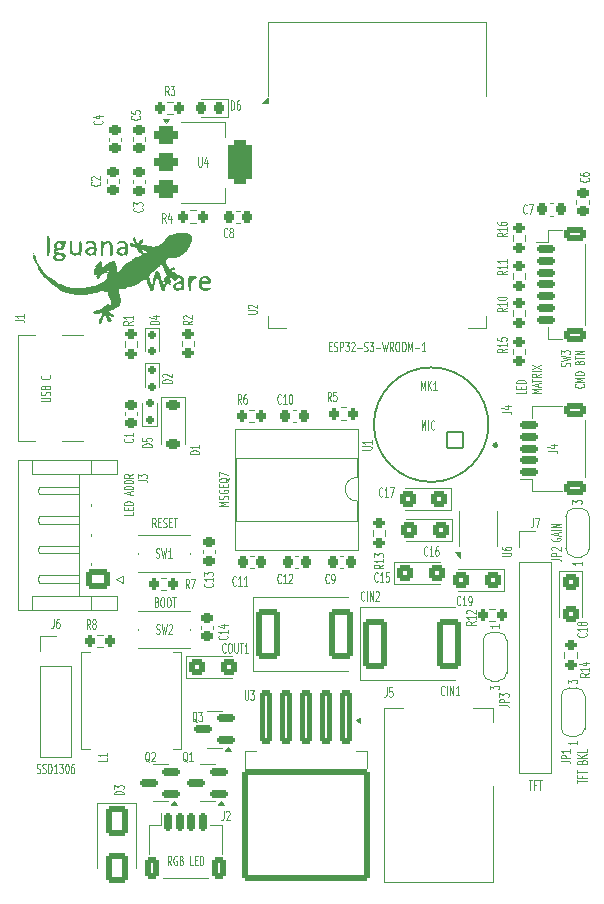
<source format=gbr>
%TF.GenerationSoftware,KiCad,Pcbnew,9.0.0*%
%TF.CreationDate,2025-03-15T13:55:50+00:00*%
%TF.ProjectId,LEDStrip,4c454453-7472-4697-902e-6b696361645f,rev?*%
%TF.SameCoordinates,Original*%
%TF.FileFunction,Legend,Top*%
%TF.FilePolarity,Positive*%
%FSLAX46Y46*%
G04 Gerber Fmt 4.6, Leading zero omitted, Abs format (unit mm)*
G04 Created by KiCad (PCBNEW 9.0.0) date 2025-03-15 13:55:50*
%MOMM*%
%LPD*%
G01*
G04 APERTURE LIST*
G04 Aperture macros list*
%AMRoundRect*
0 Rectangle with rounded corners*
0 $1 Rounding radius*
0 $2 $3 $4 $5 $6 $7 $8 $9 X,Y pos of 4 corners*
0 Add a 4 corners polygon primitive as box body*
4,1,4,$2,$3,$4,$5,$6,$7,$8,$9,$2,$3,0*
0 Add four circle primitives for the rounded corners*
1,1,$1+$1,$2,$3*
1,1,$1+$1,$4,$5*
1,1,$1+$1,$6,$7*
1,1,$1+$1,$8,$9*
0 Add four rect primitives between the rounded corners*
20,1,$1+$1,$2,$3,$4,$5,0*
20,1,$1+$1,$4,$5,$6,$7,0*
20,1,$1+$1,$6,$7,$8,$9,0*
20,1,$1+$1,$8,$9,$2,$3,0*%
%AMFreePoly0*
4,1,23,0.550000,-0.750000,0.000000,-0.750000,0.000000,-0.745722,-0.065263,-0.745722,-0.191342,-0.711940,-0.304381,-0.646677,-0.396677,-0.554381,-0.461940,-0.441342,-0.495722,-0.315263,-0.495722,-0.250000,-0.500000,-0.250000,-0.500000,0.250000,-0.495722,0.250000,-0.495722,0.315263,-0.461940,0.441342,-0.396677,0.554381,-0.304381,0.646677,-0.191342,0.711940,-0.065263,0.745722,0.000000,0.745722,
0.000000,0.750000,0.550000,0.750000,0.550000,-0.750000,0.550000,-0.750000,$1*%
%AMFreePoly1*
4,1,23,0.000000,0.745722,0.065263,0.745722,0.191342,0.711940,0.304381,0.646677,0.396677,0.554381,0.461940,0.441342,0.495722,0.315263,0.495722,0.250000,0.500000,0.250000,0.500000,-0.250000,0.495722,-0.250000,0.495722,-0.315263,0.461940,-0.441342,0.396677,-0.554381,0.304381,-0.646677,0.191342,-0.711940,0.065263,-0.745722,0.000000,-0.745722,0.000000,-0.750000,-0.550000,-0.750000,
-0.550000,0.750000,0.000000,0.750000,0.000000,0.745722,0.000000,0.745722,$1*%
G04 Aperture macros list end*
%ADD10C,0.100000*%
%ADD11C,0.125000*%
%ADD12C,0.120000*%
%ADD13C,0.000000*%
%ADD14C,0.127000*%
%ADD15C,0.300000*%
%ADD16RoundRect,0.150000X0.625000X-0.150000X0.625000X0.150000X-0.625000X0.150000X-0.625000X-0.150000X0*%
%ADD17RoundRect,0.250000X0.650000X-0.350000X0.650000X0.350000X-0.650000X0.350000X-0.650000X-0.350000X0*%
%ADD18FreePoly0,90.000000*%
%ADD19R,1.500000X1.000000*%
%ADD20FreePoly1,90.000000*%
%ADD21RoundRect,0.225000X-0.250000X0.225000X-0.250000X-0.225000X0.250000X-0.225000X0.250000X0.225000X0*%
%ADD22R,4.500000X2.000000*%
%ADD23O,4.000000X2.000000*%
%ADD24O,2.000000X4.000000*%
%ADD25RoundRect,0.200000X0.275000X-0.200000X0.275000X0.200000X-0.275000X0.200000X-0.275000X-0.200000X0*%
%ADD26C,5.700000*%
%ADD27RoundRect,0.250000X-0.650000X1.000000X-0.650000X-1.000000X0.650000X-1.000000X0.650000X1.000000X0*%
%ADD28RoundRect,0.250000X-0.450000X-0.425000X0.450000X-0.425000X0.450000X0.425000X-0.450000X0.425000X0*%
%ADD29R,1.600000X1.600000*%
%ADD30O,1.600000X1.600000*%
%ADD31RoundRect,0.150000X-0.200000X0.150000X-0.200000X-0.150000X0.200000X-0.150000X0.200000X0.150000X0*%
%ADD32RoundRect,0.225000X0.250000X-0.225000X0.250000X0.225000X-0.250000X0.225000X-0.250000X-0.225000X0*%
%ADD33RoundRect,0.250000X-0.650000X0.350000X-0.650000X-0.350000X0.650000X-0.350000X0.650000X0.350000X0*%
%ADD34RoundRect,0.150000X-0.625000X0.150000X-0.625000X-0.150000X0.625000X-0.150000X0.625000X0.150000X0*%
%ADD35RoundRect,0.150000X0.200000X-0.150000X0.200000X0.150000X-0.200000X0.150000X-0.200000X-0.150000X0*%
%ADD36RoundRect,0.218750X0.218750X0.256250X-0.218750X0.256250X-0.218750X-0.256250X0.218750X-0.256250X0*%
%ADD37RoundRect,0.200000X0.200000X0.275000X-0.200000X0.275000X-0.200000X-0.275000X0.200000X-0.275000X0*%
%ADD38RoundRect,0.225000X0.225000X0.250000X-0.225000X0.250000X-0.225000X-0.250000X0.225000X-0.250000X0*%
%ADD39R,0.900000X1.000000*%
%ADD40R,0.250000X0.700000*%
%ADD41R,2.350000X1.780000*%
%ADD42RoundRect,0.200000X-0.275000X0.200000X-0.275000X-0.200000X0.275000X-0.200000X0.275000X0.200000X0*%
%ADD43RoundRect,0.250000X-0.787500X-1.875000X0.787500X-1.875000X0.787500X1.875000X-0.787500X1.875000X0*%
%ADD44FreePoly0,270.000000*%
%ADD45FreePoly1,270.000000*%
%ADD46C,0.600000*%
%ADD47R,1.160000X0.600000*%
%ADD48R,1.160000X0.300000*%
%ADD49O,2.000000X0.900000*%
%ADD50O,1.700000X0.900000*%
%ADD51RoundRect,0.250000X-0.425000X0.450000X-0.425000X-0.450000X0.425000X-0.450000X0.425000X0.450000X0*%
%ADD52RoundRect,0.150000X-0.150000X-0.625000X0.150000X-0.625000X0.150000X0.625000X-0.150000X0.625000X0*%
%ADD53RoundRect,0.250000X-0.350000X-0.650000X0.350000X-0.650000X0.350000X0.650000X-0.350000X0.650000X0*%
%ADD54RoundRect,0.250000X0.725000X-0.600000X0.725000X0.600000X-0.725000X0.600000X-0.725000X-0.600000X0*%
%ADD55O,1.950000X1.700000*%
%ADD56RoundRect,0.150000X0.587500X0.150000X-0.587500X0.150000X-0.587500X-0.150000X0.587500X-0.150000X0*%
%ADD57RoundRect,0.225000X-0.375000X0.225000X-0.375000X-0.225000X0.375000X-0.225000X0.375000X0.225000X0*%
%ADD58RoundRect,0.250000X0.450000X0.425000X-0.450000X0.425000X-0.450000X-0.425000X0.450000X-0.425000X0*%
%ADD59RoundRect,0.225000X-0.225000X-0.250000X0.225000X-0.250000X0.225000X0.250000X-0.225000X0.250000X0*%
%ADD60R,1.700000X1.700000*%
%ADD61O,1.700000X1.700000*%
%ADD62RoundRect,0.200000X-0.200000X-0.275000X0.200000X-0.275000X0.200000X0.275000X-0.200000X0.275000X0*%
%ADD63R,1.500000X0.900000*%
%ADD64R,0.900000X1.500000*%
%ADD65R,3.900000X3.900000*%
%ADD66RoundRect,0.250000X-0.300000X2.050000X-0.300000X-2.050000X0.300000X-2.050000X0.300000X2.050000X0*%
%ADD67RoundRect,0.250002X-5.149998X4.449998X-5.149998X-4.449998X5.149998X-4.449998X5.149998X4.449998X0*%
%ADD68R,6.500000X1.920000*%
%ADD69RoundRect,0.102000X-0.689000X-0.689000X0.689000X-0.689000X0.689000X0.689000X-0.689000X0.689000X0*%
%ADD70C,1.582000*%
%ADD71RoundRect,0.375000X-0.625000X-0.375000X0.625000X-0.375000X0.625000X0.375000X-0.625000X0.375000X0*%
%ADD72RoundRect,0.500000X-0.500000X-1.400000X0.500000X-1.400000X0.500000X1.400000X-0.500000X1.400000X0*%
G04 APERTURE END LIST*
D10*
X159784836Y-91696895D02*
X159784836Y-90896895D01*
X159784836Y-90896895D02*
X159951503Y-91468323D01*
X159951503Y-91468323D02*
X160118169Y-90896895D01*
X160118169Y-90896895D02*
X160118169Y-91696895D01*
X160356265Y-91696895D02*
X160356265Y-90896895D01*
X160880074Y-91620704D02*
X160856265Y-91658800D01*
X160856265Y-91658800D02*
X160784836Y-91696895D01*
X160784836Y-91696895D02*
X160737217Y-91696895D01*
X160737217Y-91696895D02*
X160665789Y-91658800D01*
X160665789Y-91658800D02*
X160618170Y-91582609D01*
X160618170Y-91582609D02*
X160594360Y-91506419D01*
X160594360Y-91506419D02*
X160570551Y-91354038D01*
X160570551Y-91354038D02*
X160570551Y-91239752D01*
X160570551Y-91239752D02*
X160594360Y-91087371D01*
X160594360Y-91087371D02*
X160618170Y-91011180D01*
X160618170Y-91011180D02*
X160665789Y-90934990D01*
X160665789Y-90934990D02*
X160737217Y-90896895D01*
X160737217Y-90896895D02*
X160784836Y-90896895D01*
X160784836Y-90896895D02*
X160856265Y-90934990D01*
X160856265Y-90934990D02*
X160880074Y-90973085D01*
X168608940Y-88377068D02*
X168608940Y-88615163D01*
X168608940Y-88615163D02*
X167808940Y-88615163D01*
X168189892Y-88210401D02*
X168189892Y-88043734D01*
X168608940Y-87972306D02*
X168608940Y-88210401D01*
X168608940Y-88210401D02*
X167808940Y-88210401D01*
X167808940Y-88210401D02*
X167808940Y-87972306D01*
X168608940Y-87758020D02*
X167808940Y-87758020D01*
X167808940Y-87758020D02*
X167808940Y-87638972D01*
X167808940Y-87638972D02*
X167847035Y-87567544D01*
X167847035Y-87567544D02*
X167923225Y-87519925D01*
X167923225Y-87519925D02*
X167999416Y-87496115D01*
X167999416Y-87496115D02*
X168151797Y-87472306D01*
X168151797Y-87472306D02*
X168266083Y-87472306D01*
X168266083Y-87472306D02*
X168418464Y-87496115D01*
X168418464Y-87496115D02*
X168494654Y-87519925D01*
X168494654Y-87519925D02*
X168570845Y-87567544D01*
X168570845Y-87567544D02*
X168608940Y-87638972D01*
X168608940Y-87638972D02*
X168608940Y-87758020D01*
X169896895Y-88615163D02*
X169096895Y-88615163D01*
X169096895Y-88615163D02*
X169668323Y-88448496D01*
X169668323Y-88448496D02*
X169096895Y-88281830D01*
X169096895Y-88281830D02*
X169896895Y-88281830D01*
X169668323Y-88067543D02*
X169668323Y-87829448D01*
X169896895Y-88115162D02*
X169096895Y-87948496D01*
X169096895Y-87948496D02*
X169896895Y-87781829D01*
X169096895Y-87686591D02*
X169096895Y-87400877D01*
X169896895Y-87543734D02*
X169096895Y-87543734D01*
X169896895Y-86948497D02*
X169515942Y-87115163D01*
X169896895Y-87234211D02*
X169096895Y-87234211D01*
X169096895Y-87234211D02*
X169096895Y-87043735D01*
X169096895Y-87043735D02*
X169134990Y-86996116D01*
X169134990Y-86996116D02*
X169173085Y-86972306D01*
X169173085Y-86972306D02*
X169249276Y-86948497D01*
X169249276Y-86948497D02*
X169363561Y-86948497D01*
X169363561Y-86948497D02*
X169439752Y-86972306D01*
X169439752Y-86972306D02*
X169477847Y-86996116D01*
X169477847Y-86996116D02*
X169515942Y-87043735D01*
X169515942Y-87043735D02*
X169515942Y-87234211D01*
X169896895Y-86734211D02*
X169096895Y-86734211D01*
X169096895Y-86543735D02*
X169896895Y-86210402D01*
X169096895Y-86210402D02*
X169896895Y-86543735D01*
D11*
X137367950Y-106276547D02*
X137439378Y-106314642D01*
X137439378Y-106314642D02*
X137463188Y-106352738D01*
X137463188Y-106352738D02*
X137486997Y-106428928D01*
X137486997Y-106428928D02*
X137486997Y-106543214D01*
X137486997Y-106543214D02*
X137463188Y-106619404D01*
X137463188Y-106619404D02*
X137439378Y-106657500D01*
X137439378Y-106657500D02*
X137391759Y-106695595D01*
X137391759Y-106695595D02*
X137201283Y-106695595D01*
X137201283Y-106695595D02*
X137201283Y-105895595D01*
X137201283Y-105895595D02*
X137367950Y-105895595D01*
X137367950Y-105895595D02*
X137415569Y-105933690D01*
X137415569Y-105933690D02*
X137439378Y-105971785D01*
X137439378Y-105971785D02*
X137463188Y-106047976D01*
X137463188Y-106047976D02*
X137463188Y-106124166D01*
X137463188Y-106124166D02*
X137439378Y-106200357D01*
X137439378Y-106200357D02*
X137415569Y-106238452D01*
X137415569Y-106238452D02*
X137367950Y-106276547D01*
X137367950Y-106276547D02*
X137201283Y-106276547D01*
X137796521Y-105895595D02*
X137891759Y-105895595D01*
X137891759Y-105895595D02*
X137939378Y-105933690D01*
X137939378Y-105933690D02*
X137986997Y-106009880D01*
X137986997Y-106009880D02*
X138010807Y-106162261D01*
X138010807Y-106162261D02*
X138010807Y-106428928D01*
X138010807Y-106428928D02*
X137986997Y-106581309D01*
X137986997Y-106581309D02*
X137939378Y-106657500D01*
X137939378Y-106657500D02*
X137891759Y-106695595D01*
X137891759Y-106695595D02*
X137796521Y-106695595D01*
X137796521Y-106695595D02*
X137748902Y-106657500D01*
X137748902Y-106657500D02*
X137701283Y-106581309D01*
X137701283Y-106581309D02*
X137677474Y-106428928D01*
X137677474Y-106428928D02*
X137677474Y-106162261D01*
X137677474Y-106162261D02*
X137701283Y-106009880D01*
X137701283Y-106009880D02*
X137748902Y-105933690D01*
X137748902Y-105933690D02*
X137796521Y-105895595D01*
X138320331Y-105895595D02*
X138415569Y-105895595D01*
X138415569Y-105895595D02*
X138463188Y-105933690D01*
X138463188Y-105933690D02*
X138510807Y-106009880D01*
X138510807Y-106009880D02*
X138534617Y-106162261D01*
X138534617Y-106162261D02*
X138534617Y-106428928D01*
X138534617Y-106428928D02*
X138510807Y-106581309D01*
X138510807Y-106581309D02*
X138463188Y-106657500D01*
X138463188Y-106657500D02*
X138415569Y-106695595D01*
X138415569Y-106695595D02*
X138320331Y-106695595D01*
X138320331Y-106695595D02*
X138272712Y-106657500D01*
X138272712Y-106657500D02*
X138225093Y-106581309D01*
X138225093Y-106581309D02*
X138201284Y-106428928D01*
X138201284Y-106428928D02*
X138201284Y-106162261D01*
X138201284Y-106162261D02*
X138225093Y-106009880D01*
X138225093Y-106009880D02*
X138272712Y-105933690D01*
X138272712Y-105933690D02*
X138320331Y-105895595D01*
X138677475Y-105895595D02*
X138963189Y-105895595D01*
X138820332Y-106695595D02*
X138820332Y-105895595D01*
D10*
X166564895Y-90166666D02*
X167136323Y-90166666D01*
X167136323Y-90166666D02*
X167250609Y-90190475D01*
X167250609Y-90190475D02*
X167326800Y-90238094D01*
X167326800Y-90238094D02*
X167364895Y-90309523D01*
X167364895Y-90309523D02*
X167364895Y-90357142D01*
X166831561Y-89714285D02*
X167364895Y-89714285D01*
X166526800Y-89833333D02*
X167098228Y-89952380D01*
X167098228Y-89952380D02*
X167098228Y-89642857D01*
D11*
X170488595Y-93466666D02*
X171060023Y-93466666D01*
X171060023Y-93466666D02*
X171174309Y-93490475D01*
X171174309Y-93490475D02*
X171250500Y-93538094D01*
X171250500Y-93538094D02*
X171288595Y-93609523D01*
X171288595Y-93609523D02*
X171288595Y-93657142D01*
X170755261Y-93014285D02*
X171288595Y-93014285D01*
X170450500Y-93133333D02*
X171021928Y-93252380D01*
X171021928Y-93252380D02*
X171021928Y-92942857D01*
D10*
X170764895Y-102616666D02*
X171336323Y-102616666D01*
X171336323Y-102616666D02*
X171450609Y-102640475D01*
X171450609Y-102640475D02*
X171526800Y-102688094D01*
X171526800Y-102688094D02*
X171564895Y-102759523D01*
X171564895Y-102759523D02*
X171564895Y-102807142D01*
X171564895Y-102378571D02*
X170764895Y-102378571D01*
X170764895Y-102378571D02*
X170764895Y-102188095D01*
X170764895Y-102188095D02*
X170802990Y-102140476D01*
X170802990Y-102140476D02*
X170841085Y-102116666D01*
X170841085Y-102116666D02*
X170917276Y-102092857D01*
X170917276Y-102092857D02*
X171031561Y-102092857D01*
X171031561Y-102092857D02*
X171107752Y-102116666D01*
X171107752Y-102116666D02*
X171145847Y-102140476D01*
X171145847Y-102140476D02*
X171183942Y-102188095D01*
X171183942Y-102188095D02*
X171183942Y-102378571D01*
X170841085Y-101902380D02*
X170802990Y-101878571D01*
X170802990Y-101878571D02*
X170764895Y-101830952D01*
X170764895Y-101830952D02*
X170764895Y-101711904D01*
X170764895Y-101711904D02*
X170802990Y-101664285D01*
X170802990Y-101664285D02*
X170841085Y-101640476D01*
X170841085Y-101640476D02*
X170917276Y-101616666D01*
X170917276Y-101616666D02*
X170993466Y-101616666D01*
X170993466Y-101616666D02*
X171107752Y-101640476D01*
X171107752Y-101640476D02*
X171564895Y-101926190D01*
X171564895Y-101926190D02*
X171564895Y-101616666D01*
D11*
X170801690Y-100864285D02*
X170763595Y-100911904D01*
X170763595Y-100911904D02*
X170763595Y-100983333D01*
X170763595Y-100983333D02*
X170801690Y-101054761D01*
X170801690Y-101054761D02*
X170877880Y-101102380D01*
X170877880Y-101102380D02*
X170954071Y-101126190D01*
X170954071Y-101126190D02*
X171106452Y-101149999D01*
X171106452Y-101149999D02*
X171220738Y-101149999D01*
X171220738Y-101149999D02*
X171373119Y-101126190D01*
X171373119Y-101126190D02*
X171449309Y-101102380D01*
X171449309Y-101102380D02*
X171525500Y-101054761D01*
X171525500Y-101054761D02*
X171563595Y-100983333D01*
X171563595Y-100983333D02*
X171563595Y-100935714D01*
X171563595Y-100935714D02*
X171525500Y-100864285D01*
X171525500Y-100864285D02*
X171487404Y-100840476D01*
X171487404Y-100840476D02*
X171220738Y-100840476D01*
X171220738Y-100840476D02*
X171220738Y-100935714D01*
X171335023Y-100649999D02*
X171335023Y-100411904D01*
X171563595Y-100697618D02*
X170763595Y-100530952D01*
X170763595Y-100530952D02*
X171563595Y-100364285D01*
X171563595Y-100197619D02*
X170763595Y-100197619D01*
X171563595Y-99959524D02*
X170763595Y-99959524D01*
X170763595Y-99959524D02*
X171563595Y-99673810D01*
X171563595Y-99673810D02*
X170763595Y-99673810D01*
D10*
X173364895Y-102857142D02*
X173364895Y-103142856D01*
X173364895Y-102999999D02*
X172564895Y-102999999D01*
X172564895Y-102999999D02*
X172679180Y-103047618D01*
X172679180Y-103047618D02*
X172755371Y-103095237D01*
X172755371Y-103095237D02*
X172793466Y-103142856D01*
X172564895Y-97966666D02*
X172564895Y-97657142D01*
X172564895Y-97657142D02*
X172869657Y-97823809D01*
X172869657Y-97823809D02*
X172869657Y-97752380D01*
X172869657Y-97752380D02*
X172907752Y-97704761D01*
X172907752Y-97704761D02*
X172945847Y-97680952D01*
X172945847Y-97680952D02*
X173022038Y-97657142D01*
X173022038Y-97657142D02*
X173212514Y-97657142D01*
X173212514Y-97657142D02*
X173288704Y-97680952D01*
X173288704Y-97680952D02*
X173326800Y-97704761D01*
X173326800Y-97704761D02*
X173364895Y-97752380D01*
X173364895Y-97752380D02*
X173364895Y-97895237D01*
X173364895Y-97895237D02*
X173326800Y-97942856D01*
X173326800Y-97942856D02*
X173288704Y-97966666D01*
X135903704Y-65133333D02*
X135941800Y-65157142D01*
X135941800Y-65157142D02*
X135979895Y-65228571D01*
X135979895Y-65228571D02*
X135979895Y-65276190D01*
X135979895Y-65276190D02*
X135941800Y-65347618D01*
X135941800Y-65347618D02*
X135865609Y-65395237D01*
X135865609Y-65395237D02*
X135789419Y-65419047D01*
X135789419Y-65419047D02*
X135637038Y-65442856D01*
X135637038Y-65442856D02*
X135522752Y-65442856D01*
X135522752Y-65442856D02*
X135370371Y-65419047D01*
X135370371Y-65419047D02*
X135294180Y-65395237D01*
X135294180Y-65395237D02*
X135217990Y-65347618D01*
X135217990Y-65347618D02*
X135179895Y-65276190D01*
X135179895Y-65276190D02*
X135179895Y-65228571D01*
X135179895Y-65228571D02*
X135217990Y-65157142D01*
X135217990Y-65157142D02*
X135256085Y-65133333D01*
X135179895Y-64680952D02*
X135179895Y-64919047D01*
X135179895Y-64919047D02*
X135560847Y-64942856D01*
X135560847Y-64942856D02*
X135522752Y-64919047D01*
X135522752Y-64919047D02*
X135484657Y-64871428D01*
X135484657Y-64871428D02*
X135484657Y-64752380D01*
X135484657Y-64752380D02*
X135522752Y-64704761D01*
X135522752Y-64704761D02*
X135560847Y-64680952D01*
X135560847Y-64680952D02*
X135637038Y-64657142D01*
X135637038Y-64657142D02*
X135827514Y-64657142D01*
X135827514Y-64657142D02*
X135903704Y-64680952D01*
X135903704Y-64680952D02*
X135941800Y-64704761D01*
X135941800Y-64704761D02*
X135979895Y-64752380D01*
X135979895Y-64752380D02*
X135979895Y-64871428D01*
X135979895Y-64871428D02*
X135941800Y-64919047D01*
X135941800Y-64919047D02*
X135903704Y-64942856D01*
X156833333Y-113514895D02*
X156833333Y-114086323D01*
X156833333Y-114086323D02*
X156809524Y-114200609D01*
X156809524Y-114200609D02*
X156761905Y-114276800D01*
X156761905Y-114276800D02*
X156690476Y-114314895D01*
X156690476Y-114314895D02*
X156642857Y-114314895D01*
X157309523Y-113514895D02*
X157071428Y-113514895D01*
X157071428Y-113514895D02*
X157047619Y-113895847D01*
X157047619Y-113895847D02*
X157071428Y-113857752D01*
X157071428Y-113857752D02*
X157119047Y-113819657D01*
X157119047Y-113819657D02*
X157238095Y-113819657D01*
X157238095Y-113819657D02*
X157285714Y-113857752D01*
X157285714Y-113857752D02*
X157309523Y-113895847D01*
X157309523Y-113895847D02*
X157333333Y-113972038D01*
X157333333Y-113972038D02*
X157333333Y-114162514D01*
X157333333Y-114162514D02*
X157309523Y-114238704D01*
X157309523Y-114238704D02*
X157285714Y-114276800D01*
X157285714Y-114276800D02*
X157238095Y-114314895D01*
X157238095Y-114314895D02*
X157119047Y-114314895D01*
X157119047Y-114314895D02*
X157071428Y-114276800D01*
X157071428Y-114276800D02*
X157047619Y-114238704D01*
X173964895Y-112321428D02*
X173583942Y-112488094D01*
X173964895Y-112607142D02*
X173164895Y-112607142D01*
X173164895Y-112607142D02*
X173164895Y-112416666D01*
X173164895Y-112416666D02*
X173202990Y-112369047D01*
X173202990Y-112369047D02*
X173241085Y-112345237D01*
X173241085Y-112345237D02*
X173317276Y-112321428D01*
X173317276Y-112321428D02*
X173431561Y-112321428D01*
X173431561Y-112321428D02*
X173507752Y-112345237D01*
X173507752Y-112345237D02*
X173545847Y-112369047D01*
X173545847Y-112369047D02*
X173583942Y-112416666D01*
X173583942Y-112416666D02*
X173583942Y-112607142D01*
X173964895Y-111845237D02*
X173964895Y-112130951D01*
X173964895Y-111988094D02*
X173164895Y-111988094D01*
X173164895Y-111988094D02*
X173279180Y-112035713D01*
X173279180Y-112035713D02*
X173355371Y-112083332D01*
X173355371Y-112083332D02*
X173393466Y-112130951D01*
X173431561Y-111416666D02*
X173964895Y-111416666D01*
X173126800Y-111535714D02*
X173698228Y-111654761D01*
X173698228Y-111654761D02*
X173698228Y-111345238D01*
X134564895Y-122569047D02*
X133764895Y-122569047D01*
X133764895Y-122569047D02*
X133764895Y-122449999D01*
X133764895Y-122449999D02*
X133802990Y-122378571D01*
X133802990Y-122378571D02*
X133879180Y-122330952D01*
X133879180Y-122330952D02*
X133955371Y-122307142D01*
X133955371Y-122307142D02*
X134107752Y-122283333D01*
X134107752Y-122283333D02*
X134222038Y-122283333D01*
X134222038Y-122283333D02*
X134374419Y-122307142D01*
X134374419Y-122307142D02*
X134450609Y-122330952D01*
X134450609Y-122330952D02*
X134526800Y-122378571D01*
X134526800Y-122378571D02*
X134564895Y-122449999D01*
X134564895Y-122449999D02*
X134564895Y-122569047D01*
X133764895Y-122116666D02*
X133764895Y-121807142D01*
X133764895Y-121807142D02*
X134069657Y-121973809D01*
X134069657Y-121973809D02*
X134069657Y-121902380D01*
X134069657Y-121902380D02*
X134107752Y-121854761D01*
X134107752Y-121854761D02*
X134145847Y-121830952D01*
X134145847Y-121830952D02*
X134222038Y-121807142D01*
X134222038Y-121807142D02*
X134412514Y-121807142D01*
X134412514Y-121807142D02*
X134488704Y-121830952D01*
X134488704Y-121830952D02*
X134526800Y-121854761D01*
X134526800Y-121854761D02*
X134564895Y-121902380D01*
X134564895Y-121902380D02*
X134564895Y-122045237D01*
X134564895Y-122045237D02*
X134526800Y-122092856D01*
X134526800Y-122092856D02*
X134488704Y-122116666D01*
X156078571Y-104488704D02*
X156054762Y-104526800D01*
X156054762Y-104526800D02*
X155983333Y-104564895D01*
X155983333Y-104564895D02*
X155935714Y-104564895D01*
X155935714Y-104564895D02*
X155864286Y-104526800D01*
X155864286Y-104526800D02*
X155816667Y-104450609D01*
X155816667Y-104450609D02*
X155792857Y-104374419D01*
X155792857Y-104374419D02*
X155769048Y-104222038D01*
X155769048Y-104222038D02*
X155769048Y-104107752D01*
X155769048Y-104107752D02*
X155792857Y-103955371D01*
X155792857Y-103955371D02*
X155816667Y-103879180D01*
X155816667Y-103879180D02*
X155864286Y-103802990D01*
X155864286Y-103802990D02*
X155935714Y-103764895D01*
X155935714Y-103764895D02*
X155983333Y-103764895D01*
X155983333Y-103764895D02*
X156054762Y-103802990D01*
X156054762Y-103802990D02*
X156078571Y-103841085D01*
X156554762Y-104564895D02*
X156269048Y-104564895D01*
X156411905Y-104564895D02*
X156411905Y-103764895D01*
X156411905Y-103764895D02*
X156364286Y-103879180D01*
X156364286Y-103879180D02*
X156316667Y-103955371D01*
X156316667Y-103955371D02*
X156269048Y-103993466D01*
X157007142Y-103764895D02*
X156769047Y-103764895D01*
X156769047Y-103764895D02*
X156745238Y-104145847D01*
X156745238Y-104145847D02*
X156769047Y-104107752D01*
X156769047Y-104107752D02*
X156816666Y-104069657D01*
X156816666Y-104069657D02*
X156935714Y-104069657D01*
X156935714Y-104069657D02*
X156983333Y-104107752D01*
X156983333Y-104107752D02*
X157007142Y-104145847D01*
X157007142Y-104145847D02*
X157030952Y-104222038D01*
X157030952Y-104222038D02*
X157030952Y-104412514D01*
X157030952Y-104412514D02*
X157007142Y-104488704D01*
X157007142Y-104488704D02*
X156983333Y-104526800D01*
X156983333Y-104526800D02*
X156935714Y-104564895D01*
X156935714Y-104564895D02*
X156816666Y-104564895D01*
X156816666Y-104564895D02*
X156769047Y-104526800D01*
X156769047Y-104526800D02*
X156745238Y-104488704D01*
X171564895Y-119761026D02*
X172136323Y-119761026D01*
X172136323Y-119761026D02*
X172250609Y-119784835D01*
X172250609Y-119784835D02*
X172326800Y-119832454D01*
X172326800Y-119832454D02*
X172364895Y-119903883D01*
X172364895Y-119903883D02*
X172364895Y-119951502D01*
X172364895Y-119522931D02*
X171564895Y-119522931D01*
X171564895Y-119522931D02*
X171564895Y-119332455D01*
X171564895Y-119332455D02*
X171602990Y-119284836D01*
X171602990Y-119284836D02*
X171641085Y-119261026D01*
X171641085Y-119261026D02*
X171717276Y-119237217D01*
X171717276Y-119237217D02*
X171831561Y-119237217D01*
X171831561Y-119237217D02*
X171907752Y-119261026D01*
X171907752Y-119261026D02*
X171945847Y-119284836D01*
X171945847Y-119284836D02*
X171983942Y-119332455D01*
X171983942Y-119332455D02*
X171983942Y-119522931D01*
X172364895Y-118761026D02*
X172364895Y-119046740D01*
X172364895Y-118903883D02*
X171564895Y-118903883D01*
X171564895Y-118903883D02*
X171679180Y-118951502D01*
X171679180Y-118951502D02*
X171755371Y-118999121D01*
X171755371Y-118999121D02*
X171793466Y-119046740D01*
D11*
X172963595Y-121610805D02*
X172963595Y-121325091D01*
X173763595Y-121467948D02*
X172963595Y-121467948D01*
X173344547Y-120991758D02*
X173344547Y-121158425D01*
X173763595Y-121158425D02*
X172963595Y-121158425D01*
X172963595Y-121158425D02*
X172963595Y-120920330D01*
X172963595Y-120801282D02*
X172963595Y-120515568D01*
X173763595Y-120658425D02*
X172963595Y-120658425D01*
X173344547Y-119801283D02*
X173382642Y-119729855D01*
X173382642Y-119729855D02*
X173420738Y-119706045D01*
X173420738Y-119706045D02*
X173496928Y-119682236D01*
X173496928Y-119682236D02*
X173611214Y-119682236D01*
X173611214Y-119682236D02*
X173687404Y-119706045D01*
X173687404Y-119706045D02*
X173725500Y-119729855D01*
X173725500Y-119729855D02*
X173763595Y-119777474D01*
X173763595Y-119777474D02*
X173763595Y-119967950D01*
X173763595Y-119967950D02*
X172963595Y-119967950D01*
X172963595Y-119967950D02*
X172963595Y-119801283D01*
X172963595Y-119801283D02*
X173001690Y-119753664D01*
X173001690Y-119753664D02*
X173039785Y-119729855D01*
X173039785Y-119729855D02*
X173115976Y-119706045D01*
X173115976Y-119706045D02*
X173192166Y-119706045D01*
X173192166Y-119706045D02*
X173268357Y-119729855D01*
X173268357Y-119729855D02*
X173306452Y-119753664D01*
X173306452Y-119753664D02*
X173344547Y-119801283D01*
X173344547Y-119801283D02*
X173344547Y-119967950D01*
X173763595Y-119467950D02*
X172963595Y-119467950D01*
X173763595Y-119182236D02*
X173306452Y-119396521D01*
X172963595Y-119182236D02*
X173420738Y-119467950D01*
X173763595Y-118729855D02*
X173763595Y-118967950D01*
X173763595Y-118967950D02*
X172963595Y-118967950D01*
D10*
X172964895Y-118057142D02*
X172964895Y-118342856D01*
X172964895Y-118199999D02*
X172164895Y-118199999D01*
X172164895Y-118199999D02*
X172279180Y-118247618D01*
X172279180Y-118247618D02*
X172355371Y-118295237D01*
X172355371Y-118295237D02*
X172393466Y-118342856D01*
X172164895Y-113166666D02*
X172164895Y-112857142D01*
X172164895Y-112857142D02*
X172469657Y-113023809D01*
X172469657Y-113023809D02*
X172469657Y-112952380D01*
X172469657Y-112952380D02*
X172507752Y-112904761D01*
X172507752Y-112904761D02*
X172545847Y-112880952D01*
X172545847Y-112880952D02*
X172622038Y-112857142D01*
X172622038Y-112857142D02*
X172812514Y-112857142D01*
X172812514Y-112857142D02*
X172888704Y-112880952D01*
X172888704Y-112880952D02*
X172926800Y-112904761D01*
X172926800Y-112904761D02*
X172964895Y-112952380D01*
X172964895Y-112952380D02*
X172964895Y-113095237D01*
X172964895Y-113095237D02*
X172926800Y-113142856D01*
X172926800Y-113142856D02*
X172888704Y-113166666D01*
X154764895Y-93380952D02*
X155412514Y-93380952D01*
X155412514Y-93380952D02*
X155488704Y-93357142D01*
X155488704Y-93357142D02*
X155526800Y-93333333D01*
X155526800Y-93333333D02*
X155564895Y-93285714D01*
X155564895Y-93285714D02*
X155564895Y-93190476D01*
X155564895Y-93190476D02*
X155526800Y-93142857D01*
X155526800Y-93142857D02*
X155488704Y-93119047D01*
X155488704Y-93119047D02*
X155412514Y-93095238D01*
X155412514Y-93095238D02*
X154764895Y-93095238D01*
X155564895Y-92595237D02*
X155564895Y-92880951D01*
X155564895Y-92738094D02*
X154764895Y-92738094D01*
X154764895Y-92738094D02*
X154879180Y-92785713D01*
X154879180Y-92785713D02*
X154955371Y-92833332D01*
X154955371Y-92833332D02*
X154993466Y-92880951D01*
D11*
X143413595Y-98115952D02*
X142613595Y-98115952D01*
X142613595Y-98115952D02*
X143185023Y-97949285D01*
X143185023Y-97949285D02*
X142613595Y-97782619D01*
X142613595Y-97782619D02*
X143413595Y-97782619D01*
X143375500Y-97568332D02*
X143413595Y-97496904D01*
X143413595Y-97496904D02*
X143413595Y-97377856D01*
X143413595Y-97377856D02*
X143375500Y-97330237D01*
X143375500Y-97330237D02*
X143337404Y-97306428D01*
X143337404Y-97306428D02*
X143261214Y-97282618D01*
X143261214Y-97282618D02*
X143185023Y-97282618D01*
X143185023Y-97282618D02*
X143108833Y-97306428D01*
X143108833Y-97306428D02*
X143070738Y-97330237D01*
X143070738Y-97330237D02*
X143032642Y-97377856D01*
X143032642Y-97377856D02*
X142994547Y-97473094D01*
X142994547Y-97473094D02*
X142956452Y-97520713D01*
X142956452Y-97520713D02*
X142918357Y-97544523D01*
X142918357Y-97544523D02*
X142842166Y-97568332D01*
X142842166Y-97568332D02*
X142765976Y-97568332D01*
X142765976Y-97568332D02*
X142689785Y-97544523D01*
X142689785Y-97544523D02*
X142651690Y-97520713D01*
X142651690Y-97520713D02*
X142613595Y-97473094D01*
X142613595Y-97473094D02*
X142613595Y-97354047D01*
X142613595Y-97354047D02*
X142651690Y-97282618D01*
X142651690Y-96806428D02*
X142613595Y-96854047D01*
X142613595Y-96854047D02*
X142613595Y-96925476D01*
X142613595Y-96925476D02*
X142651690Y-96996904D01*
X142651690Y-96996904D02*
X142727880Y-97044523D01*
X142727880Y-97044523D02*
X142804071Y-97068333D01*
X142804071Y-97068333D02*
X142956452Y-97092142D01*
X142956452Y-97092142D02*
X143070738Y-97092142D01*
X143070738Y-97092142D02*
X143223119Y-97068333D01*
X143223119Y-97068333D02*
X143299309Y-97044523D01*
X143299309Y-97044523D02*
X143375500Y-96996904D01*
X143375500Y-96996904D02*
X143413595Y-96925476D01*
X143413595Y-96925476D02*
X143413595Y-96877857D01*
X143413595Y-96877857D02*
X143375500Y-96806428D01*
X143375500Y-96806428D02*
X143337404Y-96782619D01*
X143337404Y-96782619D02*
X143070738Y-96782619D01*
X143070738Y-96782619D02*
X143070738Y-96877857D01*
X142994547Y-96568333D02*
X142994547Y-96401666D01*
X143413595Y-96330238D02*
X143413595Y-96568333D01*
X143413595Y-96568333D02*
X142613595Y-96568333D01*
X142613595Y-96568333D02*
X142613595Y-96330238D01*
X143489785Y-95782619D02*
X143451690Y-95830238D01*
X143451690Y-95830238D02*
X143375500Y-95877857D01*
X143375500Y-95877857D02*
X143261214Y-95949285D01*
X143261214Y-95949285D02*
X143223119Y-95996904D01*
X143223119Y-95996904D02*
X143223119Y-96044523D01*
X143413595Y-96020714D02*
X143375500Y-96068333D01*
X143375500Y-96068333D02*
X143299309Y-96115952D01*
X143299309Y-96115952D02*
X143146928Y-96139761D01*
X143146928Y-96139761D02*
X142880261Y-96139761D01*
X142880261Y-96139761D02*
X142727880Y-96115952D01*
X142727880Y-96115952D02*
X142651690Y-96068333D01*
X142651690Y-96068333D02*
X142613595Y-96020714D01*
X142613595Y-96020714D02*
X142613595Y-95925476D01*
X142613595Y-95925476D02*
X142651690Y-95877857D01*
X142651690Y-95877857D02*
X142727880Y-95830238D01*
X142727880Y-95830238D02*
X142880261Y-95806428D01*
X142880261Y-95806428D02*
X143146928Y-95806428D01*
X143146928Y-95806428D02*
X143299309Y-95830238D01*
X143299309Y-95830238D02*
X143375500Y-95877857D01*
X143375500Y-95877857D02*
X143413595Y-95925476D01*
X143413595Y-95925476D02*
X143413595Y-96020714D01*
X142613595Y-95639761D02*
X142613595Y-95306428D01*
X142613595Y-95306428D02*
X143413595Y-95520713D01*
D10*
X136959895Y-93139047D02*
X136159895Y-93139047D01*
X136159895Y-93139047D02*
X136159895Y-93019999D01*
X136159895Y-93019999D02*
X136197990Y-92948571D01*
X136197990Y-92948571D02*
X136274180Y-92900952D01*
X136274180Y-92900952D02*
X136350371Y-92877142D01*
X136350371Y-92877142D02*
X136502752Y-92853333D01*
X136502752Y-92853333D02*
X136617038Y-92853333D01*
X136617038Y-92853333D02*
X136769419Y-92877142D01*
X136769419Y-92877142D02*
X136845609Y-92900952D01*
X136845609Y-92900952D02*
X136921800Y-92948571D01*
X136921800Y-92948571D02*
X136959895Y-93019999D01*
X136959895Y-93019999D02*
X136959895Y-93139047D01*
X136159895Y-92400952D02*
X136159895Y-92639047D01*
X136159895Y-92639047D02*
X136540847Y-92662856D01*
X136540847Y-92662856D02*
X136502752Y-92639047D01*
X136502752Y-92639047D02*
X136464657Y-92591428D01*
X136464657Y-92591428D02*
X136464657Y-92472380D01*
X136464657Y-92472380D02*
X136502752Y-92424761D01*
X136502752Y-92424761D02*
X136540847Y-92400952D01*
X136540847Y-92400952D02*
X136617038Y-92377142D01*
X136617038Y-92377142D02*
X136807514Y-92377142D01*
X136807514Y-92377142D02*
X136883704Y-92400952D01*
X136883704Y-92400952D02*
X136921800Y-92424761D01*
X136921800Y-92424761D02*
X136959895Y-92472380D01*
X136959895Y-92472380D02*
X136959895Y-92591428D01*
X136959895Y-92591428D02*
X136921800Y-92639047D01*
X136921800Y-92639047D02*
X136883704Y-92662856D01*
X136103704Y-72933333D02*
X136141800Y-72957142D01*
X136141800Y-72957142D02*
X136179895Y-73028571D01*
X136179895Y-73028571D02*
X136179895Y-73076190D01*
X136179895Y-73076190D02*
X136141800Y-73147618D01*
X136141800Y-73147618D02*
X136065609Y-73195237D01*
X136065609Y-73195237D02*
X135989419Y-73219047D01*
X135989419Y-73219047D02*
X135837038Y-73242856D01*
X135837038Y-73242856D02*
X135722752Y-73242856D01*
X135722752Y-73242856D02*
X135570371Y-73219047D01*
X135570371Y-73219047D02*
X135494180Y-73195237D01*
X135494180Y-73195237D02*
X135417990Y-73147618D01*
X135417990Y-73147618D02*
X135379895Y-73076190D01*
X135379895Y-73076190D02*
X135379895Y-73028571D01*
X135379895Y-73028571D02*
X135417990Y-72957142D01*
X135417990Y-72957142D02*
X135456085Y-72933333D01*
X135379895Y-72766666D02*
X135379895Y-72457142D01*
X135379895Y-72457142D02*
X135684657Y-72623809D01*
X135684657Y-72623809D02*
X135684657Y-72552380D01*
X135684657Y-72552380D02*
X135722752Y-72504761D01*
X135722752Y-72504761D02*
X135760847Y-72480952D01*
X135760847Y-72480952D02*
X135837038Y-72457142D01*
X135837038Y-72457142D02*
X136027514Y-72457142D01*
X136027514Y-72457142D02*
X136103704Y-72480952D01*
X136103704Y-72480952D02*
X136141800Y-72504761D01*
X136141800Y-72504761D02*
X136179895Y-72552380D01*
X136179895Y-72552380D02*
X136179895Y-72695237D01*
X136179895Y-72695237D02*
X136141800Y-72742856D01*
X136141800Y-72742856D02*
X136103704Y-72766666D01*
D11*
X173487404Y-87834617D02*
X173525500Y-87858426D01*
X173525500Y-87858426D02*
X173563595Y-87929855D01*
X173563595Y-87929855D02*
X173563595Y-87977474D01*
X173563595Y-87977474D02*
X173525500Y-88048902D01*
X173525500Y-88048902D02*
X173449309Y-88096521D01*
X173449309Y-88096521D02*
X173373119Y-88120331D01*
X173373119Y-88120331D02*
X173220738Y-88144140D01*
X173220738Y-88144140D02*
X173106452Y-88144140D01*
X173106452Y-88144140D02*
X172954071Y-88120331D01*
X172954071Y-88120331D02*
X172877880Y-88096521D01*
X172877880Y-88096521D02*
X172801690Y-88048902D01*
X172801690Y-88048902D02*
X172763595Y-87977474D01*
X172763595Y-87977474D02*
X172763595Y-87929855D01*
X172763595Y-87929855D02*
X172801690Y-87858426D01*
X172801690Y-87858426D02*
X172839785Y-87834617D01*
X173563595Y-87620331D02*
X172763595Y-87620331D01*
X172763595Y-87620331D02*
X173335023Y-87453664D01*
X173335023Y-87453664D02*
X172763595Y-87286998D01*
X172763595Y-87286998D02*
X173563595Y-87286998D01*
X173563595Y-87048902D02*
X172763595Y-87048902D01*
X172763595Y-87048902D02*
X172763595Y-86929854D01*
X172763595Y-86929854D02*
X172801690Y-86858426D01*
X172801690Y-86858426D02*
X172877880Y-86810807D01*
X172877880Y-86810807D02*
X172954071Y-86786997D01*
X172954071Y-86786997D02*
X173106452Y-86763188D01*
X173106452Y-86763188D02*
X173220738Y-86763188D01*
X173220738Y-86763188D02*
X173373119Y-86786997D01*
X173373119Y-86786997D02*
X173449309Y-86810807D01*
X173449309Y-86810807D02*
X173525500Y-86858426D01*
X173525500Y-86858426D02*
X173563595Y-86929854D01*
X173563595Y-86929854D02*
X173563595Y-87048902D01*
X173144547Y-86001283D02*
X173182642Y-85929855D01*
X173182642Y-85929855D02*
X173220738Y-85906045D01*
X173220738Y-85906045D02*
X173296928Y-85882236D01*
X173296928Y-85882236D02*
X173411214Y-85882236D01*
X173411214Y-85882236D02*
X173487404Y-85906045D01*
X173487404Y-85906045D02*
X173525500Y-85929855D01*
X173525500Y-85929855D02*
X173563595Y-85977474D01*
X173563595Y-85977474D02*
X173563595Y-86167950D01*
X173563595Y-86167950D02*
X172763595Y-86167950D01*
X172763595Y-86167950D02*
X172763595Y-86001283D01*
X172763595Y-86001283D02*
X172801690Y-85953664D01*
X172801690Y-85953664D02*
X172839785Y-85929855D01*
X172839785Y-85929855D02*
X172915976Y-85906045D01*
X172915976Y-85906045D02*
X172992166Y-85906045D01*
X172992166Y-85906045D02*
X173068357Y-85929855D01*
X173068357Y-85929855D02*
X173106452Y-85953664D01*
X173106452Y-85953664D02*
X173144547Y-86001283D01*
X173144547Y-86001283D02*
X173144547Y-86167950D01*
X172763595Y-85739378D02*
X172763595Y-85453664D01*
X173563595Y-85596521D02*
X172763595Y-85596521D01*
X173563595Y-85286998D02*
X172763595Y-85286998D01*
X172763595Y-85286998D02*
X173563595Y-85001284D01*
X173563595Y-85001284D02*
X172763595Y-85001284D01*
X172325500Y-86310806D02*
X172363595Y-86239378D01*
X172363595Y-86239378D02*
X172363595Y-86120330D01*
X172363595Y-86120330D02*
X172325500Y-86072711D01*
X172325500Y-86072711D02*
X172287404Y-86048902D01*
X172287404Y-86048902D02*
X172211214Y-86025092D01*
X172211214Y-86025092D02*
X172135023Y-86025092D01*
X172135023Y-86025092D02*
X172058833Y-86048902D01*
X172058833Y-86048902D02*
X172020738Y-86072711D01*
X172020738Y-86072711D02*
X171982642Y-86120330D01*
X171982642Y-86120330D02*
X171944547Y-86215568D01*
X171944547Y-86215568D02*
X171906452Y-86263187D01*
X171906452Y-86263187D02*
X171868357Y-86286997D01*
X171868357Y-86286997D02*
X171792166Y-86310806D01*
X171792166Y-86310806D02*
X171715976Y-86310806D01*
X171715976Y-86310806D02*
X171639785Y-86286997D01*
X171639785Y-86286997D02*
X171601690Y-86263187D01*
X171601690Y-86263187D02*
X171563595Y-86215568D01*
X171563595Y-86215568D02*
X171563595Y-86096521D01*
X171563595Y-86096521D02*
X171601690Y-86025092D01*
X171563595Y-85858426D02*
X172363595Y-85739378D01*
X172363595Y-85739378D02*
X171792166Y-85644140D01*
X171792166Y-85644140D02*
X172363595Y-85548902D01*
X172363595Y-85548902D02*
X171563595Y-85429855D01*
X171563595Y-85286997D02*
X171563595Y-84977473D01*
X171563595Y-84977473D02*
X171868357Y-85144140D01*
X171868357Y-85144140D02*
X171868357Y-85072711D01*
X171868357Y-85072711D02*
X171906452Y-85025092D01*
X171906452Y-85025092D02*
X171944547Y-85001283D01*
X171944547Y-85001283D02*
X172020738Y-84977473D01*
X172020738Y-84977473D02*
X172211214Y-84977473D01*
X172211214Y-84977473D02*
X172287404Y-85001283D01*
X172287404Y-85001283D02*
X172325500Y-85025092D01*
X172325500Y-85025092D02*
X172363595Y-85072711D01*
X172363595Y-85072711D02*
X172363595Y-85215568D01*
X172363595Y-85215568D02*
X172325500Y-85263187D01*
X172325500Y-85263187D02*
X172287404Y-85286997D01*
D10*
X140364895Y-82483333D02*
X139983942Y-82649999D01*
X140364895Y-82769047D02*
X139564895Y-82769047D01*
X139564895Y-82769047D02*
X139564895Y-82578571D01*
X139564895Y-82578571D02*
X139602990Y-82530952D01*
X139602990Y-82530952D02*
X139641085Y-82507142D01*
X139641085Y-82507142D02*
X139717276Y-82483333D01*
X139717276Y-82483333D02*
X139831561Y-82483333D01*
X139831561Y-82483333D02*
X139907752Y-82507142D01*
X139907752Y-82507142D02*
X139945847Y-82530952D01*
X139945847Y-82530952D02*
X139983942Y-82578571D01*
X139983942Y-82578571D02*
X139983942Y-82769047D01*
X139641085Y-82292856D02*
X139602990Y-82269047D01*
X139602990Y-82269047D02*
X139564895Y-82221428D01*
X139564895Y-82221428D02*
X139564895Y-82102380D01*
X139564895Y-82102380D02*
X139602990Y-82054761D01*
X139602990Y-82054761D02*
X139641085Y-82030952D01*
X139641085Y-82030952D02*
X139717276Y-82007142D01*
X139717276Y-82007142D02*
X139793466Y-82007142D01*
X139793466Y-82007142D02*
X139907752Y-82030952D01*
X139907752Y-82030952D02*
X140364895Y-82316666D01*
X140364895Y-82316666D02*
X140364895Y-82007142D01*
X137564895Y-82769047D02*
X136764895Y-82769047D01*
X136764895Y-82769047D02*
X136764895Y-82649999D01*
X136764895Y-82649999D02*
X136802990Y-82578571D01*
X136802990Y-82578571D02*
X136879180Y-82530952D01*
X136879180Y-82530952D02*
X136955371Y-82507142D01*
X136955371Y-82507142D02*
X137107752Y-82483333D01*
X137107752Y-82483333D02*
X137222038Y-82483333D01*
X137222038Y-82483333D02*
X137374419Y-82507142D01*
X137374419Y-82507142D02*
X137450609Y-82530952D01*
X137450609Y-82530952D02*
X137526800Y-82578571D01*
X137526800Y-82578571D02*
X137564895Y-82649999D01*
X137564895Y-82649999D02*
X137564895Y-82769047D01*
X137031561Y-82054761D02*
X137564895Y-82054761D01*
X136726800Y-82173809D02*
X137298228Y-82292856D01*
X137298228Y-82292856D02*
X137298228Y-81983333D01*
X143645952Y-64614895D02*
X143645952Y-63814895D01*
X143645952Y-63814895D02*
X143765000Y-63814895D01*
X143765000Y-63814895D02*
X143836428Y-63852990D01*
X143836428Y-63852990D02*
X143884047Y-63929180D01*
X143884047Y-63929180D02*
X143907857Y-64005371D01*
X143907857Y-64005371D02*
X143931666Y-64157752D01*
X143931666Y-64157752D02*
X143931666Y-64272038D01*
X143931666Y-64272038D02*
X143907857Y-64424419D01*
X143907857Y-64424419D02*
X143884047Y-64500609D01*
X143884047Y-64500609D02*
X143836428Y-64576800D01*
X143836428Y-64576800D02*
X143765000Y-64614895D01*
X143765000Y-64614895D02*
X143645952Y-64614895D01*
X144360238Y-63814895D02*
X144265000Y-63814895D01*
X144265000Y-63814895D02*
X144217381Y-63852990D01*
X144217381Y-63852990D02*
X144193571Y-63891085D01*
X144193571Y-63891085D02*
X144145952Y-64005371D01*
X144145952Y-64005371D02*
X144122143Y-64157752D01*
X144122143Y-64157752D02*
X144122143Y-64462514D01*
X144122143Y-64462514D02*
X144145952Y-64538704D01*
X144145952Y-64538704D02*
X144169762Y-64576800D01*
X144169762Y-64576800D02*
X144217381Y-64614895D01*
X144217381Y-64614895D02*
X144312619Y-64614895D01*
X144312619Y-64614895D02*
X144360238Y-64576800D01*
X144360238Y-64576800D02*
X144384047Y-64538704D01*
X144384047Y-64538704D02*
X144407857Y-64462514D01*
X144407857Y-64462514D02*
X144407857Y-64272038D01*
X144407857Y-64272038D02*
X144384047Y-64195847D01*
X144384047Y-64195847D02*
X144360238Y-64157752D01*
X144360238Y-64157752D02*
X144312619Y-64119657D01*
X144312619Y-64119657D02*
X144217381Y-64119657D01*
X144217381Y-64119657D02*
X144169762Y-64157752D01*
X144169762Y-64157752D02*
X144145952Y-64195847D01*
X144145952Y-64195847D02*
X144122143Y-64272038D01*
X152116666Y-89289895D02*
X151950000Y-88908942D01*
X151830952Y-89289895D02*
X151830952Y-88489895D01*
X151830952Y-88489895D02*
X152021428Y-88489895D01*
X152021428Y-88489895D02*
X152069047Y-88527990D01*
X152069047Y-88527990D02*
X152092857Y-88566085D01*
X152092857Y-88566085D02*
X152116666Y-88642276D01*
X152116666Y-88642276D02*
X152116666Y-88756561D01*
X152116666Y-88756561D02*
X152092857Y-88832752D01*
X152092857Y-88832752D02*
X152069047Y-88870847D01*
X152069047Y-88870847D02*
X152021428Y-88908942D01*
X152021428Y-88908942D02*
X151830952Y-88908942D01*
X152569047Y-88489895D02*
X152330952Y-88489895D01*
X152330952Y-88489895D02*
X152307143Y-88870847D01*
X152307143Y-88870847D02*
X152330952Y-88832752D01*
X152330952Y-88832752D02*
X152378571Y-88794657D01*
X152378571Y-88794657D02*
X152497619Y-88794657D01*
X152497619Y-88794657D02*
X152545238Y-88832752D01*
X152545238Y-88832752D02*
X152569047Y-88870847D01*
X152569047Y-88870847D02*
X152592857Y-88947038D01*
X152592857Y-88947038D02*
X152592857Y-89137514D01*
X152592857Y-89137514D02*
X152569047Y-89213704D01*
X152569047Y-89213704D02*
X152545238Y-89251800D01*
X152545238Y-89251800D02*
X152497619Y-89289895D01*
X152497619Y-89289895D02*
X152378571Y-89289895D01*
X152378571Y-89289895D02*
X152330952Y-89251800D01*
X152330952Y-89251800D02*
X152307143Y-89213704D01*
X168681666Y-73338704D02*
X168657857Y-73376800D01*
X168657857Y-73376800D02*
X168586428Y-73414895D01*
X168586428Y-73414895D02*
X168538809Y-73414895D01*
X168538809Y-73414895D02*
X168467381Y-73376800D01*
X168467381Y-73376800D02*
X168419762Y-73300609D01*
X168419762Y-73300609D02*
X168395952Y-73224419D01*
X168395952Y-73224419D02*
X168372143Y-73072038D01*
X168372143Y-73072038D02*
X168372143Y-72957752D01*
X168372143Y-72957752D02*
X168395952Y-72805371D01*
X168395952Y-72805371D02*
X168419762Y-72729180D01*
X168419762Y-72729180D02*
X168467381Y-72652990D01*
X168467381Y-72652990D02*
X168538809Y-72614895D01*
X168538809Y-72614895D02*
X168586428Y-72614895D01*
X168586428Y-72614895D02*
X168657857Y-72652990D01*
X168657857Y-72652990D02*
X168681666Y-72691085D01*
X168848333Y-72614895D02*
X169181666Y-72614895D01*
X169181666Y-72614895D02*
X168967381Y-73414895D01*
X137333334Y-108926800D02*
X137404762Y-108964895D01*
X137404762Y-108964895D02*
X137523810Y-108964895D01*
X137523810Y-108964895D02*
X137571429Y-108926800D01*
X137571429Y-108926800D02*
X137595238Y-108888704D01*
X137595238Y-108888704D02*
X137619048Y-108812514D01*
X137619048Y-108812514D02*
X137619048Y-108736323D01*
X137619048Y-108736323D02*
X137595238Y-108660133D01*
X137595238Y-108660133D02*
X137571429Y-108622038D01*
X137571429Y-108622038D02*
X137523810Y-108583942D01*
X137523810Y-108583942D02*
X137428572Y-108545847D01*
X137428572Y-108545847D02*
X137380953Y-108507752D01*
X137380953Y-108507752D02*
X137357143Y-108469657D01*
X137357143Y-108469657D02*
X137333334Y-108393466D01*
X137333334Y-108393466D02*
X137333334Y-108317276D01*
X137333334Y-108317276D02*
X137357143Y-108241085D01*
X137357143Y-108241085D02*
X137380953Y-108202990D01*
X137380953Y-108202990D02*
X137428572Y-108164895D01*
X137428572Y-108164895D02*
X137547619Y-108164895D01*
X137547619Y-108164895D02*
X137619048Y-108202990D01*
X137785714Y-108164895D02*
X137904762Y-108964895D01*
X137904762Y-108964895D02*
X138000000Y-108393466D01*
X138000000Y-108393466D02*
X138095238Y-108964895D01*
X138095238Y-108964895D02*
X138214286Y-108164895D01*
X138380953Y-108241085D02*
X138404762Y-108202990D01*
X138404762Y-108202990D02*
X138452381Y-108164895D01*
X138452381Y-108164895D02*
X138571429Y-108164895D01*
X138571429Y-108164895D02*
X138619048Y-108202990D01*
X138619048Y-108202990D02*
X138642857Y-108241085D01*
X138642857Y-108241085D02*
X138666667Y-108317276D01*
X138666667Y-108317276D02*
X138666667Y-108393466D01*
X138666667Y-108393466D02*
X138642857Y-108507752D01*
X138642857Y-108507752D02*
X138357143Y-108964895D01*
X138357143Y-108964895D02*
X138666667Y-108964895D01*
X132523704Y-70733333D02*
X132561800Y-70757142D01*
X132561800Y-70757142D02*
X132599895Y-70828571D01*
X132599895Y-70828571D02*
X132599895Y-70876190D01*
X132599895Y-70876190D02*
X132561800Y-70947618D01*
X132561800Y-70947618D02*
X132485609Y-70995237D01*
X132485609Y-70995237D02*
X132409419Y-71019047D01*
X132409419Y-71019047D02*
X132257038Y-71042856D01*
X132257038Y-71042856D02*
X132142752Y-71042856D01*
X132142752Y-71042856D02*
X131990371Y-71019047D01*
X131990371Y-71019047D02*
X131914180Y-70995237D01*
X131914180Y-70995237D02*
X131837990Y-70947618D01*
X131837990Y-70947618D02*
X131799895Y-70876190D01*
X131799895Y-70876190D02*
X131799895Y-70828571D01*
X131799895Y-70828571D02*
X131837990Y-70757142D01*
X131837990Y-70757142D02*
X131876085Y-70733333D01*
X131876085Y-70542856D02*
X131837990Y-70519047D01*
X131837990Y-70519047D02*
X131799895Y-70471428D01*
X131799895Y-70471428D02*
X131799895Y-70352380D01*
X131799895Y-70352380D02*
X131837990Y-70304761D01*
X131837990Y-70304761D02*
X131876085Y-70280952D01*
X131876085Y-70280952D02*
X131952276Y-70257142D01*
X131952276Y-70257142D02*
X132028466Y-70257142D01*
X132028466Y-70257142D02*
X132142752Y-70280952D01*
X132142752Y-70280952D02*
X132599895Y-70566666D01*
X132599895Y-70566666D02*
X132599895Y-70257142D01*
X166564895Y-102380952D02*
X167212514Y-102380952D01*
X167212514Y-102380952D02*
X167288704Y-102357142D01*
X167288704Y-102357142D02*
X167326800Y-102333333D01*
X167326800Y-102333333D02*
X167364895Y-102285714D01*
X167364895Y-102285714D02*
X167364895Y-102190476D01*
X167364895Y-102190476D02*
X167326800Y-102142857D01*
X167326800Y-102142857D02*
X167288704Y-102119047D01*
X167288704Y-102119047D02*
X167212514Y-102095238D01*
X167212514Y-102095238D02*
X166564895Y-102095238D01*
X166564895Y-101642856D02*
X166564895Y-101738094D01*
X166564895Y-101738094D02*
X166602990Y-101785713D01*
X166602990Y-101785713D02*
X166641085Y-101809523D01*
X166641085Y-101809523D02*
X166755371Y-101857142D01*
X166755371Y-101857142D02*
X166907752Y-101880951D01*
X166907752Y-101880951D02*
X167212514Y-101880951D01*
X167212514Y-101880951D02*
X167288704Y-101857142D01*
X167288704Y-101857142D02*
X167326800Y-101833332D01*
X167326800Y-101833332D02*
X167364895Y-101785713D01*
X167364895Y-101785713D02*
X167364895Y-101690475D01*
X167364895Y-101690475D02*
X167326800Y-101642856D01*
X167326800Y-101642856D02*
X167288704Y-101619047D01*
X167288704Y-101619047D02*
X167212514Y-101595237D01*
X167212514Y-101595237D02*
X167022038Y-101595237D01*
X167022038Y-101595237D02*
X166945847Y-101619047D01*
X166945847Y-101619047D02*
X166907752Y-101642856D01*
X166907752Y-101642856D02*
X166869657Y-101690475D01*
X166869657Y-101690475D02*
X166869657Y-101785713D01*
X166869657Y-101785713D02*
X166907752Y-101833332D01*
X166907752Y-101833332D02*
X166945847Y-101857142D01*
X166945847Y-101857142D02*
X167022038Y-101880951D01*
X135324895Y-82508333D02*
X134943942Y-82674999D01*
X135324895Y-82794047D02*
X134524895Y-82794047D01*
X134524895Y-82794047D02*
X134524895Y-82603571D01*
X134524895Y-82603571D02*
X134562990Y-82555952D01*
X134562990Y-82555952D02*
X134601085Y-82532142D01*
X134601085Y-82532142D02*
X134677276Y-82508333D01*
X134677276Y-82508333D02*
X134791561Y-82508333D01*
X134791561Y-82508333D02*
X134867752Y-82532142D01*
X134867752Y-82532142D02*
X134905847Y-82555952D01*
X134905847Y-82555952D02*
X134943942Y-82603571D01*
X134943942Y-82603571D02*
X134943942Y-82794047D01*
X135324895Y-82032142D02*
X135324895Y-82317856D01*
X135324895Y-82174999D02*
X134524895Y-82174999D01*
X134524895Y-82174999D02*
X134639180Y-82222618D01*
X134639180Y-82222618D02*
X134715371Y-82270237D01*
X134715371Y-82270237D02*
X134753466Y-82317856D01*
X166979895Y-78221428D02*
X166598942Y-78388094D01*
X166979895Y-78507142D02*
X166179895Y-78507142D01*
X166179895Y-78507142D02*
X166179895Y-78316666D01*
X166179895Y-78316666D02*
X166217990Y-78269047D01*
X166217990Y-78269047D02*
X166256085Y-78245237D01*
X166256085Y-78245237D02*
X166332276Y-78221428D01*
X166332276Y-78221428D02*
X166446561Y-78221428D01*
X166446561Y-78221428D02*
X166522752Y-78245237D01*
X166522752Y-78245237D02*
X166560847Y-78269047D01*
X166560847Y-78269047D02*
X166598942Y-78316666D01*
X166598942Y-78316666D02*
X166598942Y-78507142D01*
X166979895Y-77745237D02*
X166979895Y-78030951D01*
X166979895Y-77888094D02*
X166179895Y-77888094D01*
X166179895Y-77888094D02*
X166294180Y-77935713D01*
X166294180Y-77935713D02*
X166370371Y-77983332D01*
X166370371Y-77983332D02*
X166408466Y-78030951D01*
X166979895Y-77269047D02*
X166979895Y-77554761D01*
X166979895Y-77411904D02*
X166179895Y-77411904D01*
X166179895Y-77411904D02*
X166294180Y-77459523D01*
X166294180Y-77459523D02*
X166370371Y-77507142D01*
X166370371Y-77507142D02*
X166408466Y-77554761D01*
X154935714Y-106088704D02*
X154911905Y-106126800D01*
X154911905Y-106126800D02*
X154840476Y-106164895D01*
X154840476Y-106164895D02*
X154792857Y-106164895D01*
X154792857Y-106164895D02*
X154721429Y-106126800D01*
X154721429Y-106126800D02*
X154673810Y-106050609D01*
X154673810Y-106050609D02*
X154650000Y-105974419D01*
X154650000Y-105974419D02*
X154626191Y-105822038D01*
X154626191Y-105822038D02*
X154626191Y-105707752D01*
X154626191Y-105707752D02*
X154650000Y-105555371D01*
X154650000Y-105555371D02*
X154673810Y-105479180D01*
X154673810Y-105479180D02*
X154721429Y-105402990D01*
X154721429Y-105402990D02*
X154792857Y-105364895D01*
X154792857Y-105364895D02*
X154840476Y-105364895D01*
X154840476Y-105364895D02*
X154911905Y-105402990D01*
X154911905Y-105402990D02*
X154935714Y-105441085D01*
X155150000Y-106164895D02*
X155150000Y-105364895D01*
X155388095Y-106164895D02*
X155388095Y-105364895D01*
X155388095Y-105364895D02*
X155673809Y-106164895D01*
X155673809Y-106164895D02*
X155673809Y-105364895D01*
X155888096Y-105441085D02*
X155911905Y-105402990D01*
X155911905Y-105402990D02*
X155959524Y-105364895D01*
X155959524Y-105364895D02*
X156078572Y-105364895D01*
X156078572Y-105364895D02*
X156126191Y-105402990D01*
X156126191Y-105402990D02*
X156150000Y-105441085D01*
X156150000Y-105441085D02*
X156173810Y-105517276D01*
X156173810Y-105517276D02*
X156173810Y-105593466D01*
X156173810Y-105593466D02*
X156150000Y-105707752D01*
X156150000Y-105707752D02*
X155864286Y-106164895D01*
X155864286Y-106164895D02*
X156173810Y-106164895D01*
X138624895Y-87719047D02*
X137824895Y-87719047D01*
X137824895Y-87719047D02*
X137824895Y-87599999D01*
X137824895Y-87599999D02*
X137862990Y-87528571D01*
X137862990Y-87528571D02*
X137939180Y-87480952D01*
X137939180Y-87480952D02*
X138015371Y-87457142D01*
X138015371Y-87457142D02*
X138167752Y-87433333D01*
X138167752Y-87433333D02*
X138282038Y-87433333D01*
X138282038Y-87433333D02*
X138434419Y-87457142D01*
X138434419Y-87457142D02*
X138510609Y-87480952D01*
X138510609Y-87480952D02*
X138586800Y-87528571D01*
X138586800Y-87528571D02*
X138624895Y-87599999D01*
X138624895Y-87599999D02*
X138624895Y-87719047D01*
X137901085Y-87242856D02*
X137862990Y-87219047D01*
X137862990Y-87219047D02*
X137824895Y-87171428D01*
X137824895Y-87171428D02*
X137824895Y-87052380D01*
X137824895Y-87052380D02*
X137862990Y-87004761D01*
X137862990Y-87004761D02*
X137901085Y-86980952D01*
X137901085Y-86980952D02*
X137977276Y-86957142D01*
X137977276Y-86957142D02*
X138053466Y-86957142D01*
X138053466Y-86957142D02*
X138167752Y-86980952D01*
X138167752Y-86980952D02*
X138624895Y-87266666D01*
X138624895Y-87266666D02*
X138624895Y-86957142D01*
X166364895Y-115016666D02*
X166936323Y-115016666D01*
X166936323Y-115016666D02*
X167050609Y-115040475D01*
X167050609Y-115040475D02*
X167126800Y-115088094D01*
X167126800Y-115088094D02*
X167164895Y-115159523D01*
X167164895Y-115159523D02*
X167164895Y-115207142D01*
X167164895Y-114778571D02*
X166364895Y-114778571D01*
X166364895Y-114778571D02*
X166364895Y-114588095D01*
X166364895Y-114588095D02*
X166402990Y-114540476D01*
X166402990Y-114540476D02*
X166441085Y-114516666D01*
X166441085Y-114516666D02*
X166517276Y-114492857D01*
X166517276Y-114492857D02*
X166631561Y-114492857D01*
X166631561Y-114492857D02*
X166707752Y-114516666D01*
X166707752Y-114516666D02*
X166745847Y-114540476D01*
X166745847Y-114540476D02*
X166783942Y-114588095D01*
X166783942Y-114588095D02*
X166783942Y-114778571D01*
X166364895Y-114326190D02*
X166364895Y-114016666D01*
X166364895Y-114016666D02*
X166669657Y-114183333D01*
X166669657Y-114183333D02*
X166669657Y-114111904D01*
X166669657Y-114111904D02*
X166707752Y-114064285D01*
X166707752Y-114064285D02*
X166745847Y-114040476D01*
X166745847Y-114040476D02*
X166822038Y-114016666D01*
X166822038Y-114016666D02*
X167012514Y-114016666D01*
X167012514Y-114016666D02*
X167088704Y-114040476D01*
X167088704Y-114040476D02*
X167126800Y-114064285D01*
X167126800Y-114064285D02*
X167164895Y-114111904D01*
X167164895Y-114111904D02*
X167164895Y-114254761D01*
X167164895Y-114254761D02*
X167126800Y-114302380D01*
X167126800Y-114302380D02*
X167088704Y-114326190D01*
X166364895Y-108157142D02*
X166364895Y-108442856D01*
X166364895Y-108299999D02*
X165564895Y-108299999D01*
X165564895Y-108299999D02*
X165679180Y-108347618D01*
X165679180Y-108347618D02*
X165755371Y-108395237D01*
X165755371Y-108395237D02*
X165793466Y-108442856D01*
X165564895Y-113666666D02*
X165564895Y-113357142D01*
X165564895Y-113357142D02*
X165869657Y-113523809D01*
X165869657Y-113523809D02*
X165869657Y-113452380D01*
X165869657Y-113452380D02*
X165907752Y-113404761D01*
X165907752Y-113404761D02*
X165945847Y-113380952D01*
X165945847Y-113380952D02*
X166022038Y-113357142D01*
X166022038Y-113357142D02*
X166212514Y-113357142D01*
X166212514Y-113357142D02*
X166288704Y-113380952D01*
X166288704Y-113380952D02*
X166326800Y-113404761D01*
X166326800Y-113404761D02*
X166364895Y-113452380D01*
X166364895Y-113452380D02*
X166364895Y-113595237D01*
X166364895Y-113595237D02*
X166326800Y-113642856D01*
X166326800Y-113642856D02*
X166288704Y-113666666D01*
X143202380Y-110488704D02*
X143178571Y-110526800D01*
X143178571Y-110526800D02*
X143107142Y-110564895D01*
X143107142Y-110564895D02*
X143059523Y-110564895D01*
X143059523Y-110564895D02*
X142988095Y-110526800D01*
X142988095Y-110526800D02*
X142940476Y-110450609D01*
X142940476Y-110450609D02*
X142916666Y-110374419D01*
X142916666Y-110374419D02*
X142892857Y-110222038D01*
X142892857Y-110222038D02*
X142892857Y-110107752D01*
X142892857Y-110107752D02*
X142916666Y-109955371D01*
X142916666Y-109955371D02*
X142940476Y-109879180D01*
X142940476Y-109879180D02*
X142988095Y-109802990D01*
X142988095Y-109802990D02*
X143059523Y-109764895D01*
X143059523Y-109764895D02*
X143107142Y-109764895D01*
X143107142Y-109764895D02*
X143178571Y-109802990D01*
X143178571Y-109802990D02*
X143202380Y-109841085D01*
X143511904Y-109764895D02*
X143607142Y-109764895D01*
X143607142Y-109764895D02*
X143654761Y-109802990D01*
X143654761Y-109802990D02*
X143702380Y-109879180D01*
X143702380Y-109879180D02*
X143726190Y-110031561D01*
X143726190Y-110031561D02*
X143726190Y-110298228D01*
X143726190Y-110298228D02*
X143702380Y-110450609D01*
X143702380Y-110450609D02*
X143654761Y-110526800D01*
X143654761Y-110526800D02*
X143607142Y-110564895D01*
X143607142Y-110564895D02*
X143511904Y-110564895D01*
X143511904Y-110564895D02*
X143464285Y-110526800D01*
X143464285Y-110526800D02*
X143416666Y-110450609D01*
X143416666Y-110450609D02*
X143392857Y-110298228D01*
X143392857Y-110298228D02*
X143392857Y-110031561D01*
X143392857Y-110031561D02*
X143416666Y-109879180D01*
X143416666Y-109879180D02*
X143464285Y-109802990D01*
X143464285Y-109802990D02*
X143511904Y-109764895D01*
X143940476Y-109764895D02*
X143940476Y-110412514D01*
X143940476Y-110412514D02*
X143964286Y-110488704D01*
X143964286Y-110488704D02*
X143988095Y-110526800D01*
X143988095Y-110526800D02*
X144035714Y-110564895D01*
X144035714Y-110564895D02*
X144130952Y-110564895D01*
X144130952Y-110564895D02*
X144178571Y-110526800D01*
X144178571Y-110526800D02*
X144202381Y-110488704D01*
X144202381Y-110488704D02*
X144226190Y-110412514D01*
X144226190Y-110412514D02*
X144226190Y-109764895D01*
X144392858Y-109764895D02*
X144678572Y-109764895D01*
X144535715Y-110564895D02*
X144535715Y-109764895D01*
X145107143Y-110564895D02*
X144821429Y-110564895D01*
X144964286Y-110564895D02*
X144964286Y-109764895D01*
X144964286Y-109764895D02*
X144916667Y-109879180D01*
X144916667Y-109879180D02*
X144869048Y-109955371D01*
X144869048Y-109955371D02*
X144821429Y-109993466D01*
X132703704Y-65533333D02*
X132741800Y-65557142D01*
X132741800Y-65557142D02*
X132779895Y-65628571D01*
X132779895Y-65628571D02*
X132779895Y-65676190D01*
X132779895Y-65676190D02*
X132741800Y-65747618D01*
X132741800Y-65747618D02*
X132665609Y-65795237D01*
X132665609Y-65795237D02*
X132589419Y-65819047D01*
X132589419Y-65819047D02*
X132437038Y-65842856D01*
X132437038Y-65842856D02*
X132322752Y-65842856D01*
X132322752Y-65842856D02*
X132170371Y-65819047D01*
X132170371Y-65819047D02*
X132094180Y-65795237D01*
X132094180Y-65795237D02*
X132017990Y-65747618D01*
X132017990Y-65747618D02*
X131979895Y-65676190D01*
X131979895Y-65676190D02*
X131979895Y-65628571D01*
X131979895Y-65628571D02*
X132017990Y-65557142D01*
X132017990Y-65557142D02*
X132056085Y-65533333D01*
X132246561Y-65104761D02*
X132779895Y-65104761D01*
X131941800Y-65223809D02*
X132513228Y-65342856D01*
X132513228Y-65342856D02*
X132513228Y-65033333D01*
X125364895Y-82416666D02*
X125936323Y-82416666D01*
X125936323Y-82416666D02*
X126050609Y-82440475D01*
X126050609Y-82440475D02*
X126126800Y-82488094D01*
X126126800Y-82488094D02*
X126164895Y-82559523D01*
X126164895Y-82559523D02*
X126164895Y-82607142D01*
X126164895Y-81916666D02*
X126164895Y-82202380D01*
X126164895Y-82059523D02*
X125364895Y-82059523D01*
X125364895Y-82059523D02*
X125479180Y-82107142D01*
X125479180Y-82107142D02*
X125555371Y-82154761D01*
X125555371Y-82154761D02*
X125593466Y-82202380D01*
D11*
X127563595Y-89271428D02*
X128211214Y-89271428D01*
X128211214Y-89271428D02*
X128287404Y-89247618D01*
X128287404Y-89247618D02*
X128325500Y-89223809D01*
X128325500Y-89223809D02*
X128363595Y-89176190D01*
X128363595Y-89176190D02*
X128363595Y-89080952D01*
X128363595Y-89080952D02*
X128325500Y-89033333D01*
X128325500Y-89033333D02*
X128287404Y-89009523D01*
X128287404Y-89009523D02*
X128211214Y-88985714D01*
X128211214Y-88985714D02*
X127563595Y-88985714D01*
X128325500Y-88771427D02*
X128363595Y-88699999D01*
X128363595Y-88699999D02*
X128363595Y-88580951D01*
X128363595Y-88580951D02*
X128325500Y-88533332D01*
X128325500Y-88533332D02*
X128287404Y-88509523D01*
X128287404Y-88509523D02*
X128211214Y-88485713D01*
X128211214Y-88485713D02*
X128135023Y-88485713D01*
X128135023Y-88485713D02*
X128058833Y-88509523D01*
X128058833Y-88509523D02*
X128020738Y-88533332D01*
X128020738Y-88533332D02*
X127982642Y-88580951D01*
X127982642Y-88580951D02*
X127944547Y-88676189D01*
X127944547Y-88676189D02*
X127906452Y-88723808D01*
X127906452Y-88723808D02*
X127868357Y-88747618D01*
X127868357Y-88747618D02*
X127792166Y-88771427D01*
X127792166Y-88771427D02*
X127715976Y-88771427D01*
X127715976Y-88771427D02*
X127639785Y-88747618D01*
X127639785Y-88747618D02*
X127601690Y-88723808D01*
X127601690Y-88723808D02*
X127563595Y-88676189D01*
X127563595Y-88676189D02*
X127563595Y-88557142D01*
X127563595Y-88557142D02*
X127601690Y-88485713D01*
X127944547Y-88104761D02*
X127982642Y-88033333D01*
X127982642Y-88033333D02*
X128020738Y-88009523D01*
X128020738Y-88009523D02*
X128096928Y-87985714D01*
X128096928Y-87985714D02*
X128211214Y-87985714D01*
X128211214Y-87985714D02*
X128287404Y-88009523D01*
X128287404Y-88009523D02*
X128325500Y-88033333D01*
X128325500Y-88033333D02*
X128363595Y-88080952D01*
X128363595Y-88080952D02*
X128363595Y-88271428D01*
X128363595Y-88271428D02*
X127563595Y-88271428D01*
X127563595Y-88271428D02*
X127563595Y-88104761D01*
X127563595Y-88104761D02*
X127601690Y-88057142D01*
X127601690Y-88057142D02*
X127639785Y-88033333D01*
X127639785Y-88033333D02*
X127715976Y-88009523D01*
X127715976Y-88009523D02*
X127792166Y-88009523D01*
X127792166Y-88009523D02*
X127868357Y-88033333D01*
X127868357Y-88033333D02*
X127906452Y-88057142D01*
X127906452Y-88057142D02*
X127944547Y-88104761D01*
X127944547Y-88104761D02*
X127944547Y-88271428D01*
X128287404Y-87104762D02*
X128325500Y-87128571D01*
X128325500Y-87128571D02*
X128363595Y-87200000D01*
X128363595Y-87200000D02*
X128363595Y-87247619D01*
X128363595Y-87247619D02*
X128325500Y-87319047D01*
X128325500Y-87319047D02*
X128249309Y-87366666D01*
X128249309Y-87366666D02*
X128173119Y-87390476D01*
X128173119Y-87390476D02*
X128020738Y-87414285D01*
X128020738Y-87414285D02*
X127906452Y-87414285D01*
X127906452Y-87414285D02*
X127754071Y-87390476D01*
X127754071Y-87390476D02*
X127677880Y-87366666D01*
X127677880Y-87366666D02*
X127601690Y-87319047D01*
X127601690Y-87319047D02*
X127563595Y-87247619D01*
X127563595Y-87247619D02*
X127563595Y-87200000D01*
X127563595Y-87200000D02*
X127601690Y-87128571D01*
X127601690Y-87128571D02*
X127639785Y-87104762D01*
D10*
X173688704Y-108921428D02*
X173726800Y-108945237D01*
X173726800Y-108945237D02*
X173764895Y-109016666D01*
X173764895Y-109016666D02*
X173764895Y-109064285D01*
X173764895Y-109064285D02*
X173726800Y-109135713D01*
X173726800Y-109135713D02*
X173650609Y-109183332D01*
X173650609Y-109183332D02*
X173574419Y-109207142D01*
X173574419Y-109207142D02*
X173422038Y-109230951D01*
X173422038Y-109230951D02*
X173307752Y-109230951D01*
X173307752Y-109230951D02*
X173155371Y-109207142D01*
X173155371Y-109207142D02*
X173079180Y-109183332D01*
X173079180Y-109183332D02*
X173002990Y-109135713D01*
X173002990Y-109135713D02*
X172964895Y-109064285D01*
X172964895Y-109064285D02*
X172964895Y-109016666D01*
X172964895Y-109016666D02*
X173002990Y-108945237D01*
X173002990Y-108945237D02*
X173041085Y-108921428D01*
X173764895Y-108445237D02*
X173764895Y-108730951D01*
X173764895Y-108588094D02*
X172964895Y-108588094D01*
X172964895Y-108588094D02*
X173079180Y-108635713D01*
X173079180Y-108635713D02*
X173155371Y-108683332D01*
X173155371Y-108683332D02*
X173193466Y-108730951D01*
X173307752Y-108159523D02*
X173269657Y-108207142D01*
X173269657Y-108207142D02*
X173231561Y-108230952D01*
X173231561Y-108230952D02*
X173155371Y-108254761D01*
X173155371Y-108254761D02*
X173117276Y-108254761D01*
X173117276Y-108254761D02*
X173041085Y-108230952D01*
X173041085Y-108230952D02*
X173002990Y-108207142D01*
X173002990Y-108207142D02*
X172964895Y-108159523D01*
X172964895Y-108159523D02*
X172964895Y-108064285D01*
X172964895Y-108064285D02*
X173002990Y-108016666D01*
X173002990Y-108016666D02*
X173041085Y-107992857D01*
X173041085Y-107992857D02*
X173117276Y-107969047D01*
X173117276Y-107969047D02*
X173155371Y-107969047D01*
X173155371Y-107969047D02*
X173231561Y-107992857D01*
X173231561Y-107992857D02*
X173269657Y-108016666D01*
X173269657Y-108016666D02*
X173307752Y-108064285D01*
X173307752Y-108064285D02*
X173307752Y-108159523D01*
X173307752Y-108159523D02*
X173345847Y-108207142D01*
X173345847Y-108207142D02*
X173383942Y-108230952D01*
X173383942Y-108230952D02*
X173460133Y-108254761D01*
X173460133Y-108254761D02*
X173612514Y-108254761D01*
X173612514Y-108254761D02*
X173688704Y-108230952D01*
X173688704Y-108230952D02*
X173726800Y-108207142D01*
X173726800Y-108207142D02*
X173764895Y-108159523D01*
X173764895Y-108159523D02*
X173764895Y-108064285D01*
X173764895Y-108064285D02*
X173726800Y-108016666D01*
X173726800Y-108016666D02*
X173688704Y-107992857D01*
X173688704Y-107992857D02*
X173612514Y-107969047D01*
X173612514Y-107969047D02*
X173460133Y-107969047D01*
X173460133Y-107969047D02*
X173383942Y-107992857D01*
X173383942Y-107992857D02*
X173345847Y-108016666D01*
X173345847Y-108016666D02*
X173307752Y-108064285D01*
X143033333Y-123964895D02*
X143033333Y-124536323D01*
X143033333Y-124536323D02*
X143009524Y-124650609D01*
X143009524Y-124650609D02*
X142961905Y-124726800D01*
X142961905Y-124726800D02*
X142890476Y-124764895D01*
X142890476Y-124764895D02*
X142842857Y-124764895D01*
X143247619Y-124041085D02*
X143271428Y-124002990D01*
X143271428Y-124002990D02*
X143319047Y-123964895D01*
X143319047Y-123964895D02*
X143438095Y-123964895D01*
X143438095Y-123964895D02*
X143485714Y-124002990D01*
X143485714Y-124002990D02*
X143509523Y-124041085D01*
X143509523Y-124041085D02*
X143533333Y-124117276D01*
X143533333Y-124117276D02*
X143533333Y-124193466D01*
X143533333Y-124193466D02*
X143509523Y-124307752D01*
X143509523Y-124307752D02*
X143223809Y-124764895D01*
X143223809Y-124764895D02*
X143533333Y-124764895D01*
D11*
X138585714Y-128563595D02*
X138419048Y-128182642D01*
X138300000Y-128563595D02*
X138300000Y-127763595D01*
X138300000Y-127763595D02*
X138490476Y-127763595D01*
X138490476Y-127763595D02*
X138538095Y-127801690D01*
X138538095Y-127801690D02*
X138561905Y-127839785D01*
X138561905Y-127839785D02*
X138585714Y-127915976D01*
X138585714Y-127915976D02*
X138585714Y-128030261D01*
X138585714Y-128030261D02*
X138561905Y-128106452D01*
X138561905Y-128106452D02*
X138538095Y-128144547D01*
X138538095Y-128144547D02*
X138490476Y-128182642D01*
X138490476Y-128182642D02*
X138300000Y-128182642D01*
X139061905Y-127801690D02*
X139014286Y-127763595D01*
X139014286Y-127763595D02*
X138942857Y-127763595D01*
X138942857Y-127763595D02*
X138871429Y-127801690D01*
X138871429Y-127801690D02*
X138823810Y-127877880D01*
X138823810Y-127877880D02*
X138800000Y-127954071D01*
X138800000Y-127954071D02*
X138776191Y-128106452D01*
X138776191Y-128106452D02*
X138776191Y-128220738D01*
X138776191Y-128220738D02*
X138800000Y-128373119D01*
X138800000Y-128373119D02*
X138823810Y-128449309D01*
X138823810Y-128449309D02*
X138871429Y-128525500D01*
X138871429Y-128525500D02*
X138942857Y-128563595D01*
X138942857Y-128563595D02*
X138990476Y-128563595D01*
X138990476Y-128563595D02*
X139061905Y-128525500D01*
X139061905Y-128525500D02*
X139085714Y-128487404D01*
X139085714Y-128487404D02*
X139085714Y-128220738D01*
X139085714Y-128220738D02*
X138990476Y-128220738D01*
X139466667Y-128144547D02*
X139538095Y-128182642D01*
X139538095Y-128182642D02*
X139561905Y-128220738D01*
X139561905Y-128220738D02*
X139585714Y-128296928D01*
X139585714Y-128296928D02*
X139585714Y-128411214D01*
X139585714Y-128411214D02*
X139561905Y-128487404D01*
X139561905Y-128487404D02*
X139538095Y-128525500D01*
X139538095Y-128525500D02*
X139490476Y-128563595D01*
X139490476Y-128563595D02*
X139300000Y-128563595D01*
X139300000Y-128563595D02*
X139300000Y-127763595D01*
X139300000Y-127763595D02*
X139466667Y-127763595D01*
X139466667Y-127763595D02*
X139514286Y-127801690D01*
X139514286Y-127801690D02*
X139538095Y-127839785D01*
X139538095Y-127839785D02*
X139561905Y-127915976D01*
X139561905Y-127915976D02*
X139561905Y-127992166D01*
X139561905Y-127992166D02*
X139538095Y-128068357D01*
X139538095Y-128068357D02*
X139514286Y-128106452D01*
X139514286Y-128106452D02*
X139466667Y-128144547D01*
X139466667Y-128144547D02*
X139300000Y-128144547D01*
X140419047Y-128563595D02*
X140180952Y-128563595D01*
X140180952Y-128563595D02*
X140180952Y-127763595D01*
X140585714Y-128144547D02*
X140752381Y-128144547D01*
X140823809Y-128563595D02*
X140585714Y-128563595D01*
X140585714Y-128563595D02*
X140585714Y-127763595D01*
X140585714Y-127763595D02*
X140823809Y-127763595D01*
X141038095Y-128563595D02*
X141038095Y-127763595D01*
X141038095Y-127763595D02*
X141157143Y-127763595D01*
X141157143Y-127763595D02*
X141228571Y-127801690D01*
X141228571Y-127801690D02*
X141276190Y-127877880D01*
X141276190Y-127877880D02*
X141300000Y-127954071D01*
X141300000Y-127954071D02*
X141323809Y-128106452D01*
X141323809Y-128106452D02*
X141323809Y-128220738D01*
X141323809Y-128220738D02*
X141300000Y-128373119D01*
X141300000Y-128373119D02*
X141276190Y-128449309D01*
X141276190Y-128449309D02*
X141228571Y-128525500D01*
X141228571Y-128525500D02*
X141157143Y-128563595D01*
X141157143Y-128563595D02*
X141038095Y-128563595D01*
D10*
X135764895Y-95966666D02*
X136336323Y-95966666D01*
X136336323Y-95966666D02*
X136450609Y-95990475D01*
X136450609Y-95990475D02*
X136526800Y-96038094D01*
X136526800Y-96038094D02*
X136564895Y-96109523D01*
X136564895Y-96109523D02*
X136564895Y-96157142D01*
X135764895Y-95776190D02*
X135764895Y-95466666D01*
X135764895Y-95466666D02*
X136069657Y-95633333D01*
X136069657Y-95633333D02*
X136069657Y-95561904D01*
X136069657Y-95561904D02*
X136107752Y-95514285D01*
X136107752Y-95514285D02*
X136145847Y-95490476D01*
X136145847Y-95490476D02*
X136222038Y-95466666D01*
X136222038Y-95466666D02*
X136412514Y-95466666D01*
X136412514Y-95466666D02*
X136488704Y-95490476D01*
X136488704Y-95490476D02*
X136526800Y-95514285D01*
X136526800Y-95514285D02*
X136564895Y-95561904D01*
X136564895Y-95561904D02*
X136564895Y-95704761D01*
X136564895Y-95704761D02*
X136526800Y-95752380D01*
X136526800Y-95752380D02*
X136488704Y-95776190D01*
D11*
X135363595Y-98676190D02*
X135363595Y-98914285D01*
X135363595Y-98914285D02*
X134563595Y-98914285D01*
X134944547Y-98509523D02*
X134944547Y-98342856D01*
X135363595Y-98271428D02*
X135363595Y-98509523D01*
X135363595Y-98509523D02*
X134563595Y-98509523D01*
X134563595Y-98509523D02*
X134563595Y-98271428D01*
X135363595Y-98057142D02*
X134563595Y-98057142D01*
X134563595Y-98057142D02*
X134563595Y-97938094D01*
X134563595Y-97938094D02*
X134601690Y-97866666D01*
X134601690Y-97866666D02*
X134677880Y-97819047D01*
X134677880Y-97819047D02*
X134754071Y-97795237D01*
X134754071Y-97795237D02*
X134906452Y-97771428D01*
X134906452Y-97771428D02*
X135020738Y-97771428D01*
X135020738Y-97771428D02*
X135173119Y-97795237D01*
X135173119Y-97795237D02*
X135249309Y-97819047D01*
X135249309Y-97819047D02*
X135325500Y-97866666D01*
X135325500Y-97866666D02*
X135363595Y-97938094D01*
X135363595Y-97938094D02*
X135363595Y-98057142D01*
X135135023Y-97199999D02*
X135135023Y-96961904D01*
X135363595Y-97247618D02*
X134563595Y-97080952D01*
X134563595Y-97080952D02*
X135363595Y-96914285D01*
X135363595Y-96747619D02*
X134563595Y-96747619D01*
X134563595Y-96747619D02*
X134563595Y-96628571D01*
X134563595Y-96628571D02*
X134601690Y-96557143D01*
X134601690Y-96557143D02*
X134677880Y-96509524D01*
X134677880Y-96509524D02*
X134754071Y-96485714D01*
X134754071Y-96485714D02*
X134906452Y-96461905D01*
X134906452Y-96461905D02*
X135020738Y-96461905D01*
X135020738Y-96461905D02*
X135173119Y-96485714D01*
X135173119Y-96485714D02*
X135249309Y-96509524D01*
X135249309Y-96509524D02*
X135325500Y-96557143D01*
X135325500Y-96557143D02*
X135363595Y-96628571D01*
X135363595Y-96628571D02*
X135363595Y-96747619D01*
X135363595Y-96247619D02*
X134563595Y-96247619D01*
X134563595Y-96247619D02*
X134563595Y-96128571D01*
X134563595Y-96128571D02*
X134601690Y-96057143D01*
X134601690Y-96057143D02*
X134677880Y-96009524D01*
X134677880Y-96009524D02*
X134754071Y-95985714D01*
X134754071Y-95985714D02*
X134906452Y-95961905D01*
X134906452Y-95961905D02*
X135020738Y-95961905D01*
X135020738Y-95961905D02*
X135173119Y-95985714D01*
X135173119Y-95985714D02*
X135249309Y-96009524D01*
X135249309Y-96009524D02*
X135325500Y-96057143D01*
X135325500Y-96057143D02*
X135363595Y-96128571D01*
X135363595Y-96128571D02*
X135363595Y-96247619D01*
X135363595Y-95461905D02*
X134982642Y-95628571D01*
X135363595Y-95747619D02*
X134563595Y-95747619D01*
X134563595Y-95747619D02*
X134563595Y-95557143D01*
X134563595Y-95557143D02*
X134601690Y-95509524D01*
X134601690Y-95509524D02*
X134639785Y-95485714D01*
X134639785Y-95485714D02*
X134715976Y-95461905D01*
X134715976Y-95461905D02*
X134830261Y-95461905D01*
X134830261Y-95461905D02*
X134906452Y-95485714D01*
X134906452Y-95485714D02*
X134944547Y-95509524D01*
X134944547Y-95509524D02*
X134982642Y-95557143D01*
X134982642Y-95557143D02*
X134982642Y-95747619D01*
D10*
X144078571Y-104813704D02*
X144054762Y-104851800D01*
X144054762Y-104851800D02*
X143983333Y-104889895D01*
X143983333Y-104889895D02*
X143935714Y-104889895D01*
X143935714Y-104889895D02*
X143864286Y-104851800D01*
X143864286Y-104851800D02*
X143816667Y-104775609D01*
X143816667Y-104775609D02*
X143792857Y-104699419D01*
X143792857Y-104699419D02*
X143769048Y-104547038D01*
X143769048Y-104547038D02*
X143769048Y-104432752D01*
X143769048Y-104432752D02*
X143792857Y-104280371D01*
X143792857Y-104280371D02*
X143816667Y-104204180D01*
X143816667Y-104204180D02*
X143864286Y-104127990D01*
X143864286Y-104127990D02*
X143935714Y-104089895D01*
X143935714Y-104089895D02*
X143983333Y-104089895D01*
X143983333Y-104089895D02*
X144054762Y-104127990D01*
X144054762Y-104127990D02*
X144078571Y-104166085D01*
X144554762Y-104889895D02*
X144269048Y-104889895D01*
X144411905Y-104889895D02*
X144411905Y-104089895D01*
X144411905Y-104089895D02*
X144364286Y-104204180D01*
X144364286Y-104204180D02*
X144316667Y-104280371D01*
X144316667Y-104280371D02*
X144269048Y-104318466D01*
X145030952Y-104889895D02*
X144745238Y-104889895D01*
X144888095Y-104889895D02*
X144888095Y-104089895D01*
X144888095Y-104089895D02*
X144840476Y-104204180D01*
X144840476Y-104204180D02*
X144792857Y-104280371D01*
X144792857Y-104280371D02*
X144745238Y-104318466D01*
X139952380Y-119841085D02*
X139904761Y-119802990D01*
X139904761Y-119802990D02*
X139857142Y-119726800D01*
X139857142Y-119726800D02*
X139785714Y-119612514D01*
X139785714Y-119612514D02*
X139738095Y-119574419D01*
X139738095Y-119574419D02*
X139690476Y-119574419D01*
X139714285Y-119764895D02*
X139666666Y-119726800D01*
X139666666Y-119726800D02*
X139619047Y-119650609D01*
X139619047Y-119650609D02*
X139595238Y-119498228D01*
X139595238Y-119498228D02*
X139595238Y-119231561D01*
X139595238Y-119231561D02*
X139619047Y-119079180D01*
X139619047Y-119079180D02*
X139666666Y-119002990D01*
X139666666Y-119002990D02*
X139714285Y-118964895D01*
X139714285Y-118964895D02*
X139809523Y-118964895D01*
X139809523Y-118964895D02*
X139857142Y-119002990D01*
X139857142Y-119002990D02*
X139904761Y-119079180D01*
X139904761Y-119079180D02*
X139928571Y-119231561D01*
X139928571Y-119231561D02*
X139928571Y-119498228D01*
X139928571Y-119498228D02*
X139904761Y-119650609D01*
X139904761Y-119650609D02*
X139857142Y-119726800D01*
X139857142Y-119726800D02*
X139809523Y-119764895D01*
X139809523Y-119764895D02*
X139714285Y-119764895D01*
X140404762Y-119764895D02*
X140119048Y-119764895D01*
X140261905Y-119764895D02*
X140261905Y-118964895D01*
X140261905Y-118964895D02*
X140214286Y-119079180D01*
X140214286Y-119079180D02*
X140166667Y-119155371D01*
X140166667Y-119155371D02*
X140119048Y-119193466D01*
X140959895Y-93739047D02*
X140159895Y-93739047D01*
X140159895Y-93739047D02*
X140159895Y-93619999D01*
X140159895Y-93619999D02*
X140197990Y-93548571D01*
X140197990Y-93548571D02*
X140274180Y-93500952D01*
X140274180Y-93500952D02*
X140350371Y-93477142D01*
X140350371Y-93477142D02*
X140502752Y-93453333D01*
X140502752Y-93453333D02*
X140617038Y-93453333D01*
X140617038Y-93453333D02*
X140769419Y-93477142D01*
X140769419Y-93477142D02*
X140845609Y-93500952D01*
X140845609Y-93500952D02*
X140921800Y-93548571D01*
X140921800Y-93548571D02*
X140959895Y-93619999D01*
X140959895Y-93619999D02*
X140959895Y-93739047D01*
X140959895Y-92977142D02*
X140959895Y-93262856D01*
X140959895Y-93119999D02*
X140159895Y-93119999D01*
X140159895Y-93119999D02*
X140274180Y-93167618D01*
X140274180Y-93167618D02*
X140350371Y-93215237D01*
X140350371Y-93215237D02*
X140388466Y-93262856D01*
X163078571Y-106488704D02*
X163054762Y-106526800D01*
X163054762Y-106526800D02*
X162983333Y-106564895D01*
X162983333Y-106564895D02*
X162935714Y-106564895D01*
X162935714Y-106564895D02*
X162864286Y-106526800D01*
X162864286Y-106526800D02*
X162816667Y-106450609D01*
X162816667Y-106450609D02*
X162792857Y-106374419D01*
X162792857Y-106374419D02*
X162769048Y-106222038D01*
X162769048Y-106222038D02*
X162769048Y-106107752D01*
X162769048Y-106107752D02*
X162792857Y-105955371D01*
X162792857Y-105955371D02*
X162816667Y-105879180D01*
X162816667Y-105879180D02*
X162864286Y-105802990D01*
X162864286Y-105802990D02*
X162935714Y-105764895D01*
X162935714Y-105764895D02*
X162983333Y-105764895D01*
X162983333Y-105764895D02*
X163054762Y-105802990D01*
X163054762Y-105802990D02*
X163078571Y-105841085D01*
X163554762Y-106564895D02*
X163269048Y-106564895D01*
X163411905Y-106564895D02*
X163411905Y-105764895D01*
X163411905Y-105764895D02*
X163364286Y-105879180D01*
X163364286Y-105879180D02*
X163316667Y-105955371D01*
X163316667Y-105955371D02*
X163269048Y-105993466D01*
X163792857Y-106564895D02*
X163888095Y-106564895D01*
X163888095Y-106564895D02*
X163935714Y-106526800D01*
X163935714Y-106526800D02*
X163959523Y-106488704D01*
X163959523Y-106488704D02*
X164007142Y-106374419D01*
X164007142Y-106374419D02*
X164030952Y-106222038D01*
X164030952Y-106222038D02*
X164030952Y-105917276D01*
X164030952Y-105917276D02*
X164007142Y-105841085D01*
X164007142Y-105841085D02*
X163983333Y-105802990D01*
X163983333Y-105802990D02*
X163935714Y-105764895D01*
X163935714Y-105764895D02*
X163840476Y-105764895D01*
X163840476Y-105764895D02*
X163792857Y-105802990D01*
X163792857Y-105802990D02*
X163769047Y-105841085D01*
X163769047Y-105841085D02*
X163745238Y-105917276D01*
X163745238Y-105917276D02*
X163745238Y-106107752D01*
X163745238Y-106107752D02*
X163769047Y-106183942D01*
X163769047Y-106183942D02*
X163792857Y-106222038D01*
X163792857Y-106222038D02*
X163840476Y-106260133D01*
X163840476Y-106260133D02*
X163935714Y-106260133D01*
X163935714Y-106260133D02*
X163983333Y-106222038D01*
X163983333Y-106222038D02*
X164007142Y-106183942D01*
X164007142Y-106183942D02*
X164030952Y-106107752D01*
X147878571Y-104613704D02*
X147854762Y-104651800D01*
X147854762Y-104651800D02*
X147783333Y-104689895D01*
X147783333Y-104689895D02*
X147735714Y-104689895D01*
X147735714Y-104689895D02*
X147664286Y-104651800D01*
X147664286Y-104651800D02*
X147616667Y-104575609D01*
X147616667Y-104575609D02*
X147592857Y-104499419D01*
X147592857Y-104499419D02*
X147569048Y-104347038D01*
X147569048Y-104347038D02*
X147569048Y-104232752D01*
X147569048Y-104232752D02*
X147592857Y-104080371D01*
X147592857Y-104080371D02*
X147616667Y-104004180D01*
X147616667Y-104004180D02*
X147664286Y-103927990D01*
X147664286Y-103927990D02*
X147735714Y-103889895D01*
X147735714Y-103889895D02*
X147783333Y-103889895D01*
X147783333Y-103889895D02*
X147854762Y-103927990D01*
X147854762Y-103927990D02*
X147878571Y-103966085D01*
X148354762Y-104689895D02*
X148069048Y-104689895D01*
X148211905Y-104689895D02*
X148211905Y-103889895D01*
X148211905Y-103889895D02*
X148164286Y-104004180D01*
X148164286Y-104004180D02*
X148116667Y-104080371D01*
X148116667Y-104080371D02*
X148069048Y-104118466D01*
X148545238Y-103966085D02*
X148569047Y-103927990D01*
X148569047Y-103927990D02*
X148616666Y-103889895D01*
X148616666Y-103889895D02*
X148735714Y-103889895D01*
X148735714Y-103889895D02*
X148783333Y-103927990D01*
X148783333Y-103927990D02*
X148807142Y-103966085D01*
X148807142Y-103966085D02*
X148830952Y-104042276D01*
X148830952Y-104042276D02*
X148830952Y-104118466D01*
X148830952Y-104118466D02*
X148807142Y-104232752D01*
X148807142Y-104232752D02*
X148521428Y-104689895D01*
X148521428Y-104689895D02*
X148830952Y-104689895D01*
X128633333Y-107694895D02*
X128633333Y-108266323D01*
X128633333Y-108266323D02*
X128609524Y-108380609D01*
X128609524Y-108380609D02*
X128561905Y-108456800D01*
X128561905Y-108456800D02*
X128490476Y-108494895D01*
X128490476Y-108494895D02*
X128442857Y-108494895D01*
X129085714Y-107694895D02*
X128990476Y-107694895D01*
X128990476Y-107694895D02*
X128942857Y-107732990D01*
X128942857Y-107732990D02*
X128919047Y-107771085D01*
X128919047Y-107771085D02*
X128871428Y-107885371D01*
X128871428Y-107885371D02*
X128847619Y-108037752D01*
X128847619Y-108037752D02*
X128847619Y-108342514D01*
X128847619Y-108342514D02*
X128871428Y-108418704D01*
X128871428Y-108418704D02*
X128895238Y-108456800D01*
X128895238Y-108456800D02*
X128942857Y-108494895D01*
X128942857Y-108494895D02*
X129038095Y-108494895D01*
X129038095Y-108494895D02*
X129085714Y-108456800D01*
X129085714Y-108456800D02*
X129109523Y-108418704D01*
X129109523Y-108418704D02*
X129133333Y-108342514D01*
X129133333Y-108342514D02*
X129133333Y-108152038D01*
X129133333Y-108152038D02*
X129109523Y-108075847D01*
X129109523Y-108075847D02*
X129085714Y-108037752D01*
X129085714Y-108037752D02*
X129038095Y-107999657D01*
X129038095Y-107999657D02*
X128942857Y-107999657D01*
X128942857Y-107999657D02*
X128895238Y-108037752D01*
X128895238Y-108037752D02*
X128871428Y-108075847D01*
X128871428Y-108075847D02*
X128847619Y-108152038D01*
D11*
X127216668Y-120735500D02*
X127288096Y-120773595D01*
X127288096Y-120773595D02*
X127407144Y-120773595D01*
X127407144Y-120773595D02*
X127454763Y-120735500D01*
X127454763Y-120735500D02*
X127478572Y-120697404D01*
X127478572Y-120697404D02*
X127502382Y-120621214D01*
X127502382Y-120621214D02*
X127502382Y-120545023D01*
X127502382Y-120545023D02*
X127478572Y-120468833D01*
X127478572Y-120468833D02*
X127454763Y-120430738D01*
X127454763Y-120430738D02*
X127407144Y-120392642D01*
X127407144Y-120392642D02*
X127311906Y-120354547D01*
X127311906Y-120354547D02*
X127264287Y-120316452D01*
X127264287Y-120316452D02*
X127240477Y-120278357D01*
X127240477Y-120278357D02*
X127216668Y-120202166D01*
X127216668Y-120202166D02*
X127216668Y-120125976D01*
X127216668Y-120125976D02*
X127240477Y-120049785D01*
X127240477Y-120049785D02*
X127264287Y-120011690D01*
X127264287Y-120011690D02*
X127311906Y-119973595D01*
X127311906Y-119973595D02*
X127430953Y-119973595D01*
X127430953Y-119973595D02*
X127502382Y-120011690D01*
X127692858Y-120735500D02*
X127764286Y-120773595D01*
X127764286Y-120773595D02*
X127883334Y-120773595D01*
X127883334Y-120773595D02*
X127930953Y-120735500D01*
X127930953Y-120735500D02*
X127954762Y-120697404D01*
X127954762Y-120697404D02*
X127978572Y-120621214D01*
X127978572Y-120621214D02*
X127978572Y-120545023D01*
X127978572Y-120545023D02*
X127954762Y-120468833D01*
X127954762Y-120468833D02*
X127930953Y-120430738D01*
X127930953Y-120430738D02*
X127883334Y-120392642D01*
X127883334Y-120392642D02*
X127788096Y-120354547D01*
X127788096Y-120354547D02*
X127740477Y-120316452D01*
X127740477Y-120316452D02*
X127716667Y-120278357D01*
X127716667Y-120278357D02*
X127692858Y-120202166D01*
X127692858Y-120202166D02*
X127692858Y-120125976D01*
X127692858Y-120125976D02*
X127716667Y-120049785D01*
X127716667Y-120049785D02*
X127740477Y-120011690D01*
X127740477Y-120011690D02*
X127788096Y-119973595D01*
X127788096Y-119973595D02*
X127907143Y-119973595D01*
X127907143Y-119973595D02*
X127978572Y-120011690D01*
X128192857Y-120773595D02*
X128192857Y-119973595D01*
X128192857Y-119973595D02*
X128311905Y-119973595D01*
X128311905Y-119973595D02*
X128383333Y-120011690D01*
X128383333Y-120011690D02*
X128430952Y-120087880D01*
X128430952Y-120087880D02*
X128454762Y-120164071D01*
X128454762Y-120164071D02*
X128478571Y-120316452D01*
X128478571Y-120316452D02*
X128478571Y-120430738D01*
X128478571Y-120430738D02*
X128454762Y-120583119D01*
X128454762Y-120583119D02*
X128430952Y-120659309D01*
X128430952Y-120659309D02*
X128383333Y-120735500D01*
X128383333Y-120735500D02*
X128311905Y-120773595D01*
X128311905Y-120773595D02*
X128192857Y-120773595D01*
X128954762Y-120773595D02*
X128669048Y-120773595D01*
X128811905Y-120773595D02*
X128811905Y-119973595D01*
X128811905Y-119973595D02*
X128764286Y-120087880D01*
X128764286Y-120087880D02*
X128716667Y-120164071D01*
X128716667Y-120164071D02*
X128669048Y-120202166D01*
X129121428Y-119973595D02*
X129430952Y-119973595D01*
X129430952Y-119973595D02*
X129264285Y-120278357D01*
X129264285Y-120278357D02*
X129335714Y-120278357D01*
X129335714Y-120278357D02*
X129383333Y-120316452D01*
X129383333Y-120316452D02*
X129407142Y-120354547D01*
X129407142Y-120354547D02*
X129430952Y-120430738D01*
X129430952Y-120430738D02*
X129430952Y-120621214D01*
X129430952Y-120621214D02*
X129407142Y-120697404D01*
X129407142Y-120697404D02*
X129383333Y-120735500D01*
X129383333Y-120735500D02*
X129335714Y-120773595D01*
X129335714Y-120773595D02*
X129192857Y-120773595D01*
X129192857Y-120773595D02*
X129145238Y-120735500D01*
X129145238Y-120735500D02*
X129121428Y-120697404D01*
X129740475Y-119973595D02*
X129788094Y-119973595D01*
X129788094Y-119973595D02*
X129835713Y-120011690D01*
X129835713Y-120011690D02*
X129859523Y-120049785D01*
X129859523Y-120049785D02*
X129883332Y-120125976D01*
X129883332Y-120125976D02*
X129907142Y-120278357D01*
X129907142Y-120278357D02*
X129907142Y-120468833D01*
X129907142Y-120468833D02*
X129883332Y-120621214D01*
X129883332Y-120621214D02*
X129859523Y-120697404D01*
X129859523Y-120697404D02*
X129835713Y-120735500D01*
X129835713Y-120735500D02*
X129788094Y-120773595D01*
X129788094Y-120773595D02*
X129740475Y-120773595D01*
X129740475Y-120773595D02*
X129692856Y-120735500D01*
X129692856Y-120735500D02*
X129669047Y-120697404D01*
X129669047Y-120697404D02*
X129645237Y-120621214D01*
X129645237Y-120621214D02*
X129621428Y-120468833D01*
X129621428Y-120468833D02*
X129621428Y-120278357D01*
X129621428Y-120278357D02*
X129645237Y-120125976D01*
X129645237Y-120125976D02*
X129669047Y-120049785D01*
X129669047Y-120049785D02*
X129692856Y-120011690D01*
X129692856Y-120011690D02*
X129740475Y-119973595D01*
X130335713Y-119973595D02*
X130240475Y-119973595D01*
X130240475Y-119973595D02*
X130192856Y-120011690D01*
X130192856Y-120011690D02*
X130169046Y-120049785D01*
X130169046Y-120049785D02*
X130121427Y-120164071D01*
X130121427Y-120164071D02*
X130097618Y-120316452D01*
X130097618Y-120316452D02*
X130097618Y-120621214D01*
X130097618Y-120621214D02*
X130121427Y-120697404D01*
X130121427Y-120697404D02*
X130145237Y-120735500D01*
X130145237Y-120735500D02*
X130192856Y-120773595D01*
X130192856Y-120773595D02*
X130288094Y-120773595D01*
X130288094Y-120773595D02*
X130335713Y-120735500D01*
X130335713Y-120735500D02*
X130359522Y-120697404D01*
X130359522Y-120697404D02*
X130383332Y-120621214D01*
X130383332Y-120621214D02*
X130383332Y-120430738D01*
X130383332Y-120430738D02*
X130359522Y-120354547D01*
X130359522Y-120354547D02*
X130335713Y-120316452D01*
X130335713Y-120316452D02*
X130288094Y-120278357D01*
X130288094Y-120278357D02*
X130192856Y-120278357D01*
X130192856Y-120278357D02*
X130145237Y-120316452D01*
X130145237Y-120316452D02*
X130121427Y-120354547D01*
X130121427Y-120354547D02*
X130097618Y-120430738D01*
D10*
X144516666Y-89489895D02*
X144350000Y-89108942D01*
X144230952Y-89489895D02*
X144230952Y-88689895D01*
X144230952Y-88689895D02*
X144421428Y-88689895D01*
X144421428Y-88689895D02*
X144469047Y-88727990D01*
X144469047Y-88727990D02*
X144492857Y-88766085D01*
X144492857Y-88766085D02*
X144516666Y-88842276D01*
X144516666Y-88842276D02*
X144516666Y-88956561D01*
X144516666Y-88956561D02*
X144492857Y-89032752D01*
X144492857Y-89032752D02*
X144469047Y-89070847D01*
X144469047Y-89070847D02*
X144421428Y-89108942D01*
X144421428Y-89108942D02*
X144230952Y-89108942D01*
X144945238Y-88689895D02*
X144850000Y-88689895D01*
X144850000Y-88689895D02*
X144802381Y-88727990D01*
X144802381Y-88727990D02*
X144778571Y-88766085D01*
X144778571Y-88766085D02*
X144730952Y-88880371D01*
X144730952Y-88880371D02*
X144707143Y-89032752D01*
X144707143Y-89032752D02*
X144707143Y-89337514D01*
X144707143Y-89337514D02*
X144730952Y-89413704D01*
X144730952Y-89413704D02*
X144754762Y-89451800D01*
X144754762Y-89451800D02*
X144802381Y-89489895D01*
X144802381Y-89489895D02*
X144897619Y-89489895D01*
X144897619Y-89489895D02*
X144945238Y-89451800D01*
X144945238Y-89451800D02*
X144969047Y-89413704D01*
X144969047Y-89413704D02*
X144992857Y-89337514D01*
X144992857Y-89337514D02*
X144992857Y-89147038D01*
X144992857Y-89147038D02*
X144969047Y-89070847D01*
X144969047Y-89070847D02*
X144945238Y-89032752D01*
X144945238Y-89032752D02*
X144897619Y-88994657D01*
X144897619Y-88994657D02*
X144802381Y-88994657D01*
X144802381Y-88994657D02*
X144754762Y-89032752D01*
X144754762Y-89032752D02*
X144730952Y-89070847D01*
X144730952Y-89070847D02*
X144707143Y-89147038D01*
X166979895Y-75021428D02*
X166598942Y-75188094D01*
X166979895Y-75307142D02*
X166179895Y-75307142D01*
X166179895Y-75307142D02*
X166179895Y-75116666D01*
X166179895Y-75116666D02*
X166217990Y-75069047D01*
X166217990Y-75069047D02*
X166256085Y-75045237D01*
X166256085Y-75045237D02*
X166332276Y-75021428D01*
X166332276Y-75021428D02*
X166446561Y-75021428D01*
X166446561Y-75021428D02*
X166522752Y-75045237D01*
X166522752Y-75045237D02*
X166560847Y-75069047D01*
X166560847Y-75069047D02*
X166598942Y-75116666D01*
X166598942Y-75116666D02*
X166598942Y-75307142D01*
X166979895Y-74545237D02*
X166979895Y-74830951D01*
X166979895Y-74688094D02*
X166179895Y-74688094D01*
X166179895Y-74688094D02*
X166294180Y-74735713D01*
X166294180Y-74735713D02*
X166370371Y-74783332D01*
X166370371Y-74783332D02*
X166408466Y-74830951D01*
X166179895Y-74116666D02*
X166179895Y-74211904D01*
X166179895Y-74211904D02*
X166217990Y-74259523D01*
X166217990Y-74259523D02*
X166256085Y-74283333D01*
X166256085Y-74283333D02*
X166370371Y-74330952D01*
X166370371Y-74330952D02*
X166522752Y-74354761D01*
X166522752Y-74354761D02*
X166827514Y-74354761D01*
X166827514Y-74354761D02*
X166903704Y-74330952D01*
X166903704Y-74330952D02*
X166941800Y-74307142D01*
X166941800Y-74307142D02*
X166979895Y-74259523D01*
X166979895Y-74259523D02*
X166979895Y-74164285D01*
X166979895Y-74164285D02*
X166941800Y-74116666D01*
X166941800Y-74116666D02*
X166903704Y-74092857D01*
X166903704Y-74092857D02*
X166827514Y-74069047D01*
X166827514Y-74069047D02*
X166637038Y-74069047D01*
X166637038Y-74069047D02*
X166560847Y-74092857D01*
X166560847Y-74092857D02*
X166522752Y-74116666D01*
X166522752Y-74116666D02*
X166484657Y-74164285D01*
X166484657Y-74164285D02*
X166484657Y-74259523D01*
X166484657Y-74259523D02*
X166522752Y-74307142D01*
X166522752Y-74307142D02*
X166560847Y-74330952D01*
X166560847Y-74330952D02*
X166637038Y-74354761D01*
X138381666Y-63384895D02*
X138215000Y-63003942D01*
X138095952Y-63384895D02*
X138095952Y-62584895D01*
X138095952Y-62584895D02*
X138286428Y-62584895D01*
X138286428Y-62584895D02*
X138334047Y-62622990D01*
X138334047Y-62622990D02*
X138357857Y-62661085D01*
X138357857Y-62661085D02*
X138381666Y-62737276D01*
X138381666Y-62737276D02*
X138381666Y-62851561D01*
X138381666Y-62851561D02*
X138357857Y-62927752D01*
X138357857Y-62927752D02*
X138334047Y-62965847D01*
X138334047Y-62965847D02*
X138286428Y-63003942D01*
X138286428Y-63003942D02*
X138095952Y-63003942D01*
X138548333Y-62584895D02*
X138857857Y-62584895D01*
X138857857Y-62584895D02*
X138691190Y-62889657D01*
X138691190Y-62889657D02*
X138762619Y-62889657D01*
X138762619Y-62889657D02*
X138810238Y-62927752D01*
X138810238Y-62927752D02*
X138834047Y-62965847D01*
X138834047Y-62965847D02*
X138857857Y-63042038D01*
X138857857Y-63042038D02*
X138857857Y-63232514D01*
X138857857Y-63232514D02*
X138834047Y-63308704D01*
X138834047Y-63308704D02*
X138810238Y-63346800D01*
X138810238Y-63346800D02*
X138762619Y-63384895D01*
X138762619Y-63384895D02*
X138619762Y-63384895D01*
X138619762Y-63384895D02*
X138572143Y-63346800D01*
X138572143Y-63346800D02*
X138548333Y-63308704D01*
X166979895Y-81371428D02*
X166598942Y-81538094D01*
X166979895Y-81657142D02*
X166179895Y-81657142D01*
X166179895Y-81657142D02*
X166179895Y-81466666D01*
X166179895Y-81466666D02*
X166217990Y-81419047D01*
X166217990Y-81419047D02*
X166256085Y-81395237D01*
X166256085Y-81395237D02*
X166332276Y-81371428D01*
X166332276Y-81371428D02*
X166446561Y-81371428D01*
X166446561Y-81371428D02*
X166522752Y-81395237D01*
X166522752Y-81395237D02*
X166560847Y-81419047D01*
X166560847Y-81419047D02*
X166598942Y-81466666D01*
X166598942Y-81466666D02*
X166598942Y-81657142D01*
X166979895Y-80895237D02*
X166979895Y-81180951D01*
X166979895Y-81038094D02*
X166179895Y-81038094D01*
X166179895Y-81038094D02*
X166294180Y-81085713D01*
X166294180Y-81085713D02*
X166370371Y-81133332D01*
X166370371Y-81133332D02*
X166408466Y-81180951D01*
X166179895Y-80585714D02*
X166179895Y-80538095D01*
X166179895Y-80538095D02*
X166217990Y-80490476D01*
X166217990Y-80490476D02*
X166256085Y-80466666D01*
X166256085Y-80466666D02*
X166332276Y-80442857D01*
X166332276Y-80442857D02*
X166484657Y-80419047D01*
X166484657Y-80419047D02*
X166675133Y-80419047D01*
X166675133Y-80419047D02*
X166827514Y-80442857D01*
X166827514Y-80442857D02*
X166903704Y-80466666D01*
X166903704Y-80466666D02*
X166941800Y-80490476D01*
X166941800Y-80490476D02*
X166979895Y-80538095D01*
X166979895Y-80538095D02*
X166979895Y-80585714D01*
X166979895Y-80585714D02*
X166941800Y-80633333D01*
X166941800Y-80633333D02*
X166903704Y-80657142D01*
X166903704Y-80657142D02*
X166827514Y-80680952D01*
X166827514Y-80680952D02*
X166675133Y-80704761D01*
X166675133Y-80704761D02*
X166484657Y-80704761D01*
X166484657Y-80704761D02*
X166332276Y-80680952D01*
X166332276Y-80680952D02*
X166256085Y-80657142D01*
X166256085Y-80657142D02*
X166217990Y-80633333D01*
X166217990Y-80633333D02*
X166179895Y-80585714D01*
X145079895Y-81880952D02*
X145727514Y-81880952D01*
X145727514Y-81880952D02*
X145803704Y-81857142D01*
X145803704Y-81857142D02*
X145841800Y-81833333D01*
X145841800Y-81833333D02*
X145879895Y-81785714D01*
X145879895Y-81785714D02*
X145879895Y-81690476D01*
X145879895Y-81690476D02*
X145841800Y-81642857D01*
X145841800Y-81642857D02*
X145803704Y-81619047D01*
X145803704Y-81619047D02*
X145727514Y-81595238D01*
X145727514Y-81595238D02*
X145079895Y-81595238D01*
X145156085Y-81380951D02*
X145117990Y-81357142D01*
X145117990Y-81357142D02*
X145079895Y-81309523D01*
X145079895Y-81309523D02*
X145079895Y-81190475D01*
X145079895Y-81190475D02*
X145117990Y-81142856D01*
X145117990Y-81142856D02*
X145156085Y-81119047D01*
X145156085Y-81119047D02*
X145232276Y-81095237D01*
X145232276Y-81095237D02*
X145308466Y-81095237D01*
X145308466Y-81095237D02*
X145422752Y-81119047D01*
X145422752Y-81119047D02*
X145879895Y-81404761D01*
X145879895Y-81404761D02*
X145879895Y-81095237D01*
D11*
X151955476Y-84644547D02*
X152122143Y-84644547D01*
X152193571Y-85063595D02*
X151955476Y-85063595D01*
X151955476Y-85063595D02*
X151955476Y-84263595D01*
X151955476Y-84263595D02*
X152193571Y-84263595D01*
X152384048Y-85025500D02*
X152455476Y-85063595D01*
X152455476Y-85063595D02*
X152574524Y-85063595D01*
X152574524Y-85063595D02*
X152622143Y-85025500D01*
X152622143Y-85025500D02*
X152645952Y-84987404D01*
X152645952Y-84987404D02*
X152669762Y-84911214D01*
X152669762Y-84911214D02*
X152669762Y-84835023D01*
X152669762Y-84835023D02*
X152645952Y-84758833D01*
X152645952Y-84758833D02*
X152622143Y-84720738D01*
X152622143Y-84720738D02*
X152574524Y-84682642D01*
X152574524Y-84682642D02*
X152479286Y-84644547D01*
X152479286Y-84644547D02*
X152431667Y-84606452D01*
X152431667Y-84606452D02*
X152407857Y-84568357D01*
X152407857Y-84568357D02*
X152384048Y-84492166D01*
X152384048Y-84492166D02*
X152384048Y-84415976D01*
X152384048Y-84415976D02*
X152407857Y-84339785D01*
X152407857Y-84339785D02*
X152431667Y-84301690D01*
X152431667Y-84301690D02*
X152479286Y-84263595D01*
X152479286Y-84263595D02*
X152598333Y-84263595D01*
X152598333Y-84263595D02*
X152669762Y-84301690D01*
X152884047Y-85063595D02*
X152884047Y-84263595D01*
X152884047Y-84263595D02*
X153074523Y-84263595D01*
X153074523Y-84263595D02*
X153122142Y-84301690D01*
X153122142Y-84301690D02*
X153145952Y-84339785D01*
X153145952Y-84339785D02*
X153169761Y-84415976D01*
X153169761Y-84415976D02*
X153169761Y-84530261D01*
X153169761Y-84530261D02*
X153145952Y-84606452D01*
X153145952Y-84606452D02*
X153122142Y-84644547D01*
X153122142Y-84644547D02*
X153074523Y-84682642D01*
X153074523Y-84682642D02*
X152884047Y-84682642D01*
X153336428Y-84263595D02*
X153645952Y-84263595D01*
X153645952Y-84263595D02*
X153479285Y-84568357D01*
X153479285Y-84568357D02*
X153550714Y-84568357D01*
X153550714Y-84568357D02*
X153598333Y-84606452D01*
X153598333Y-84606452D02*
X153622142Y-84644547D01*
X153622142Y-84644547D02*
X153645952Y-84720738D01*
X153645952Y-84720738D02*
X153645952Y-84911214D01*
X153645952Y-84911214D02*
X153622142Y-84987404D01*
X153622142Y-84987404D02*
X153598333Y-85025500D01*
X153598333Y-85025500D02*
X153550714Y-85063595D01*
X153550714Y-85063595D02*
X153407857Y-85063595D01*
X153407857Y-85063595D02*
X153360238Y-85025500D01*
X153360238Y-85025500D02*
X153336428Y-84987404D01*
X153836428Y-84339785D02*
X153860237Y-84301690D01*
X153860237Y-84301690D02*
X153907856Y-84263595D01*
X153907856Y-84263595D02*
X154026904Y-84263595D01*
X154026904Y-84263595D02*
X154074523Y-84301690D01*
X154074523Y-84301690D02*
X154098332Y-84339785D01*
X154098332Y-84339785D02*
X154122142Y-84415976D01*
X154122142Y-84415976D02*
X154122142Y-84492166D01*
X154122142Y-84492166D02*
X154098332Y-84606452D01*
X154098332Y-84606452D02*
X153812618Y-85063595D01*
X153812618Y-85063595D02*
X154122142Y-85063595D01*
X154336427Y-84758833D02*
X154717380Y-84758833D01*
X154931666Y-85025500D02*
X155003094Y-85063595D01*
X155003094Y-85063595D02*
X155122142Y-85063595D01*
X155122142Y-85063595D02*
X155169761Y-85025500D01*
X155169761Y-85025500D02*
X155193570Y-84987404D01*
X155193570Y-84987404D02*
X155217380Y-84911214D01*
X155217380Y-84911214D02*
X155217380Y-84835023D01*
X155217380Y-84835023D02*
X155193570Y-84758833D01*
X155193570Y-84758833D02*
X155169761Y-84720738D01*
X155169761Y-84720738D02*
X155122142Y-84682642D01*
X155122142Y-84682642D02*
X155026904Y-84644547D01*
X155026904Y-84644547D02*
X154979285Y-84606452D01*
X154979285Y-84606452D02*
X154955475Y-84568357D01*
X154955475Y-84568357D02*
X154931666Y-84492166D01*
X154931666Y-84492166D02*
X154931666Y-84415976D01*
X154931666Y-84415976D02*
X154955475Y-84339785D01*
X154955475Y-84339785D02*
X154979285Y-84301690D01*
X154979285Y-84301690D02*
X155026904Y-84263595D01*
X155026904Y-84263595D02*
X155145951Y-84263595D01*
X155145951Y-84263595D02*
X155217380Y-84301690D01*
X155384046Y-84263595D02*
X155693570Y-84263595D01*
X155693570Y-84263595D02*
X155526903Y-84568357D01*
X155526903Y-84568357D02*
X155598332Y-84568357D01*
X155598332Y-84568357D02*
X155645951Y-84606452D01*
X155645951Y-84606452D02*
X155669760Y-84644547D01*
X155669760Y-84644547D02*
X155693570Y-84720738D01*
X155693570Y-84720738D02*
X155693570Y-84911214D01*
X155693570Y-84911214D02*
X155669760Y-84987404D01*
X155669760Y-84987404D02*
X155645951Y-85025500D01*
X155645951Y-85025500D02*
X155598332Y-85063595D01*
X155598332Y-85063595D02*
X155455475Y-85063595D01*
X155455475Y-85063595D02*
X155407856Y-85025500D01*
X155407856Y-85025500D02*
X155384046Y-84987404D01*
X155907855Y-84758833D02*
X156288808Y-84758833D01*
X156479284Y-84263595D02*
X156598332Y-85063595D01*
X156598332Y-85063595D02*
X156693570Y-84492166D01*
X156693570Y-84492166D02*
X156788808Y-85063595D01*
X156788808Y-85063595D02*
X156907856Y-84263595D01*
X157384046Y-85063595D02*
X157217380Y-84682642D01*
X157098332Y-85063595D02*
X157098332Y-84263595D01*
X157098332Y-84263595D02*
X157288808Y-84263595D01*
X157288808Y-84263595D02*
X157336427Y-84301690D01*
X157336427Y-84301690D02*
X157360237Y-84339785D01*
X157360237Y-84339785D02*
X157384046Y-84415976D01*
X157384046Y-84415976D02*
X157384046Y-84530261D01*
X157384046Y-84530261D02*
X157360237Y-84606452D01*
X157360237Y-84606452D02*
X157336427Y-84644547D01*
X157336427Y-84644547D02*
X157288808Y-84682642D01*
X157288808Y-84682642D02*
X157098332Y-84682642D01*
X157693570Y-84263595D02*
X157788808Y-84263595D01*
X157788808Y-84263595D02*
X157836427Y-84301690D01*
X157836427Y-84301690D02*
X157884046Y-84377880D01*
X157884046Y-84377880D02*
X157907856Y-84530261D01*
X157907856Y-84530261D02*
X157907856Y-84796928D01*
X157907856Y-84796928D02*
X157884046Y-84949309D01*
X157884046Y-84949309D02*
X157836427Y-85025500D01*
X157836427Y-85025500D02*
X157788808Y-85063595D01*
X157788808Y-85063595D02*
X157693570Y-85063595D01*
X157693570Y-85063595D02*
X157645951Y-85025500D01*
X157645951Y-85025500D02*
X157598332Y-84949309D01*
X157598332Y-84949309D02*
X157574523Y-84796928D01*
X157574523Y-84796928D02*
X157574523Y-84530261D01*
X157574523Y-84530261D02*
X157598332Y-84377880D01*
X157598332Y-84377880D02*
X157645951Y-84301690D01*
X157645951Y-84301690D02*
X157693570Y-84263595D01*
X158217380Y-84263595D02*
X158312618Y-84263595D01*
X158312618Y-84263595D02*
X158360237Y-84301690D01*
X158360237Y-84301690D02*
X158407856Y-84377880D01*
X158407856Y-84377880D02*
X158431666Y-84530261D01*
X158431666Y-84530261D02*
X158431666Y-84796928D01*
X158431666Y-84796928D02*
X158407856Y-84949309D01*
X158407856Y-84949309D02*
X158360237Y-85025500D01*
X158360237Y-85025500D02*
X158312618Y-85063595D01*
X158312618Y-85063595D02*
X158217380Y-85063595D01*
X158217380Y-85063595D02*
X158169761Y-85025500D01*
X158169761Y-85025500D02*
X158122142Y-84949309D01*
X158122142Y-84949309D02*
X158098333Y-84796928D01*
X158098333Y-84796928D02*
X158098333Y-84530261D01*
X158098333Y-84530261D02*
X158122142Y-84377880D01*
X158122142Y-84377880D02*
X158169761Y-84301690D01*
X158169761Y-84301690D02*
X158217380Y-84263595D01*
X158645952Y-85063595D02*
X158645952Y-84263595D01*
X158645952Y-84263595D02*
X158812619Y-84835023D01*
X158812619Y-84835023D02*
X158979285Y-84263595D01*
X158979285Y-84263595D02*
X158979285Y-85063595D01*
X159217381Y-84758833D02*
X159598334Y-84758833D01*
X160098334Y-85063595D02*
X159812620Y-85063595D01*
X159955477Y-85063595D02*
X159955477Y-84263595D01*
X159955477Y-84263595D02*
X159907858Y-84377880D01*
X159907858Y-84377880D02*
X159860239Y-84454071D01*
X159860239Y-84454071D02*
X159812620Y-84492166D01*
D10*
X156478571Y-97288704D02*
X156454762Y-97326800D01*
X156454762Y-97326800D02*
X156383333Y-97364895D01*
X156383333Y-97364895D02*
X156335714Y-97364895D01*
X156335714Y-97364895D02*
X156264286Y-97326800D01*
X156264286Y-97326800D02*
X156216667Y-97250609D01*
X156216667Y-97250609D02*
X156192857Y-97174419D01*
X156192857Y-97174419D02*
X156169048Y-97022038D01*
X156169048Y-97022038D02*
X156169048Y-96907752D01*
X156169048Y-96907752D02*
X156192857Y-96755371D01*
X156192857Y-96755371D02*
X156216667Y-96679180D01*
X156216667Y-96679180D02*
X156264286Y-96602990D01*
X156264286Y-96602990D02*
X156335714Y-96564895D01*
X156335714Y-96564895D02*
X156383333Y-96564895D01*
X156383333Y-96564895D02*
X156454762Y-96602990D01*
X156454762Y-96602990D02*
X156478571Y-96641085D01*
X156954762Y-97364895D02*
X156669048Y-97364895D01*
X156811905Y-97364895D02*
X156811905Y-96564895D01*
X156811905Y-96564895D02*
X156764286Y-96679180D01*
X156764286Y-96679180D02*
X156716667Y-96755371D01*
X156716667Y-96755371D02*
X156669048Y-96793466D01*
X157121428Y-96564895D02*
X157454761Y-96564895D01*
X157454761Y-96564895D02*
X157240476Y-97364895D01*
X147878571Y-89413704D02*
X147854762Y-89451800D01*
X147854762Y-89451800D02*
X147783333Y-89489895D01*
X147783333Y-89489895D02*
X147735714Y-89489895D01*
X147735714Y-89489895D02*
X147664286Y-89451800D01*
X147664286Y-89451800D02*
X147616667Y-89375609D01*
X147616667Y-89375609D02*
X147592857Y-89299419D01*
X147592857Y-89299419D02*
X147569048Y-89147038D01*
X147569048Y-89147038D02*
X147569048Y-89032752D01*
X147569048Y-89032752D02*
X147592857Y-88880371D01*
X147592857Y-88880371D02*
X147616667Y-88804180D01*
X147616667Y-88804180D02*
X147664286Y-88727990D01*
X147664286Y-88727990D02*
X147735714Y-88689895D01*
X147735714Y-88689895D02*
X147783333Y-88689895D01*
X147783333Y-88689895D02*
X147854762Y-88727990D01*
X147854762Y-88727990D02*
X147878571Y-88766085D01*
X148354762Y-89489895D02*
X148069048Y-89489895D01*
X148211905Y-89489895D02*
X148211905Y-88689895D01*
X148211905Y-88689895D02*
X148164286Y-88804180D01*
X148164286Y-88804180D02*
X148116667Y-88880371D01*
X148116667Y-88880371D02*
X148069048Y-88918466D01*
X148664285Y-88689895D02*
X148711904Y-88689895D01*
X148711904Y-88689895D02*
X148759523Y-88727990D01*
X148759523Y-88727990D02*
X148783333Y-88766085D01*
X148783333Y-88766085D02*
X148807142Y-88842276D01*
X148807142Y-88842276D02*
X148830952Y-88994657D01*
X148830952Y-88994657D02*
X148830952Y-89185133D01*
X148830952Y-89185133D02*
X148807142Y-89337514D01*
X148807142Y-89337514D02*
X148783333Y-89413704D01*
X148783333Y-89413704D02*
X148759523Y-89451800D01*
X148759523Y-89451800D02*
X148711904Y-89489895D01*
X148711904Y-89489895D02*
X148664285Y-89489895D01*
X148664285Y-89489895D02*
X148616666Y-89451800D01*
X148616666Y-89451800D02*
X148592857Y-89413704D01*
X148592857Y-89413704D02*
X148569047Y-89337514D01*
X148569047Y-89337514D02*
X148545238Y-89185133D01*
X148545238Y-89185133D02*
X148545238Y-88994657D01*
X148545238Y-88994657D02*
X148569047Y-88842276D01*
X148569047Y-88842276D02*
X148592857Y-88766085D01*
X148592857Y-88766085D02*
X148616666Y-88727990D01*
X148616666Y-88727990D02*
X148664285Y-88689895D01*
X161735714Y-114088704D02*
X161711905Y-114126800D01*
X161711905Y-114126800D02*
X161640476Y-114164895D01*
X161640476Y-114164895D02*
X161592857Y-114164895D01*
X161592857Y-114164895D02*
X161521429Y-114126800D01*
X161521429Y-114126800D02*
X161473810Y-114050609D01*
X161473810Y-114050609D02*
X161450000Y-113974419D01*
X161450000Y-113974419D02*
X161426191Y-113822038D01*
X161426191Y-113822038D02*
X161426191Y-113707752D01*
X161426191Y-113707752D02*
X161450000Y-113555371D01*
X161450000Y-113555371D02*
X161473810Y-113479180D01*
X161473810Y-113479180D02*
X161521429Y-113402990D01*
X161521429Y-113402990D02*
X161592857Y-113364895D01*
X161592857Y-113364895D02*
X161640476Y-113364895D01*
X161640476Y-113364895D02*
X161711905Y-113402990D01*
X161711905Y-113402990D02*
X161735714Y-113441085D01*
X161950000Y-114164895D02*
X161950000Y-113364895D01*
X162188095Y-114164895D02*
X162188095Y-113364895D01*
X162188095Y-113364895D02*
X162473809Y-114164895D01*
X162473809Y-114164895D02*
X162473809Y-113364895D01*
X162973810Y-114164895D02*
X162688096Y-114164895D01*
X162830953Y-114164895D02*
X162830953Y-113364895D01*
X162830953Y-113364895D02*
X162783334Y-113479180D01*
X162783334Y-113479180D02*
X162735715Y-113555371D01*
X162735715Y-113555371D02*
X162688096Y-113593466D01*
X142063704Y-104696428D02*
X142101800Y-104720237D01*
X142101800Y-104720237D02*
X142139895Y-104791666D01*
X142139895Y-104791666D02*
X142139895Y-104839285D01*
X142139895Y-104839285D02*
X142101800Y-104910713D01*
X142101800Y-104910713D02*
X142025609Y-104958332D01*
X142025609Y-104958332D02*
X141949419Y-104982142D01*
X141949419Y-104982142D02*
X141797038Y-105005951D01*
X141797038Y-105005951D02*
X141682752Y-105005951D01*
X141682752Y-105005951D02*
X141530371Y-104982142D01*
X141530371Y-104982142D02*
X141454180Y-104958332D01*
X141454180Y-104958332D02*
X141377990Y-104910713D01*
X141377990Y-104910713D02*
X141339895Y-104839285D01*
X141339895Y-104839285D02*
X141339895Y-104791666D01*
X141339895Y-104791666D02*
X141377990Y-104720237D01*
X141377990Y-104720237D02*
X141416085Y-104696428D01*
X142139895Y-104220237D02*
X142139895Y-104505951D01*
X142139895Y-104363094D02*
X141339895Y-104363094D01*
X141339895Y-104363094D02*
X141454180Y-104410713D01*
X141454180Y-104410713D02*
X141530371Y-104458332D01*
X141530371Y-104458332D02*
X141568466Y-104505951D01*
X141339895Y-104053571D02*
X141339895Y-103744047D01*
X141339895Y-103744047D02*
X141644657Y-103910714D01*
X141644657Y-103910714D02*
X141644657Y-103839285D01*
X141644657Y-103839285D02*
X141682752Y-103791666D01*
X141682752Y-103791666D02*
X141720847Y-103767857D01*
X141720847Y-103767857D02*
X141797038Y-103744047D01*
X141797038Y-103744047D02*
X141987514Y-103744047D01*
X141987514Y-103744047D02*
X142063704Y-103767857D01*
X142063704Y-103767857D02*
X142101800Y-103791666D01*
X142101800Y-103791666D02*
X142139895Y-103839285D01*
X142139895Y-103839285D02*
X142139895Y-103982142D01*
X142139895Y-103982142D02*
X142101800Y-104029761D01*
X142101800Y-104029761D02*
X142063704Y-104053571D01*
X135283704Y-92453333D02*
X135321800Y-92477142D01*
X135321800Y-92477142D02*
X135359895Y-92548571D01*
X135359895Y-92548571D02*
X135359895Y-92596190D01*
X135359895Y-92596190D02*
X135321800Y-92667618D01*
X135321800Y-92667618D02*
X135245609Y-92715237D01*
X135245609Y-92715237D02*
X135169419Y-92739047D01*
X135169419Y-92739047D02*
X135017038Y-92762856D01*
X135017038Y-92762856D02*
X134902752Y-92762856D01*
X134902752Y-92762856D02*
X134750371Y-92739047D01*
X134750371Y-92739047D02*
X134674180Y-92715237D01*
X134674180Y-92715237D02*
X134597990Y-92667618D01*
X134597990Y-92667618D02*
X134559895Y-92596190D01*
X134559895Y-92596190D02*
X134559895Y-92548571D01*
X134559895Y-92548571D02*
X134597990Y-92477142D01*
X134597990Y-92477142D02*
X134636085Y-92453333D01*
X135359895Y-91977142D02*
X135359895Y-92262856D01*
X135359895Y-92119999D02*
X134559895Y-92119999D01*
X134559895Y-92119999D02*
X134674180Y-92167618D01*
X134674180Y-92167618D02*
X134750371Y-92215237D01*
X134750371Y-92215237D02*
X134788466Y-92262856D01*
X166979895Y-84821428D02*
X166598942Y-84988094D01*
X166979895Y-85107142D02*
X166179895Y-85107142D01*
X166179895Y-85107142D02*
X166179895Y-84916666D01*
X166179895Y-84916666D02*
X166217990Y-84869047D01*
X166217990Y-84869047D02*
X166256085Y-84845237D01*
X166256085Y-84845237D02*
X166332276Y-84821428D01*
X166332276Y-84821428D02*
X166446561Y-84821428D01*
X166446561Y-84821428D02*
X166522752Y-84845237D01*
X166522752Y-84845237D02*
X166560847Y-84869047D01*
X166560847Y-84869047D02*
X166598942Y-84916666D01*
X166598942Y-84916666D02*
X166598942Y-85107142D01*
X166979895Y-84345237D02*
X166979895Y-84630951D01*
X166979895Y-84488094D02*
X166179895Y-84488094D01*
X166179895Y-84488094D02*
X166294180Y-84535713D01*
X166294180Y-84535713D02*
X166370371Y-84583332D01*
X166370371Y-84583332D02*
X166408466Y-84630951D01*
X166179895Y-83892857D02*
X166179895Y-84130952D01*
X166179895Y-84130952D02*
X166560847Y-84154761D01*
X166560847Y-84154761D02*
X166522752Y-84130952D01*
X166522752Y-84130952D02*
X166484657Y-84083333D01*
X166484657Y-84083333D02*
X166484657Y-83964285D01*
X166484657Y-83964285D02*
X166522752Y-83916666D01*
X166522752Y-83916666D02*
X166560847Y-83892857D01*
X166560847Y-83892857D02*
X166637038Y-83869047D01*
X166637038Y-83869047D02*
X166827514Y-83869047D01*
X166827514Y-83869047D02*
X166903704Y-83892857D01*
X166903704Y-83892857D02*
X166941800Y-83916666D01*
X166941800Y-83916666D02*
X166979895Y-83964285D01*
X166979895Y-83964285D02*
X166979895Y-84083333D01*
X166979895Y-84083333D02*
X166941800Y-84130952D01*
X166941800Y-84130952D02*
X166903704Y-84154761D01*
X164364895Y-107921428D02*
X163983942Y-108088094D01*
X164364895Y-108207142D02*
X163564895Y-108207142D01*
X163564895Y-108207142D02*
X163564895Y-108016666D01*
X163564895Y-108016666D02*
X163602990Y-107969047D01*
X163602990Y-107969047D02*
X163641085Y-107945237D01*
X163641085Y-107945237D02*
X163717276Y-107921428D01*
X163717276Y-107921428D02*
X163831561Y-107921428D01*
X163831561Y-107921428D02*
X163907752Y-107945237D01*
X163907752Y-107945237D02*
X163945847Y-107969047D01*
X163945847Y-107969047D02*
X163983942Y-108016666D01*
X163983942Y-108016666D02*
X163983942Y-108207142D01*
X164364895Y-107445237D02*
X164364895Y-107730951D01*
X164364895Y-107588094D02*
X163564895Y-107588094D01*
X163564895Y-107588094D02*
X163679180Y-107635713D01*
X163679180Y-107635713D02*
X163755371Y-107683332D01*
X163755371Y-107683332D02*
X163793466Y-107730951D01*
X163641085Y-107254761D02*
X163602990Y-107230952D01*
X163602990Y-107230952D02*
X163564895Y-107183333D01*
X163564895Y-107183333D02*
X163564895Y-107064285D01*
X163564895Y-107064285D02*
X163602990Y-107016666D01*
X163602990Y-107016666D02*
X163641085Y-106992857D01*
X163641085Y-106992857D02*
X163717276Y-106969047D01*
X163717276Y-106969047D02*
X163793466Y-106969047D01*
X163793466Y-106969047D02*
X163907752Y-106992857D01*
X163907752Y-106992857D02*
X164364895Y-107278571D01*
X164364895Y-107278571D02*
X164364895Y-106969047D01*
X143331666Y-75338704D02*
X143307857Y-75376800D01*
X143307857Y-75376800D02*
X143236428Y-75414895D01*
X143236428Y-75414895D02*
X143188809Y-75414895D01*
X143188809Y-75414895D02*
X143117381Y-75376800D01*
X143117381Y-75376800D02*
X143069762Y-75300609D01*
X143069762Y-75300609D02*
X143045952Y-75224419D01*
X143045952Y-75224419D02*
X143022143Y-75072038D01*
X143022143Y-75072038D02*
X143022143Y-74957752D01*
X143022143Y-74957752D02*
X143045952Y-74805371D01*
X143045952Y-74805371D02*
X143069762Y-74729180D01*
X143069762Y-74729180D02*
X143117381Y-74652990D01*
X143117381Y-74652990D02*
X143188809Y-74614895D01*
X143188809Y-74614895D02*
X143236428Y-74614895D01*
X143236428Y-74614895D02*
X143307857Y-74652990D01*
X143307857Y-74652990D02*
X143331666Y-74691085D01*
X143617381Y-74957752D02*
X143569762Y-74919657D01*
X143569762Y-74919657D02*
X143545952Y-74881561D01*
X143545952Y-74881561D02*
X143522143Y-74805371D01*
X143522143Y-74805371D02*
X143522143Y-74767276D01*
X143522143Y-74767276D02*
X143545952Y-74691085D01*
X143545952Y-74691085D02*
X143569762Y-74652990D01*
X143569762Y-74652990D02*
X143617381Y-74614895D01*
X143617381Y-74614895D02*
X143712619Y-74614895D01*
X143712619Y-74614895D02*
X143760238Y-74652990D01*
X143760238Y-74652990D02*
X143784047Y-74691085D01*
X143784047Y-74691085D02*
X143807857Y-74767276D01*
X143807857Y-74767276D02*
X143807857Y-74805371D01*
X143807857Y-74805371D02*
X143784047Y-74881561D01*
X143784047Y-74881561D02*
X143760238Y-74919657D01*
X143760238Y-74919657D02*
X143712619Y-74957752D01*
X143712619Y-74957752D02*
X143617381Y-74957752D01*
X143617381Y-74957752D02*
X143569762Y-74995847D01*
X143569762Y-74995847D02*
X143545952Y-75033942D01*
X143545952Y-75033942D02*
X143522143Y-75110133D01*
X143522143Y-75110133D02*
X143522143Y-75262514D01*
X143522143Y-75262514D02*
X143545952Y-75338704D01*
X143545952Y-75338704D02*
X143569762Y-75376800D01*
X143569762Y-75376800D02*
X143617381Y-75414895D01*
X143617381Y-75414895D02*
X143712619Y-75414895D01*
X143712619Y-75414895D02*
X143760238Y-75376800D01*
X143760238Y-75376800D02*
X143784047Y-75338704D01*
X143784047Y-75338704D02*
X143807857Y-75262514D01*
X143807857Y-75262514D02*
X143807857Y-75110133D01*
X143807857Y-75110133D02*
X143784047Y-75033942D01*
X143784047Y-75033942D02*
X143760238Y-74995847D01*
X143760238Y-74995847D02*
X143712619Y-74957752D01*
X136752380Y-119841085D02*
X136704761Y-119802990D01*
X136704761Y-119802990D02*
X136657142Y-119726800D01*
X136657142Y-119726800D02*
X136585714Y-119612514D01*
X136585714Y-119612514D02*
X136538095Y-119574419D01*
X136538095Y-119574419D02*
X136490476Y-119574419D01*
X136514285Y-119764895D02*
X136466666Y-119726800D01*
X136466666Y-119726800D02*
X136419047Y-119650609D01*
X136419047Y-119650609D02*
X136395238Y-119498228D01*
X136395238Y-119498228D02*
X136395238Y-119231561D01*
X136395238Y-119231561D02*
X136419047Y-119079180D01*
X136419047Y-119079180D02*
X136466666Y-119002990D01*
X136466666Y-119002990D02*
X136514285Y-118964895D01*
X136514285Y-118964895D02*
X136609523Y-118964895D01*
X136609523Y-118964895D02*
X136657142Y-119002990D01*
X136657142Y-119002990D02*
X136704761Y-119079180D01*
X136704761Y-119079180D02*
X136728571Y-119231561D01*
X136728571Y-119231561D02*
X136728571Y-119498228D01*
X136728571Y-119498228D02*
X136704761Y-119650609D01*
X136704761Y-119650609D02*
X136657142Y-119726800D01*
X136657142Y-119726800D02*
X136609523Y-119764895D01*
X136609523Y-119764895D02*
X136514285Y-119764895D01*
X136919048Y-119041085D02*
X136942857Y-119002990D01*
X136942857Y-119002990D02*
X136990476Y-118964895D01*
X136990476Y-118964895D02*
X137109524Y-118964895D01*
X137109524Y-118964895D02*
X137157143Y-119002990D01*
X137157143Y-119002990D02*
X137180952Y-119041085D01*
X137180952Y-119041085D02*
X137204762Y-119117276D01*
X137204762Y-119117276D02*
X137204762Y-119193466D01*
X137204762Y-119193466D02*
X137180952Y-119307752D01*
X137180952Y-119307752D02*
X136895238Y-119764895D01*
X136895238Y-119764895D02*
X137204762Y-119764895D01*
X137308334Y-102501800D02*
X137379762Y-102539895D01*
X137379762Y-102539895D02*
X137498810Y-102539895D01*
X137498810Y-102539895D02*
X137546429Y-102501800D01*
X137546429Y-102501800D02*
X137570238Y-102463704D01*
X137570238Y-102463704D02*
X137594048Y-102387514D01*
X137594048Y-102387514D02*
X137594048Y-102311323D01*
X137594048Y-102311323D02*
X137570238Y-102235133D01*
X137570238Y-102235133D02*
X137546429Y-102197038D01*
X137546429Y-102197038D02*
X137498810Y-102158942D01*
X137498810Y-102158942D02*
X137403572Y-102120847D01*
X137403572Y-102120847D02*
X137355953Y-102082752D01*
X137355953Y-102082752D02*
X137332143Y-102044657D01*
X137332143Y-102044657D02*
X137308334Y-101968466D01*
X137308334Y-101968466D02*
X137308334Y-101892276D01*
X137308334Y-101892276D02*
X137332143Y-101816085D01*
X137332143Y-101816085D02*
X137355953Y-101777990D01*
X137355953Y-101777990D02*
X137403572Y-101739895D01*
X137403572Y-101739895D02*
X137522619Y-101739895D01*
X137522619Y-101739895D02*
X137594048Y-101777990D01*
X137760714Y-101739895D02*
X137879762Y-102539895D01*
X137879762Y-102539895D02*
X137975000Y-101968466D01*
X137975000Y-101968466D02*
X138070238Y-102539895D01*
X138070238Y-102539895D02*
X138189286Y-101739895D01*
X138641667Y-102539895D02*
X138355953Y-102539895D01*
X138498810Y-102539895D02*
X138498810Y-101739895D01*
X138498810Y-101739895D02*
X138451191Y-101854180D01*
X138451191Y-101854180D02*
X138403572Y-101930371D01*
X138403572Y-101930371D02*
X138355953Y-101968466D01*
D11*
X137273809Y-99963595D02*
X137107143Y-99582642D01*
X136988095Y-99963595D02*
X136988095Y-99163595D01*
X136988095Y-99163595D02*
X137178571Y-99163595D01*
X137178571Y-99163595D02*
X137226190Y-99201690D01*
X137226190Y-99201690D02*
X137250000Y-99239785D01*
X137250000Y-99239785D02*
X137273809Y-99315976D01*
X137273809Y-99315976D02*
X137273809Y-99430261D01*
X137273809Y-99430261D02*
X137250000Y-99506452D01*
X137250000Y-99506452D02*
X137226190Y-99544547D01*
X137226190Y-99544547D02*
X137178571Y-99582642D01*
X137178571Y-99582642D02*
X136988095Y-99582642D01*
X137488095Y-99544547D02*
X137654762Y-99544547D01*
X137726190Y-99963595D02*
X137488095Y-99963595D01*
X137488095Y-99963595D02*
X137488095Y-99163595D01*
X137488095Y-99163595D02*
X137726190Y-99163595D01*
X137916667Y-99925500D02*
X137988095Y-99963595D01*
X137988095Y-99963595D02*
X138107143Y-99963595D01*
X138107143Y-99963595D02*
X138154762Y-99925500D01*
X138154762Y-99925500D02*
X138178571Y-99887404D01*
X138178571Y-99887404D02*
X138202381Y-99811214D01*
X138202381Y-99811214D02*
X138202381Y-99735023D01*
X138202381Y-99735023D02*
X138178571Y-99658833D01*
X138178571Y-99658833D02*
X138154762Y-99620738D01*
X138154762Y-99620738D02*
X138107143Y-99582642D01*
X138107143Y-99582642D02*
X138011905Y-99544547D01*
X138011905Y-99544547D02*
X137964286Y-99506452D01*
X137964286Y-99506452D02*
X137940476Y-99468357D01*
X137940476Y-99468357D02*
X137916667Y-99392166D01*
X137916667Y-99392166D02*
X137916667Y-99315976D01*
X137916667Y-99315976D02*
X137940476Y-99239785D01*
X137940476Y-99239785D02*
X137964286Y-99201690D01*
X137964286Y-99201690D02*
X138011905Y-99163595D01*
X138011905Y-99163595D02*
X138130952Y-99163595D01*
X138130952Y-99163595D02*
X138202381Y-99201690D01*
X138416666Y-99544547D02*
X138583333Y-99544547D01*
X138654761Y-99963595D02*
X138416666Y-99963595D01*
X138416666Y-99963595D02*
X138416666Y-99163595D01*
X138416666Y-99163595D02*
X138654761Y-99163595D01*
X138797619Y-99163595D02*
X139083333Y-99163595D01*
X138940476Y-99963595D02*
X138940476Y-99163595D01*
D10*
X144819047Y-113764895D02*
X144819047Y-114412514D01*
X144819047Y-114412514D02*
X144842857Y-114488704D01*
X144842857Y-114488704D02*
X144866666Y-114526800D01*
X144866666Y-114526800D02*
X144914285Y-114564895D01*
X144914285Y-114564895D02*
X145009523Y-114564895D01*
X145009523Y-114564895D02*
X145057142Y-114526800D01*
X145057142Y-114526800D02*
X145080952Y-114488704D01*
X145080952Y-114488704D02*
X145104761Y-114412514D01*
X145104761Y-114412514D02*
X145104761Y-113764895D01*
X145295238Y-113764895D02*
X145604762Y-113764895D01*
X145604762Y-113764895D02*
X145438095Y-114069657D01*
X145438095Y-114069657D02*
X145509524Y-114069657D01*
X145509524Y-114069657D02*
X145557143Y-114107752D01*
X145557143Y-114107752D02*
X145580952Y-114145847D01*
X145580952Y-114145847D02*
X145604762Y-114222038D01*
X145604762Y-114222038D02*
X145604762Y-114412514D01*
X145604762Y-114412514D02*
X145580952Y-114488704D01*
X145580952Y-114488704D02*
X145557143Y-114526800D01*
X145557143Y-114526800D02*
X145509524Y-114564895D01*
X145509524Y-114564895D02*
X145366667Y-114564895D01*
X145366667Y-114564895D02*
X145319048Y-114526800D01*
X145319048Y-114526800D02*
X145295238Y-114488704D01*
X143288704Y-109121428D02*
X143326800Y-109145237D01*
X143326800Y-109145237D02*
X143364895Y-109216666D01*
X143364895Y-109216666D02*
X143364895Y-109264285D01*
X143364895Y-109264285D02*
X143326800Y-109335713D01*
X143326800Y-109335713D02*
X143250609Y-109383332D01*
X143250609Y-109383332D02*
X143174419Y-109407142D01*
X143174419Y-109407142D02*
X143022038Y-109430951D01*
X143022038Y-109430951D02*
X142907752Y-109430951D01*
X142907752Y-109430951D02*
X142755371Y-109407142D01*
X142755371Y-109407142D02*
X142679180Y-109383332D01*
X142679180Y-109383332D02*
X142602990Y-109335713D01*
X142602990Y-109335713D02*
X142564895Y-109264285D01*
X142564895Y-109264285D02*
X142564895Y-109216666D01*
X142564895Y-109216666D02*
X142602990Y-109145237D01*
X142602990Y-109145237D02*
X142641085Y-109121428D01*
X143364895Y-108645237D02*
X143364895Y-108930951D01*
X143364895Y-108788094D02*
X142564895Y-108788094D01*
X142564895Y-108788094D02*
X142679180Y-108835713D01*
X142679180Y-108835713D02*
X142755371Y-108883332D01*
X142755371Y-108883332D02*
X142793466Y-108930951D01*
X142831561Y-108216666D02*
X143364895Y-108216666D01*
X142526800Y-108335714D02*
X143098228Y-108454761D01*
X143098228Y-108454761D02*
X143098228Y-108145238D01*
X133164895Y-119483333D02*
X133164895Y-119721428D01*
X133164895Y-119721428D02*
X132364895Y-119721428D01*
X133164895Y-119054761D02*
X133164895Y-119340475D01*
X133164895Y-119197618D02*
X132364895Y-119197618D01*
X132364895Y-119197618D02*
X132479180Y-119245237D01*
X132479180Y-119245237D02*
X132555371Y-119292856D01*
X132555371Y-119292856D02*
X132593466Y-119340475D01*
X159745238Y-88364895D02*
X159745238Y-87564895D01*
X159745238Y-87564895D02*
X159911905Y-88136323D01*
X159911905Y-88136323D02*
X160078571Y-87564895D01*
X160078571Y-87564895D02*
X160078571Y-88364895D01*
X160316667Y-88364895D02*
X160316667Y-87564895D01*
X160602381Y-88364895D02*
X160388096Y-87907752D01*
X160602381Y-87564895D02*
X160316667Y-88022038D01*
X161078572Y-88364895D02*
X160792858Y-88364895D01*
X160935715Y-88364895D02*
X160935715Y-87564895D01*
X160935715Y-87564895D02*
X160888096Y-87679180D01*
X160888096Y-87679180D02*
X160840477Y-87755371D01*
X160840477Y-87755371D02*
X160792858Y-87793466D01*
X169233333Y-99164895D02*
X169233333Y-99736323D01*
X169233333Y-99736323D02*
X169209524Y-99850609D01*
X169209524Y-99850609D02*
X169161905Y-99926800D01*
X169161905Y-99926800D02*
X169090476Y-99964895D01*
X169090476Y-99964895D02*
X169042857Y-99964895D01*
X169423809Y-99164895D02*
X169757142Y-99164895D01*
X169757142Y-99164895D02*
X169542857Y-99964895D01*
D11*
X168852382Y-121363595D02*
X169138096Y-121363595D01*
X168995239Y-122163595D02*
X168995239Y-121363595D01*
X169471429Y-121744547D02*
X169304762Y-121744547D01*
X169304762Y-122163595D02*
X169304762Y-121363595D01*
X169304762Y-121363595D02*
X169542857Y-121363595D01*
X169661905Y-121363595D02*
X169947619Y-121363595D01*
X169804762Y-122163595D02*
X169804762Y-121363595D01*
D10*
X151941666Y-104613704D02*
X151917857Y-104651800D01*
X151917857Y-104651800D02*
X151846428Y-104689895D01*
X151846428Y-104689895D02*
X151798809Y-104689895D01*
X151798809Y-104689895D02*
X151727381Y-104651800D01*
X151727381Y-104651800D02*
X151679762Y-104575609D01*
X151679762Y-104575609D02*
X151655952Y-104499419D01*
X151655952Y-104499419D02*
X151632143Y-104347038D01*
X151632143Y-104347038D02*
X151632143Y-104232752D01*
X151632143Y-104232752D02*
X151655952Y-104080371D01*
X151655952Y-104080371D02*
X151679762Y-104004180D01*
X151679762Y-104004180D02*
X151727381Y-103927990D01*
X151727381Y-103927990D02*
X151798809Y-103889895D01*
X151798809Y-103889895D02*
X151846428Y-103889895D01*
X151846428Y-103889895D02*
X151917857Y-103927990D01*
X151917857Y-103927990D02*
X151941666Y-103966085D01*
X152179762Y-104689895D02*
X152275000Y-104689895D01*
X152275000Y-104689895D02*
X152322619Y-104651800D01*
X152322619Y-104651800D02*
X152346428Y-104613704D01*
X152346428Y-104613704D02*
X152394047Y-104499419D01*
X152394047Y-104499419D02*
X152417857Y-104347038D01*
X152417857Y-104347038D02*
X152417857Y-104042276D01*
X152417857Y-104042276D02*
X152394047Y-103966085D01*
X152394047Y-103966085D02*
X152370238Y-103927990D01*
X152370238Y-103927990D02*
X152322619Y-103889895D01*
X152322619Y-103889895D02*
X152227381Y-103889895D01*
X152227381Y-103889895D02*
X152179762Y-103927990D01*
X152179762Y-103927990D02*
X152155952Y-103966085D01*
X152155952Y-103966085D02*
X152132143Y-104042276D01*
X152132143Y-104042276D02*
X152132143Y-104232752D01*
X152132143Y-104232752D02*
X152155952Y-104308942D01*
X152155952Y-104308942D02*
X152179762Y-104347038D01*
X152179762Y-104347038D02*
X152227381Y-104385133D01*
X152227381Y-104385133D02*
X152322619Y-104385133D01*
X152322619Y-104385133D02*
X152370238Y-104347038D01*
X152370238Y-104347038D02*
X152394047Y-104308942D01*
X152394047Y-104308942D02*
X152417857Y-104232752D01*
X138116666Y-74164895D02*
X137950000Y-73783942D01*
X137830952Y-74164895D02*
X137830952Y-73364895D01*
X137830952Y-73364895D02*
X138021428Y-73364895D01*
X138021428Y-73364895D02*
X138069047Y-73402990D01*
X138069047Y-73402990D02*
X138092857Y-73441085D01*
X138092857Y-73441085D02*
X138116666Y-73517276D01*
X138116666Y-73517276D02*
X138116666Y-73631561D01*
X138116666Y-73631561D02*
X138092857Y-73707752D01*
X138092857Y-73707752D02*
X138069047Y-73745847D01*
X138069047Y-73745847D02*
X138021428Y-73783942D01*
X138021428Y-73783942D02*
X137830952Y-73783942D01*
X138545238Y-73631561D02*
X138545238Y-74164895D01*
X138426190Y-73326800D02*
X138307143Y-73898228D01*
X138307143Y-73898228D02*
X138616666Y-73898228D01*
X140752380Y-116441085D02*
X140704761Y-116402990D01*
X140704761Y-116402990D02*
X140657142Y-116326800D01*
X140657142Y-116326800D02*
X140585714Y-116212514D01*
X140585714Y-116212514D02*
X140538095Y-116174419D01*
X140538095Y-116174419D02*
X140490476Y-116174419D01*
X140514285Y-116364895D02*
X140466666Y-116326800D01*
X140466666Y-116326800D02*
X140419047Y-116250609D01*
X140419047Y-116250609D02*
X140395238Y-116098228D01*
X140395238Y-116098228D02*
X140395238Y-115831561D01*
X140395238Y-115831561D02*
X140419047Y-115679180D01*
X140419047Y-115679180D02*
X140466666Y-115602990D01*
X140466666Y-115602990D02*
X140514285Y-115564895D01*
X140514285Y-115564895D02*
X140609523Y-115564895D01*
X140609523Y-115564895D02*
X140657142Y-115602990D01*
X140657142Y-115602990D02*
X140704761Y-115679180D01*
X140704761Y-115679180D02*
X140728571Y-115831561D01*
X140728571Y-115831561D02*
X140728571Y-116098228D01*
X140728571Y-116098228D02*
X140704761Y-116250609D01*
X140704761Y-116250609D02*
X140657142Y-116326800D01*
X140657142Y-116326800D02*
X140609523Y-116364895D01*
X140609523Y-116364895D02*
X140514285Y-116364895D01*
X140895238Y-115564895D02*
X141204762Y-115564895D01*
X141204762Y-115564895D02*
X141038095Y-115869657D01*
X141038095Y-115869657D02*
X141109524Y-115869657D01*
X141109524Y-115869657D02*
X141157143Y-115907752D01*
X141157143Y-115907752D02*
X141180952Y-115945847D01*
X141180952Y-115945847D02*
X141204762Y-116022038D01*
X141204762Y-116022038D02*
X141204762Y-116212514D01*
X141204762Y-116212514D02*
X141180952Y-116288704D01*
X141180952Y-116288704D02*
X141157143Y-116326800D01*
X141157143Y-116326800D02*
X141109524Y-116364895D01*
X141109524Y-116364895D02*
X140966667Y-116364895D01*
X140966667Y-116364895D02*
X140919048Y-116326800D01*
X140919048Y-116326800D02*
X140895238Y-116288704D01*
X160278571Y-102288704D02*
X160254762Y-102326800D01*
X160254762Y-102326800D02*
X160183333Y-102364895D01*
X160183333Y-102364895D02*
X160135714Y-102364895D01*
X160135714Y-102364895D02*
X160064286Y-102326800D01*
X160064286Y-102326800D02*
X160016667Y-102250609D01*
X160016667Y-102250609D02*
X159992857Y-102174419D01*
X159992857Y-102174419D02*
X159969048Y-102022038D01*
X159969048Y-102022038D02*
X159969048Y-101907752D01*
X159969048Y-101907752D02*
X159992857Y-101755371D01*
X159992857Y-101755371D02*
X160016667Y-101679180D01*
X160016667Y-101679180D02*
X160064286Y-101602990D01*
X160064286Y-101602990D02*
X160135714Y-101564895D01*
X160135714Y-101564895D02*
X160183333Y-101564895D01*
X160183333Y-101564895D02*
X160254762Y-101602990D01*
X160254762Y-101602990D02*
X160278571Y-101641085D01*
X160754762Y-102364895D02*
X160469048Y-102364895D01*
X160611905Y-102364895D02*
X160611905Y-101564895D01*
X160611905Y-101564895D02*
X160564286Y-101679180D01*
X160564286Y-101679180D02*
X160516667Y-101755371D01*
X160516667Y-101755371D02*
X160469048Y-101793466D01*
X161183333Y-101564895D02*
X161088095Y-101564895D01*
X161088095Y-101564895D02*
X161040476Y-101602990D01*
X161040476Y-101602990D02*
X161016666Y-101641085D01*
X161016666Y-101641085D02*
X160969047Y-101755371D01*
X160969047Y-101755371D02*
X160945238Y-101907752D01*
X160945238Y-101907752D02*
X160945238Y-102212514D01*
X160945238Y-102212514D02*
X160969047Y-102288704D01*
X160969047Y-102288704D02*
X160992857Y-102326800D01*
X160992857Y-102326800D02*
X161040476Y-102364895D01*
X161040476Y-102364895D02*
X161135714Y-102364895D01*
X161135714Y-102364895D02*
X161183333Y-102326800D01*
X161183333Y-102326800D02*
X161207142Y-102288704D01*
X161207142Y-102288704D02*
X161230952Y-102212514D01*
X161230952Y-102212514D02*
X161230952Y-102022038D01*
X161230952Y-102022038D02*
X161207142Y-101945847D01*
X161207142Y-101945847D02*
X161183333Y-101907752D01*
X161183333Y-101907752D02*
X161135714Y-101869657D01*
X161135714Y-101869657D02*
X161040476Y-101869657D01*
X161040476Y-101869657D02*
X160992857Y-101907752D01*
X160992857Y-101907752D02*
X160969047Y-101945847D01*
X160969047Y-101945847D02*
X160945238Y-102022038D01*
X131716666Y-108564895D02*
X131550000Y-108183942D01*
X131430952Y-108564895D02*
X131430952Y-107764895D01*
X131430952Y-107764895D02*
X131621428Y-107764895D01*
X131621428Y-107764895D02*
X131669047Y-107802990D01*
X131669047Y-107802990D02*
X131692857Y-107841085D01*
X131692857Y-107841085D02*
X131716666Y-107917276D01*
X131716666Y-107917276D02*
X131716666Y-108031561D01*
X131716666Y-108031561D02*
X131692857Y-108107752D01*
X131692857Y-108107752D02*
X131669047Y-108145847D01*
X131669047Y-108145847D02*
X131621428Y-108183942D01*
X131621428Y-108183942D02*
X131430952Y-108183942D01*
X132002381Y-108107752D02*
X131954762Y-108069657D01*
X131954762Y-108069657D02*
X131930952Y-108031561D01*
X131930952Y-108031561D02*
X131907143Y-107955371D01*
X131907143Y-107955371D02*
X131907143Y-107917276D01*
X131907143Y-107917276D02*
X131930952Y-107841085D01*
X131930952Y-107841085D02*
X131954762Y-107802990D01*
X131954762Y-107802990D02*
X132002381Y-107764895D01*
X132002381Y-107764895D02*
X132097619Y-107764895D01*
X132097619Y-107764895D02*
X132145238Y-107802990D01*
X132145238Y-107802990D02*
X132169047Y-107841085D01*
X132169047Y-107841085D02*
X132192857Y-107917276D01*
X132192857Y-107917276D02*
X132192857Y-107955371D01*
X132192857Y-107955371D02*
X132169047Y-108031561D01*
X132169047Y-108031561D02*
X132145238Y-108069657D01*
X132145238Y-108069657D02*
X132097619Y-108107752D01*
X132097619Y-108107752D02*
X132002381Y-108107752D01*
X132002381Y-108107752D02*
X131954762Y-108145847D01*
X131954762Y-108145847D02*
X131930952Y-108183942D01*
X131930952Y-108183942D02*
X131907143Y-108260133D01*
X131907143Y-108260133D02*
X131907143Y-108412514D01*
X131907143Y-108412514D02*
X131930952Y-108488704D01*
X131930952Y-108488704D02*
X131954762Y-108526800D01*
X131954762Y-108526800D02*
X132002381Y-108564895D01*
X132002381Y-108564895D02*
X132097619Y-108564895D01*
X132097619Y-108564895D02*
X132145238Y-108526800D01*
X132145238Y-108526800D02*
X132169047Y-108488704D01*
X132169047Y-108488704D02*
X132192857Y-108412514D01*
X132192857Y-108412514D02*
X132192857Y-108260133D01*
X132192857Y-108260133D02*
X132169047Y-108183942D01*
X132169047Y-108183942D02*
X132145238Y-108145847D01*
X132145238Y-108145847D02*
X132097619Y-108107752D01*
X140091666Y-105139895D02*
X139925000Y-104758942D01*
X139805952Y-105139895D02*
X139805952Y-104339895D01*
X139805952Y-104339895D02*
X139996428Y-104339895D01*
X139996428Y-104339895D02*
X140044047Y-104377990D01*
X140044047Y-104377990D02*
X140067857Y-104416085D01*
X140067857Y-104416085D02*
X140091666Y-104492276D01*
X140091666Y-104492276D02*
X140091666Y-104606561D01*
X140091666Y-104606561D02*
X140067857Y-104682752D01*
X140067857Y-104682752D02*
X140044047Y-104720847D01*
X140044047Y-104720847D02*
X139996428Y-104758942D01*
X139996428Y-104758942D02*
X139805952Y-104758942D01*
X140258333Y-104339895D02*
X140591666Y-104339895D01*
X140591666Y-104339895D02*
X140377381Y-105139895D01*
X156564895Y-103121428D02*
X156183942Y-103288094D01*
X156564895Y-103407142D02*
X155764895Y-103407142D01*
X155764895Y-103407142D02*
X155764895Y-103216666D01*
X155764895Y-103216666D02*
X155802990Y-103169047D01*
X155802990Y-103169047D02*
X155841085Y-103145237D01*
X155841085Y-103145237D02*
X155917276Y-103121428D01*
X155917276Y-103121428D02*
X156031561Y-103121428D01*
X156031561Y-103121428D02*
X156107752Y-103145237D01*
X156107752Y-103145237D02*
X156145847Y-103169047D01*
X156145847Y-103169047D02*
X156183942Y-103216666D01*
X156183942Y-103216666D02*
X156183942Y-103407142D01*
X156564895Y-102645237D02*
X156564895Y-102930951D01*
X156564895Y-102788094D02*
X155764895Y-102788094D01*
X155764895Y-102788094D02*
X155879180Y-102835713D01*
X155879180Y-102835713D02*
X155955371Y-102883332D01*
X155955371Y-102883332D02*
X155993466Y-102930951D01*
X155764895Y-102478571D02*
X155764895Y-102169047D01*
X155764895Y-102169047D02*
X156069657Y-102335714D01*
X156069657Y-102335714D02*
X156069657Y-102264285D01*
X156069657Y-102264285D02*
X156107752Y-102216666D01*
X156107752Y-102216666D02*
X156145847Y-102192857D01*
X156145847Y-102192857D02*
X156222038Y-102169047D01*
X156222038Y-102169047D02*
X156412514Y-102169047D01*
X156412514Y-102169047D02*
X156488704Y-102192857D01*
X156488704Y-102192857D02*
X156526800Y-102216666D01*
X156526800Y-102216666D02*
X156564895Y-102264285D01*
X156564895Y-102264285D02*
X156564895Y-102407142D01*
X156564895Y-102407142D02*
X156526800Y-102454761D01*
X156526800Y-102454761D02*
X156488704Y-102478571D01*
X140884047Y-68614895D02*
X140884047Y-69262514D01*
X140884047Y-69262514D02*
X140907857Y-69338704D01*
X140907857Y-69338704D02*
X140931666Y-69376800D01*
X140931666Y-69376800D02*
X140979285Y-69414895D01*
X140979285Y-69414895D02*
X141074523Y-69414895D01*
X141074523Y-69414895D02*
X141122142Y-69376800D01*
X141122142Y-69376800D02*
X141145952Y-69338704D01*
X141145952Y-69338704D02*
X141169761Y-69262514D01*
X141169761Y-69262514D02*
X141169761Y-68614895D01*
X141622143Y-68881561D02*
X141622143Y-69414895D01*
X141503095Y-68576800D02*
X141384048Y-69148228D01*
X141384048Y-69148228D02*
X141693571Y-69148228D01*
X173888704Y-70383333D02*
X173926800Y-70407142D01*
X173926800Y-70407142D02*
X173964895Y-70478571D01*
X173964895Y-70478571D02*
X173964895Y-70526190D01*
X173964895Y-70526190D02*
X173926800Y-70597618D01*
X173926800Y-70597618D02*
X173850609Y-70645237D01*
X173850609Y-70645237D02*
X173774419Y-70669047D01*
X173774419Y-70669047D02*
X173622038Y-70692856D01*
X173622038Y-70692856D02*
X173507752Y-70692856D01*
X173507752Y-70692856D02*
X173355371Y-70669047D01*
X173355371Y-70669047D02*
X173279180Y-70645237D01*
X173279180Y-70645237D02*
X173202990Y-70597618D01*
X173202990Y-70597618D02*
X173164895Y-70526190D01*
X173164895Y-70526190D02*
X173164895Y-70478571D01*
X173164895Y-70478571D02*
X173202990Y-70407142D01*
X173202990Y-70407142D02*
X173241085Y-70383333D01*
X173164895Y-69954761D02*
X173164895Y-70049999D01*
X173164895Y-70049999D02*
X173202990Y-70097618D01*
X173202990Y-70097618D02*
X173241085Y-70121428D01*
X173241085Y-70121428D02*
X173355371Y-70169047D01*
X173355371Y-70169047D02*
X173507752Y-70192856D01*
X173507752Y-70192856D02*
X173812514Y-70192856D01*
X173812514Y-70192856D02*
X173888704Y-70169047D01*
X173888704Y-70169047D02*
X173926800Y-70145237D01*
X173926800Y-70145237D02*
X173964895Y-70097618D01*
X173964895Y-70097618D02*
X173964895Y-70002380D01*
X173964895Y-70002380D02*
X173926800Y-69954761D01*
X173926800Y-69954761D02*
X173888704Y-69930952D01*
X173888704Y-69930952D02*
X173812514Y-69907142D01*
X173812514Y-69907142D02*
X173622038Y-69907142D01*
X173622038Y-69907142D02*
X173545847Y-69930952D01*
X173545847Y-69930952D02*
X173507752Y-69954761D01*
X173507752Y-69954761D02*
X173469657Y-70002380D01*
X173469657Y-70002380D02*
X173469657Y-70097618D01*
X173469657Y-70097618D02*
X173507752Y-70145237D01*
X173507752Y-70145237D02*
X173545847Y-70169047D01*
X173545847Y-70169047D02*
X173622038Y-70192856D01*
D12*
%TO.C,J4*%
X169140000Y-89690000D02*
X169140000Y-90740000D01*
X169140000Y-95860000D02*
X168150000Y-95860000D01*
X169140000Y-96910000D02*
X169140000Y-95860000D01*
X171640000Y-89690000D02*
X169140000Y-89690000D01*
X171640000Y-96910000D02*
X169140000Y-96910000D01*
X173610000Y-95740000D02*
X173610000Y-90860000D01*
%TO.C,JP2*%
X172000000Y-101800000D02*
X172000000Y-99000000D01*
X172700000Y-98350000D02*
X173300000Y-98350000D01*
X173300000Y-102450000D02*
X172700000Y-102450000D01*
X174000000Y-99000000D02*
X174000000Y-101800000D01*
X172000000Y-99050000D02*
G75*
G02*
X172700000Y-98350000I700000J0D01*
G01*
X172700000Y-102450000D02*
G75*
G02*
X172000000Y-101750000I-1J699999D01*
G01*
X173300000Y-98350000D02*
G75*
G02*
X174000000Y-99050000I0J-700000D01*
G01*
X174000000Y-101750000D02*
G75*
G02*
X173300000Y-102450000I-699999J-1D01*
G01*
%TO.C,C5*%
X135355000Y-66934420D02*
X135355000Y-67215580D01*
X136375000Y-66934420D02*
X136375000Y-67215580D01*
%TO.C,J5*%
X156580000Y-115230000D02*
X156580000Y-129970000D01*
X156580000Y-129970000D02*
X165820000Y-129970000D01*
X158250000Y-115230000D02*
X156580000Y-115230000D01*
X165820000Y-115230000D02*
X164150000Y-115230000D01*
X165820000Y-116450000D02*
X165820000Y-115230000D01*
X165820000Y-129970000D02*
X165820000Y-121850000D01*
%TO.C,R14*%
X171877500Y-111012258D02*
X171877500Y-110537742D01*
X172922500Y-111012258D02*
X172922500Y-110537742D01*
%TO.C,D3*%
X132350000Y-123290000D02*
X132350000Y-128800000D01*
X135650000Y-123290000D02*
X132350000Y-123290000D01*
X135650000Y-123290000D02*
X135650000Y-128800000D01*
%TO.C,C15*%
X157440000Y-102865000D02*
X157440000Y-104735000D01*
X157440000Y-104735000D02*
X161350000Y-104735000D01*
X161350000Y-102865000D02*
X157440000Y-102865000D01*
%TO.C,JP1*%
X171600000Y-117000000D02*
X171600000Y-114200000D01*
X172300000Y-113550000D02*
X172900000Y-113550000D01*
X172900000Y-117650000D02*
X172300000Y-117650000D01*
X173600000Y-114200000D02*
X173600000Y-117000000D01*
X171600000Y-114250000D02*
G75*
G02*
X172300000Y-113550000I700000J0D01*
G01*
X172300000Y-117650000D02*
G75*
G02*
X171600000Y-116950000I-1J699999D01*
G01*
X172900000Y-113550000D02*
G75*
G02*
X173600000Y-114250000I0J-700000D01*
G01*
X173600000Y-116950000D02*
G75*
G02*
X172900000Y-117650000I-699999J-1D01*
G01*
%TO.C,U1*%
X143990000Y-91595000D02*
X143990000Y-101875000D01*
X143990000Y-101875000D02*
X154390000Y-101875000D01*
X144050000Y-94085000D02*
X144050000Y-99385000D01*
X144050000Y-99385000D02*
X154330000Y-99385000D01*
X154330000Y-94085000D02*
X144050000Y-94085000D01*
X154330000Y-95735000D02*
X154330000Y-94085000D01*
X154330000Y-99385000D02*
X154330000Y-97735000D01*
X154390000Y-91595000D02*
X143990000Y-91595000D01*
X154390000Y-101875000D02*
X154390000Y-91595000D01*
X154330000Y-97735000D02*
G75*
G02*
X154330000Y-95735000I0J1000000D01*
G01*
%TO.C,D5*%
X136160000Y-89450000D02*
X136160000Y-91410000D01*
X136160000Y-91410000D02*
X137360000Y-91410000D01*
X137360000Y-89450000D02*
X137360000Y-91410000D01*
%TO.C,C3*%
X135355000Y-70815580D02*
X135355000Y-70534420D01*
X136375000Y-70815580D02*
X136375000Y-70534420D01*
%TO.C,SW3*%
X170505000Y-74790000D02*
X170505000Y-75840000D01*
X170505000Y-75840000D02*
X169515000Y-75840000D01*
X170505000Y-84010000D02*
X170505000Y-82960000D01*
X171655000Y-74790000D02*
X170505000Y-74790000D01*
X171655000Y-84010000D02*
X170505000Y-84010000D01*
X173625000Y-75960000D02*
X173625000Y-82840000D01*
%TO.C,R2*%
X139477500Y-84637258D02*
X139477500Y-84162742D01*
X140522500Y-84637258D02*
X140522500Y-84162742D01*
%TO.C,D4*%
X136360000Y-85050000D02*
X136360000Y-83090000D01*
X137560000Y-83090000D02*
X136360000Y-83090000D01*
X137560000Y-85050000D02*
X137560000Y-83090000D01*
%TO.C,D6*%
X141077500Y-65185000D02*
X143362500Y-65185000D01*
X143362500Y-63715000D02*
X141077500Y-63715000D01*
X143362500Y-65185000D02*
X143362500Y-63715000D01*
%TO.C,R5*%
X153412258Y-89802500D02*
X152937742Y-89802500D01*
X153412258Y-90847500D02*
X152937742Y-90847500D01*
%TO.C,C7*%
X170930580Y-72540000D02*
X170649420Y-72540000D01*
X170930580Y-73560000D02*
X170649420Y-73560000D01*
%TO.C,SW2*%
X135800000Y-108650000D02*
X135800000Y-108550000D01*
X135800000Y-110150000D02*
X140200000Y-110150000D01*
X140200000Y-107050000D02*
X135800000Y-107050000D01*
X140200000Y-108650000D02*
X140200000Y-108550000D01*
%TO.C,C2*%
X133155000Y-70790580D02*
X133155000Y-70509420D01*
X134175000Y-70790580D02*
X134175000Y-70509420D01*
%TO.C,U6*%
X162977500Y-101550000D02*
X162977500Y-98550000D01*
X166197500Y-101550000D02*
X166197500Y-98550000D01*
X163077500Y-102540000D02*
X162597500Y-102060000D01*
X163077500Y-102060000D01*
X163077500Y-102540000D01*
G36*
X163077500Y-102540000D02*
G01*
X162597500Y-102060000D01*
X163077500Y-102060000D01*
X163077500Y-102540000D01*
G37*
%TO.C,R1*%
X134637500Y-84662258D02*
X134637500Y-84187742D01*
X135682500Y-84662258D02*
X135682500Y-84187742D01*
%TO.C,R11*%
X167492500Y-78437742D02*
X167492500Y-78912258D01*
X168537500Y-78437742D02*
X168537500Y-78912258D01*
%TO.C,CIN2*%
X145477500Y-105890000D02*
X145477500Y-112110000D01*
X145477500Y-112110000D02*
X153537500Y-112110000D01*
X153537500Y-105890000D02*
X145477500Y-105890000D01*
%TO.C,D2*%
X136360000Y-88050000D02*
X136360000Y-86090000D01*
X137560000Y-86090000D02*
X136360000Y-86090000D01*
X137560000Y-88050000D02*
X137560000Y-86090000D01*
%TO.C,JP3*%
X165000000Y-112300000D02*
X165000000Y-109500000D01*
X165700000Y-108850000D02*
X166300000Y-108850000D01*
X166300000Y-112950000D02*
X165700000Y-112950000D01*
X167000000Y-109500000D02*
X167000000Y-112300000D01*
X165000000Y-109550000D02*
G75*
G02*
X165700000Y-108850000I699999J1D01*
G01*
X165700000Y-112950000D02*
G75*
G02*
X165000000Y-112250000I0J700000D01*
G01*
X166300000Y-108850000D02*
G75*
G02*
X167000000Y-109550000I1J-699999D01*
G01*
X167000000Y-112250000D02*
G75*
G02*
X166300000Y-112950000I-700000J0D01*
G01*
%TO.C,COUT1*%
X139840000Y-110865000D02*
X139840000Y-112735000D01*
X139840000Y-112735000D02*
X143750000Y-112735000D01*
X143750000Y-110865000D02*
X139840000Y-110865000D01*
%TO.C,C4*%
X133355000Y-66959420D02*
X133355000Y-67240580D01*
X134375000Y-66959420D02*
X134375000Y-67240580D01*
%TO.C,J1*%
X125630000Y-83700000D02*
X127090000Y-83700000D01*
X125630000Y-92640000D02*
X125630000Y-83700000D01*
X125630000Y-92640000D02*
X127090000Y-92640000D01*
X131140000Y-83700000D02*
X129340000Y-83700000D01*
X131140000Y-92640000D02*
X129340000Y-92640000D01*
%TO.C,C18*%
X171465000Y-103640000D02*
X171465000Y-107550000D01*
X173335000Y-103640000D02*
X171465000Y-103640000D01*
X173335000Y-107550000D02*
X173335000Y-103640000D01*
%TO.C,J2*%
X136690000Y-125140000D02*
X137740000Y-125140000D01*
X136690000Y-127640000D02*
X136690000Y-125140000D01*
X137740000Y-125140000D02*
X137740000Y-124150000D01*
X137860000Y-129610000D02*
X141740000Y-129610000D01*
X142910000Y-125140000D02*
X141860000Y-125140000D01*
X142910000Y-127640000D02*
X142910000Y-125140000D01*
%TO.C,J3*%
X125590000Y-94240000D02*
X134010000Y-94240000D01*
X125590000Y-106960000D02*
X125590000Y-94240000D01*
X126810000Y-94240000D02*
X126810000Y-95460000D01*
X126810000Y-95460000D02*
X131810000Y-95460000D01*
X126810000Y-105740000D02*
X131810000Y-105740000D01*
X126810000Y-106960000D02*
X126810000Y-105740000D01*
X127310000Y-96850000D02*
X127390000Y-96530000D01*
X127310000Y-99350000D02*
X127390000Y-99030000D01*
X127310000Y-101850000D02*
X127390000Y-101530000D01*
X127310000Y-104350000D02*
X127390000Y-104030000D01*
X127390000Y-96530000D02*
X130810000Y-96530000D01*
X127390000Y-97170000D02*
X127310000Y-96850000D01*
X127390000Y-99030000D02*
X130810000Y-99030000D01*
X127390000Y-99670000D02*
X127310000Y-99350000D01*
X127390000Y-101530000D02*
X130810000Y-101530000D01*
X127390000Y-102170000D02*
X127310000Y-101850000D01*
X127390000Y-104030000D02*
X130810000Y-104030000D01*
X127390000Y-104670000D02*
X127310000Y-104350000D01*
X130810000Y-96530000D02*
X130810000Y-96850000D01*
X130810000Y-96850000D02*
X130810000Y-97170000D01*
X130810000Y-97170000D02*
X127390000Y-97170000D01*
X130810000Y-99030000D02*
X130810000Y-99350000D01*
X130810000Y-99350000D02*
X130810000Y-99670000D01*
X130810000Y-99670000D02*
X127390000Y-99670000D01*
X130810000Y-101530000D02*
X130810000Y-101850000D01*
X130810000Y-101850000D02*
X130810000Y-102170000D01*
X130810000Y-102170000D02*
X127390000Y-102170000D01*
X130810000Y-104030000D02*
X130810000Y-104350000D01*
X130810000Y-104350000D02*
X130810000Y-104670000D01*
X130810000Y-104670000D02*
X127390000Y-104670000D01*
X130810000Y-105740000D02*
X130810000Y-95460000D01*
X131810000Y-95460000D02*
X131810000Y-94240000D01*
X131810000Y-98180000D02*
X131810000Y-98020000D01*
X131810000Y-100680000D02*
X131810000Y-100520000D01*
X131810000Y-103180000D02*
X131810000Y-103020000D01*
X131810000Y-105740000D02*
X131810000Y-106960000D01*
X131810000Y-105740000D02*
X134010000Y-105740000D01*
X133900000Y-104350000D02*
X134500000Y-104650000D01*
X134010000Y-94240000D02*
X134010000Y-95460000D01*
X134010000Y-95460000D02*
X131810000Y-95460000D01*
X134010000Y-105740000D02*
X134010000Y-106960000D01*
X134010000Y-106960000D02*
X125590000Y-106960000D01*
X134500000Y-104050000D02*
X133900000Y-104350000D01*
X134500000Y-104650000D02*
X134500000Y-104050000D01*
%TO.C,C11*%
X145565580Y-102415000D02*
X145284420Y-102415000D01*
X145565580Y-103435000D02*
X145284420Y-103435000D01*
%TO.C,Q1*%
X141662500Y-120040000D02*
X141012500Y-120040000D01*
X141662500Y-120040000D02*
X142312500Y-120040000D01*
X141662500Y-123160000D02*
X141012500Y-123160000D01*
X141662500Y-123160000D02*
X142312500Y-123160000D01*
X143065000Y-123440000D02*
X142585000Y-123440000D01*
X142825000Y-123110000D01*
X143065000Y-123440000D01*
G36*
X143065000Y-123440000D02*
G01*
X142585000Y-123440000D01*
X142825000Y-123110000D01*
X143065000Y-123440000D01*
G37*
%TO.C,D1*%
X137760000Y-88890000D02*
X137760000Y-92900000D01*
X139760000Y-88890000D02*
X137760000Y-88890000D01*
X139760000Y-88890000D02*
X139760000Y-92900000D01*
%TO.C,C19*%
X162850000Y-105335000D02*
X166760000Y-105335000D01*
X166760000Y-103465000D02*
X162850000Y-103465000D01*
X166760000Y-105335000D02*
X166760000Y-103465000D01*
%TO.C,C12*%
X149084420Y-102415000D02*
X149365580Y-102415000D01*
X149084420Y-103435000D02*
X149365580Y-103435000D01*
%TO.C,J6*%
X127470000Y-109130000D02*
X128800000Y-109130000D01*
X127470000Y-110460000D02*
X127470000Y-109130000D01*
X127470000Y-111730000D02*
X127470000Y-119410000D01*
X127470000Y-111730000D02*
X130130000Y-111730000D01*
X127470000Y-119410000D02*
X130130000Y-119410000D01*
X130130000Y-111730000D02*
X130130000Y-119410000D01*
%TO.C,R6*%
X145137742Y-90002500D02*
X145612258Y-90002500D01*
X145137742Y-91047500D02*
X145612258Y-91047500D01*
%TO.C,R16*%
X167492500Y-75237742D02*
X167492500Y-75712258D01*
X168537500Y-75237742D02*
X168537500Y-75712258D01*
%TO.C,R3*%
X138227742Y-63927500D02*
X138702258Y-63927500D01*
X138227742Y-64972500D02*
X138702258Y-64972500D01*
%TO.C,R10*%
X167492500Y-81587742D02*
X167492500Y-82062258D01*
X168537500Y-81587742D02*
X168537500Y-82062258D01*
%TO.C,U2*%
X146815000Y-57200000D02*
X146815000Y-63400000D01*
X146815000Y-57200000D02*
X165215000Y-57200000D01*
X146815000Y-82050000D02*
X146815000Y-83050000D01*
X146815000Y-83050000D02*
X148315000Y-83050000D01*
X165215000Y-57200000D02*
X165215000Y-63400000D01*
X165215000Y-83050000D02*
X163715000Y-83050000D01*
X165215000Y-83050000D02*
X165215000Y-82050000D01*
X146815000Y-64075000D02*
X146315000Y-64075000D01*
X146815000Y-63575000D01*
X146815000Y-64075000D01*
G36*
X146815000Y-64075000D02*
G01*
X146315000Y-64075000D01*
X146815000Y-63575000D01*
X146815000Y-64075000D01*
G37*
%TO.C,C17*%
X158350000Y-98535000D02*
X162260000Y-98535000D01*
X162260000Y-96665000D02*
X158350000Y-96665000D01*
X162260000Y-98535000D02*
X162260000Y-96665000D01*
%TO.C,C10*%
X149165580Y-90015000D02*
X148884420Y-90015000D01*
X149165580Y-91035000D02*
X148884420Y-91035000D01*
%TO.C,CIN1*%
X154590000Y-106690000D02*
X154590000Y-112910000D01*
X154590000Y-112910000D02*
X162650000Y-112910000D01*
X162650000Y-106690000D02*
X154590000Y-106690000D01*
%TO.C,C13*%
X141265000Y-102140580D02*
X141265000Y-101859420D01*
X142285000Y-102140580D02*
X142285000Y-101859420D01*
%TO.C,C1*%
X134685000Y-90204420D02*
X134685000Y-90485580D01*
X135705000Y-90204420D02*
X135705000Y-90485580D01*
D13*
%TO.C,*%
G36*
X140710781Y-78659931D02*
G01*
X140740001Y-78737661D01*
X140690289Y-78829756D01*
X140565612Y-78905573D01*
X140562482Y-78906678D01*
X140416740Y-78995672D01*
X140325402Y-79151403D01*
X140281421Y-79390320D01*
X140274830Y-79577902D01*
X140266561Y-79783872D01*
X140236103Y-79893266D01*
X140174984Y-79923881D01*
X140116440Y-79910557D01*
X140080457Y-79855890D01*
X140057457Y-79715245D01*
X140046151Y-79477486D01*
X140044444Y-79288169D01*
X140052440Y-78964116D01*
X140077309Y-78750395D01*
X140120377Y-78643200D01*
X140182968Y-78638723D01*
X140247187Y-78705445D01*
X140311360Y-78769657D01*
X140370710Y-78736061D01*
X140389493Y-78714244D01*
X140501661Y-78644836D01*
X140598662Y-78627211D01*
X140710781Y-78659931D01*
G37*
G36*
X128224504Y-75292438D02*
G01*
X128255929Y-75321486D01*
X128276265Y-75391166D01*
X128287912Y-75518879D01*
X128293272Y-75722023D01*
X128294743Y-76017998D01*
X128294785Y-76121769D01*
X128293982Y-76447385D01*
X128289976Y-76675212D01*
X128280365Y-76822648D01*
X128262749Y-76907093D01*
X128234729Y-76945948D01*
X128193905Y-76956612D01*
X128179592Y-76956916D01*
X128134679Y-76951100D01*
X128103255Y-76922052D01*
X128082919Y-76852371D01*
X128071271Y-76724659D01*
X128065912Y-76521515D01*
X128064441Y-76225539D01*
X128064399Y-76121769D01*
X128065201Y-75796152D01*
X128069208Y-75568326D01*
X128078819Y-75420890D01*
X128096435Y-75336444D01*
X128124454Y-75297590D01*
X128165279Y-75286925D01*
X128179592Y-75286621D01*
X128224504Y-75292438D01*
G37*
G36*
X130945130Y-75702266D02*
G01*
X130974181Y-75739983D01*
X130991253Y-75832636D01*
X130999424Y-75999118D01*
X131001772Y-76258319D01*
X131001814Y-76319133D01*
X130999147Y-76605814D01*
X130989617Y-76794993D01*
X130970936Y-76904273D01*
X130940811Y-76951254D01*
X130918819Y-76956916D01*
X130820692Y-76921713D01*
X130800130Y-76899164D01*
X130723636Y-76872743D01*
X130656527Y-76899164D01*
X130459406Y-76954263D01*
X130258959Y-76931377D01*
X130104883Y-76837096D01*
X130049502Y-76753995D01*
X130016036Y-76636416D01*
X129999552Y-76456593D01*
X129995162Y-76219299D01*
X129997521Y-75974838D01*
X130009030Y-75822876D01*
X130034029Y-75740820D01*
X130076859Y-75706078D01*
X130094671Y-75701336D01*
X130151241Y-75705148D01*
X130181836Y-75761150D01*
X130193950Y-75893325D01*
X130195465Y-76023952D01*
X130210875Y-76369830D01*
X130258557Y-76607934D01*
X130340685Y-76741678D01*
X130459437Y-76774479D01*
X130616988Y-76709753D01*
X130627830Y-76702772D01*
X130699341Y-76644079D01*
X130743075Y-76564116D01*
X130767506Y-76433643D01*
X130781107Y-76223417D01*
X130783400Y-76165854D01*
X130796267Y-75934577D01*
X130817278Y-75795247D01*
X130852303Y-75724643D01*
X130901020Y-75700597D01*
X130945130Y-75702266D01*
G37*
G36*
X133368799Y-75716972D02*
G01*
X133531032Y-75840487D01*
X133531874Y-75841554D01*
X133593437Y-75939786D01*
X133629921Y-76061922D01*
X133647216Y-76239231D01*
X133651247Y-76475114D01*
X133649038Y-76710897D01*
X133638792Y-76854210D01*
X133615084Y-76927747D01*
X133572489Y-76954202D01*
X133536054Y-76956916D01*
X133476899Y-76946610D01*
X133442319Y-76899697D01*
X133425846Y-76792186D01*
X133421011Y-76600085D01*
X133420862Y-76529654D01*
X133416012Y-76256233D01*
X133396587Y-76078183D01*
X133355267Y-75975911D01*
X133284735Y-75929823D01*
X133193241Y-75920182D01*
X133032133Y-75950121D01*
X132925442Y-76048962D01*
X132865611Y-76230236D01*
X132845081Y-76507475D01*
X132844898Y-76543878D01*
X132840209Y-76765035D01*
X132823073Y-76892825D01*
X132788886Y-76948810D01*
X132756696Y-76956916D01*
X132660978Y-76914001D01*
X132639208Y-76880600D01*
X132628087Y-76792193D01*
X132622660Y-76618731D01*
X132623540Y-76390241D01*
X132626617Y-76262097D01*
X132637414Y-76004286D01*
X132653588Y-75840265D01*
X132679616Y-75748636D01*
X132719977Y-75708000D01*
X132744104Y-75700630D01*
X132829805Y-75723182D01*
X132844898Y-75775233D01*
X132854945Y-75835967D01*
X132905567Y-75824196D01*
X132972906Y-75779457D01*
X133174168Y-75695675D01*
X133368799Y-75716972D01*
G37*
G36*
X141729389Y-78705254D02*
G01*
X141887021Y-78841549D01*
X141975327Y-79036780D01*
X141988645Y-79185854D01*
X141939133Y-79278111D01*
X141811638Y-79323108D01*
X141591009Y-79330403D01*
X141514860Y-79327218D01*
X141316654Y-79319042D01*
X141209636Y-79325886D01*
X141170003Y-79355974D01*
X141173952Y-79417532D01*
X141179968Y-79442924D01*
X141236850Y-79603943D01*
X141326017Y-79688123D01*
X141475983Y-79711292D01*
X141640767Y-79698711D01*
X141822194Y-79683460D01*
X141915323Y-79695283D01*
X141944699Y-79738127D01*
X141945125Y-79747617D01*
X141893476Y-79820619D01*
X141761598Y-79878654D01*
X141584092Y-79915875D01*
X141395561Y-79926432D01*
X141230607Y-79904475D01*
X141167157Y-79879126D01*
X141035581Y-79745903D01*
X140949304Y-79540730D01*
X140915097Y-79300217D01*
X140936030Y-79096894D01*
X141169334Y-79096894D01*
X141195309Y-79130877D01*
X141295935Y-79143733D01*
X141448137Y-79145578D01*
X141627140Y-79141815D01*
X141716006Y-79123436D01*
X141739724Y-79079811D01*
X141730171Y-79025580D01*
X141649364Y-78896261D01*
X141517447Y-78844361D01*
X141368257Y-78869492D01*
X141235627Y-78971266D01*
X141195665Y-79031706D01*
X141169334Y-79096894D01*
X140936030Y-79096894D01*
X140939728Y-79060972D01*
X140990465Y-78923546D01*
X141135260Y-78747991D01*
X141325411Y-78655245D01*
X141532820Y-78642076D01*
X141729389Y-78705254D01*
G37*
G36*
X132041032Y-75742855D02*
G01*
X132143702Y-75823100D01*
X132205807Y-75903879D01*
X132243471Y-76003447D01*
X132262502Y-76151180D01*
X132268705Y-76376451D01*
X132268934Y-76456660D01*
X132261421Y-76728702D01*
X132236086Y-76894998D01*
X132188739Y-76964187D01*
X132115187Y-76944906D01*
X132056569Y-76894301D01*
X131987045Y-76862835D01*
X131955256Y-76894301D01*
X131877460Y-76934616D01*
X131733232Y-76955918D01*
X131692837Y-76956916D01*
X131511240Y-76933220D01*
X131396128Y-76851008D01*
X131379456Y-76828908D01*
X131300440Y-76642545D01*
X131310763Y-76581943D01*
X131520181Y-76581943D01*
X131568134Y-76701060D01*
X131684783Y-76772350D01*
X131829317Y-76783725D01*
X131960924Y-76723095D01*
X131969433Y-76715011D01*
X132025231Y-76604682D01*
X132038549Y-76513424D01*
X132016624Y-76417271D01*
X131928622Y-76383120D01*
X131869874Y-76380953D01*
X131733623Y-76409095D01*
X131604094Y-76476154D01*
X131526615Y-76556077D01*
X131520181Y-76581943D01*
X131310763Y-76581943D01*
X131328642Y-76476978D01*
X131456474Y-76343605D01*
X131676345Y-76253826D01*
X131775213Y-76234574D01*
X131944814Y-76197816D01*
X132023865Y-76145341D01*
X132038549Y-76088457D01*
X131989896Y-75966328D01*
X131864117Y-75898415D01*
X131691483Y-75897272D01*
X131622697Y-75915970D01*
X131458760Y-75966373D01*
X131375484Y-75968541D01*
X131348303Y-75921107D01*
X131347392Y-75900628D01*
X131399349Y-75816096D01*
X131532720Y-75743670D01*
X131713758Y-75698105D01*
X131829632Y-75689796D01*
X132041032Y-75742855D01*
G37*
G36*
X134690465Y-75742855D02*
G01*
X134793135Y-75823100D01*
X134855240Y-75903879D01*
X134892904Y-76003447D01*
X134911935Y-76151180D01*
X134918138Y-76376451D01*
X134918367Y-76456660D01*
X134910854Y-76728702D01*
X134885519Y-76894998D01*
X134838172Y-76964187D01*
X134764620Y-76944906D01*
X134706002Y-76894301D01*
X134636478Y-76862835D01*
X134604689Y-76894301D01*
X134526893Y-76934616D01*
X134382665Y-76955918D01*
X134342270Y-76956916D01*
X134160673Y-76933220D01*
X134045561Y-76851008D01*
X134028889Y-76828908D01*
X133949873Y-76642545D01*
X133960196Y-76581943D01*
X134169614Y-76581943D01*
X134217567Y-76701060D01*
X134334216Y-76772350D01*
X134478750Y-76783725D01*
X134610357Y-76723095D01*
X134618866Y-76715011D01*
X134674664Y-76604682D01*
X134687982Y-76513424D01*
X134666057Y-76417271D01*
X134578055Y-76383120D01*
X134519307Y-76380953D01*
X134383056Y-76409095D01*
X134253527Y-76476154D01*
X134176048Y-76556077D01*
X134169614Y-76581943D01*
X133960196Y-76581943D01*
X133978075Y-76476978D01*
X134105907Y-76343605D01*
X134325778Y-76253826D01*
X134424646Y-76234574D01*
X134594247Y-76197816D01*
X134673298Y-76145341D01*
X134687982Y-76088457D01*
X134639329Y-75966328D01*
X134513550Y-75898415D01*
X134340916Y-75897272D01*
X134272130Y-75915970D01*
X134108193Y-75966373D01*
X134024917Y-75968541D01*
X133997736Y-75921107D01*
X133996825Y-75900628D01*
X134048782Y-75816096D01*
X134182153Y-75743670D01*
X134363191Y-75698105D01*
X134479065Y-75689796D01*
X134690465Y-75742855D01*
G37*
G36*
X129527190Y-75700654D02*
G01*
X129664725Y-75726868D01*
X129711296Y-75756130D01*
X129705153Y-75838434D01*
X129657099Y-75892071D01*
X129587843Y-75996979D01*
X129561905Y-76133591D01*
X129511896Y-76326376D01*
X129371809Y-76459303D01*
X129156553Y-76519920D01*
X129096533Y-76522325D01*
X128933677Y-76538024D01*
X128875048Y-76576696D01*
X128915324Y-76625704D01*
X129049181Y-76672414D01*
X129168693Y-76693618D01*
X129420634Y-76738283D01*
X129576590Y-76799010D01*
X129655694Y-76887795D01*
X129677097Y-77012359D01*
X129625357Y-77195983D01*
X129479776Y-77330318D01*
X129254810Y-77405324D01*
X129093366Y-77417687D01*
X128874947Y-77397814D01*
X128730444Y-77331319D01*
X128697959Y-77302494D01*
X128598141Y-77162656D01*
X128603718Y-77028084D01*
X128625876Y-76990155D01*
X128848216Y-76990155D01*
X128849159Y-77113771D01*
X128876807Y-77165804D01*
X128983599Y-77222148D01*
X129145567Y-77242644D01*
X129307451Y-77224205D01*
X129380384Y-77193917D01*
X129436199Y-77102724D01*
X129437462Y-77036409D01*
X129371462Y-76960038D01*
X129236518Y-76913439D01*
X129075815Y-76900004D01*
X128932538Y-76923121D01*
X128849873Y-76986182D01*
X128848216Y-76990155D01*
X128625876Y-76990155D01*
X128662435Y-76927576D01*
X128711493Y-76811890D01*
X128677379Y-76714980D01*
X128643348Y-76595730D01*
X128683403Y-76498050D01*
X128723136Y-76332625D01*
X128704610Y-76253265D01*
X128692068Y-76101016D01*
X128888324Y-76101016D01*
X128907848Y-76232049D01*
X128992322Y-76324292D01*
X129031845Y-76338382D01*
X129195078Y-76328009D01*
X129302569Y-76226844D01*
X129331519Y-76097106D01*
X129289256Y-75945703D01*
X129173965Y-75878001D01*
X129040744Y-75892270D01*
X128932905Y-75973615D01*
X128888324Y-76101016D01*
X128692068Y-76101016D01*
X128689212Y-76066343D01*
X128759277Y-75878588D01*
X128857887Y-75768849D01*
X128967721Y-75726965D01*
X129141005Y-75701264D01*
X129340056Y-75692306D01*
X129527190Y-75700654D01*
G37*
G36*
X139938708Y-75063265D02*
G01*
X140125684Y-75105870D01*
X140184676Y-75134871D01*
X140319677Y-75288203D01*
X140366256Y-75507565D01*
X140322707Y-75783160D01*
X140306466Y-75834167D01*
X140179733Y-76161207D01*
X140047375Y-76399754D01*
X139894064Y-76576100D01*
X139853362Y-76611338D01*
X139686893Y-76754542D01*
X139525186Y-76902707D01*
X139519708Y-76907965D01*
X139254410Y-77086057D01*
X138940248Y-77165010D01*
X138748526Y-77163335D01*
X138544001Y-77164983D01*
X138349660Y-77198620D01*
X138330952Y-77204520D01*
X138197109Y-77270837D01*
X138147198Y-77367479D01*
X138143764Y-77421490D01*
X138179501Y-77581356D01*
X138251034Y-77712301D01*
X138345030Y-77858917D01*
X138398906Y-77979252D01*
X138449817Y-78085530D01*
X138520854Y-78093834D01*
X138636280Y-78006934D01*
X138636872Y-78006390D01*
X138755443Y-77932387D01*
X138856067Y-77922049D01*
X138908507Y-77969524D01*
X138890279Y-78055430D01*
X138810347Y-78144900D01*
X138752662Y-78166440D01*
X138677439Y-78201090D01*
X138636280Y-78273164D01*
X138648912Y-78334847D01*
X138678338Y-78346580D01*
X138791830Y-78358671D01*
X138870286Y-78367138D01*
X139035476Y-78410874D01*
X139105855Y-78490657D01*
X139099838Y-78546642D01*
X139110269Y-78603590D01*
X139211641Y-78626006D01*
X139264521Y-78627211D01*
X139447560Y-78657984D01*
X139575800Y-78758043D01*
X139655663Y-78939000D01*
X139693570Y-79212466D01*
X139698866Y-79412495D01*
X139698866Y-79894262D01*
X139511678Y-79891979D01*
X139311483Y-79898655D01*
X139131936Y-79915446D01*
X138939319Y-79895184D01*
X138799177Y-79796274D01*
X138726070Y-79647380D01*
X138728386Y-79600935D01*
X138977320Y-79600935D01*
X139049853Y-79689580D01*
X139170534Y-79721788D01*
X139307896Y-79684588D01*
X139377972Y-79631034D01*
X139442043Y-79528855D01*
X139467849Y-79414674D01*
X139449661Y-79333133D01*
X139418084Y-79318368D01*
X139253760Y-79338128D01*
X139098418Y-79386857D01*
X138997690Y-79448724D01*
X138984401Y-79468822D01*
X138977320Y-79600935D01*
X138728386Y-79600935D01*
X138734557Y-79477169D01*
X138830769Y-79322519D01*
X138955332Y-79245944D01*
X139136341Y-79185482D01*
X139208599Y-79171471D01*
X139374873Y-79136540D01*
X139443855Y-79091683D01*
X139443136Y-79047416D01*
X139414349Y-78960252D01*
X139410884Y-78941307D01*
X139366923Y-78900505D01*
X139295147Y-78857305D01*
X139204237Y-78828575D01*
X139147768Y-78885053D01*
X139123784Y-78941673D01*
X139051201Y-79057585D01*
X138949825Y-79075441D01*
X138806050Y-78995325D01*
X138743085Y-78944061D01*
X138666774Y-78886395D01*
X138950113Y-78886395D01*
X138978912Y-78915193D01*
X139007710Y-78886395D01*
X138978912Y-78857597D01*
X138950113Y-78886395D01*
X138666774Y-78886395D01*
X138600647Y-78836425D01*
X138514854Y-78803186D01*
X138496551Y-78847615D01*
X138504075Y-78871996D01*
X138569132Y-79065906D01*
X138583143Y-79171602D01*
X138548794Y-79203175D01*
X138514215Y-79233543D01*
X138546939Y-79318368D01*
X138578284Y-79405818D01*
X138525914Y-79432671D01*
X138495250Y-79433560D01*
X138386103Y-79382615D01*
X138339727Y-79303968D01*
X138312417Y-79251824D01*
X138279816Y-79273588D01*
X138233190Y-79382436D01*
X138177455Y-79548753D01*
X138107538Y-79750335D01*
X138049400Y-79864027D01*
X137986571Y-79913615D01*
X137918178Y-79923129D01*
X137854689Y-79916719D01*
X137803078Y-79886217D01*
X137755229Y-79814714D01*
X137703023Y-79685304D01*
X137638345Y-79481077D01*
X137553078Y-79185127D01*
X137537633Y-79130439D01*
X137481400Y-78960303D01*
X137429240Y-78851360D01*
X137397325Y-78827368D01*
X137363863Y-78892644D01*
X137313104Y-79043548D01*
X137253561Y-79253445D01*
X137222885Y-79373282D01*
X137152828Y-79634504D01*
X137092562Y-79801440D01*
X137033559Y-79893535D01*
X136980085Y-79926859D01*
X136891354Y-79941059D01*
X136822318Y-79907088D01*
X136761160Y-79807707D01*
X136696059Y-79625676D01*
X136638790Y-79429037D01*
X136575757Y-79218093D01*
X136518020Y-79050388D01*
X136476534Y-78957277D01*
X136471752Y-78950979D01*
X136398995Y-78948324D01*
X136283202Y-79011560D01*
X136268222Y-79022974D01*
X136148461Y-79106138D01*
X136064626Y-79145163D01*
X136059765Y-79145578D01*
X135987552Y-79184028D01*
X135885066Y-79277061D01*
X135880344Y-79282106D01*
X135769729Y-79362799D01*
X135595676Y-79450551D01*
X135390852Y-79533500D01*
X135187922Y-79599781D01*
X135019554Y-79637530D01*
X134918413Y-79634883D01*
X134914633Y-79632839D01*
X134837475Y-79642706D01*
X134776777Y-79699201D01*
X134702600Y-79768593D01*
X134625339Y-79740920D01*
X134612948Y-79730970D01*
X134523075Y-79691723D01*
X134487992Y-79718957D01*
X134410320Y-79752590D01*
X134310076Y-79744308D01*
X134216018Y-79732038D01*
X134177159Y-79779034D01*
X134169614Y-79909644D01*
X134188612Y-80103283D01*
X134235049Y-80311009D01*
X134242030Y-80333462D01*
X134306365Y-80637784D01*
X134300754Y-80913840D01*
X134230779Y-81141853D01*
X134102022Y-81302048D01*
X133949355Y-81370342D01*
X133810488Y-81415359D01*
X133730805Y-81476471D01*
X133728232Y-81481985D01*
X133655821Y-81547675D01*
X133531243Y-81594481D01*
X133412837Y-81631896D01*
X133364147Y-81669996D01*
X133418345Y-81782845D01*
X133552097Y-81868391D01*
X133573033Y-81875551D01*
X133667364Y-81941055D01*
X133733157Y-82043903D01*
X133743696Y-82136848D01*
X133731705Y-82156126D01*
X133665188Y-82164452D01*
X133539138Y-82153328D01*
X133384790Y-82088891D01*
X133312971Y-81976067D01*
X133273349Y-81878509D01*
X133257010Y-81884789D01*
X133252620Y-81949221D01*
X133292008Y-82075215D01*
X133380374Y-82179607D01*
X133524459Y-82315306D01*
X133568381Y-82420075D01*
X133525328Y-82501009D01*
X133390653Y-82575332D01*
X133269973Y-82538275D01*
X133171931Y-82393524D01*
X133152296Y-82341898D01*
X133095986Y-82177991D01*
X133052367Y-82053447D01*
X133044712Y-82032242D01*
X132997328Y-82004287D01*
X132925871Y-82053814D01*
X132852654Y-82152865D01*
X132799991Y-82273480D01*
X132787302Y-82354776D01*
X132754865Y-82540743D01*
X132670247Y-82671409D01*
X132561586Y-82716553D01*
X132489013Y-82693516D01*
X132468824Y-82604276D01*
X132473541Y-82529365D01*
X132487367Y-82387258D01*
X132495497Y-82300672D01*
X132495643Y-82298980D01*
X132546157Y-82260504D01*
X132585714Y-82255782D01*
X132666361Y-82232013D01*
X132678547Y-82212585D01*
X132706956Y-81967135D01*
X132703401Y-81828074D01*
X132678651Y-81795011D01*
X132597665Y-81812821D01*
X132453412Y-81857538D01*
X132391368Y-81878851D01*
X132248669Y-81918135D01*
X132163968Y-81920026D01*
X132153741Y-81907649D01*
X132107052Y-81858805D01*
X132067347Y-81852608D01*
X131993284Y-81811299D01*
X131992218Y-81711518D01*
X132025032Y-81645424D01*
X132101978Y-81604217D01*
X132254970Y-81565377D01*
X132384127Y-81545651D01*
X132625949Y-81495333D01*
X132777713Y-81403920D01*
X132857220Y-81270142D01*
X132920163Y-81225517D01*
X133017687Y-81198434D01*
X133120978Y-81160806D01*
X133149100Y-81115838D01*
X133182702Y-81047018D01*
X133221095Y-81024731D01*
X133294140Y-81024458D01*
X133305669Y-81048066D01*
X133352347Y-81097570D01*
X133392063Y-81103855D01*
X133452943Y-81076372D01*
X133473344Y-80985378D01*
X133452544Y-80818053D01*
X133389818Y-80561580D01*
X133354388Y-80436525D01*
X133271742Y-80187624D01*
X133198627Y-80046023D01*
X133138401Y-80004436D01*
X133027626Y-79997117D01*
X132854870Y-79984558D01*
X132772902Y-79978348D01*
X132613829Y-79976439D01*
X132515163Y-79995087D01*
X132499320Y-80012234D01*
X132451709Y-80059198D01*
X132398526Y-80067959D01*
X132283957Y-80086828D01*
X132116042Y-80133222D01*
X132049122Y-80155388D01*
X131890314Y-80201426D01*
X131777362Y-80217338D01*
X131752874Y-80212537D01*
X131673751Y-80212114D01*
X131531460Y-80245983D01*
X131468718Y-80266544D01*
X131326553Y-80306684D01*
X131242215Y-80311141D01*
X131232200Y-80300432D01*
X131181804Y-80276344D01*
X131055701Y-80275922D01*
X131001814Y-80281772D01*
X130840897Y-80290545D01*
X130774807Y-80258124D01*
X130771429Y-80240441D01*
X130749485Y-80198530D01*
X130695824Y-80230954D01*
X130591758Y-80262600D01*
X130424820Y-80266051D01*
X130242748Y-80245294D01*
X130093274Y-80204316D01*
X130044529Y-80176550D01*
X129955559Y-80135076D01*
X129927945Y-80136391D01*
X129832896Y-80128398D01*
X129673377Y-80079349D01*
X129478524Y-80002462D01*
X129277472Y-79910955D01*
X129099358Y-79818046D01*
X128973315Y-79736953D01*
X128928345Y-79682899D01*
X128880308Y-79620801D01*
X128813152Y-79606349D01*
X128719339Y-79570336D01*
X128697959Y-79519955D01*
X128651712Y-79444028D01*
X128609757Y-79433560D01*
X128513654Y-79386964D01*
X128488402Y-79347166D01*
X128423855Y-79270478D01*
X128389416Y-79260274D01*
X128317098Y-79219912D01*
X128194087Y-79115446D01*
X128043851Y-78970916D01*
X127889856Y-78810365D01*
X127755570Y-78657833D01*
X127664459Y-78537362D01*
X127641425Y-78493969D01*
X127586825Y-78424001D01*
X127546438Y-78425372D01*
X127497995Y-78411114D01*
X127488435Y-78363377D01*
X127446258Y-78245018D01*
X127406462Y-78201588D01*
X127348104Y-78115653D01*
X127276978Y-77954763D01*
X127215106Y-77774524D01*
X127152484Y-77591306D01*
X127094472Y-77463304D01*
X127054560Y-77418747D01*
X127000617Y-77375908D01*
X126946408Y-77262311D01*
X126905330Y-77121576D01*
X126890780Y-76997325D01*
X126907248Y-76939101D01*
X126938360Y-76843637D01*
X126930607Y-76805907D01*
X126929826Y-76736293D01*
X126949507Y-76727070D01*
X126988389Y-76778357D01*
X127046825Y-76913728D01*
X127113534Y-77106277D01*
X127127766Y-77152211D01*
X127243147Y-77460502D01*
X127376175Y-77696234D01*
X127430147Y-77762525D01*
X127536029Y-77887158D01*
X127597432Y-77981277D01*
X127603628Y-78002173D01*
X127645223Y-78096498D01*
X127755136Y-78239414D01*
X127911057Y-78408403D01*
X128090678Y-78580950D01*
X128271689Y-78734537D01*
X128431782Y-78846649D01*
X128451407Y-78857836D01*
X128662667Y-78983453D01*
X128862497Y-79118592D01*
X129021308Y-79241888D01*
X129109514Y-79331976D01*
X129110774Y-79333966D01*
X129170254Y-79372710D01*
X129191327Y-79362566D01*
X129258422Y-79366786D01*
X129396500Y-79415446D01*
X129571124Y-79495810D01*
X129752503Y-79578657D01*
X129895603Y-79628095D01*
X129967368Y-79633733D01*
X130018909Y-79637309D01*
X130022676Y-79655066D01*
X130073444Y-79683723D01*
X130203337Y-79685147D01*
X130253061Y-79679680D01*
X130413978Y-79670907D01*
X130480068Y-79703328D01*
X130483447Y-79721011D01*
X130501771Y-79764058D01*
X130567077Y-79723836D01*
X130687972Y-79681614D01*
X130761057Y-79689452D01*
X130897281Y-79696091D01*
X131020966Y-79667613D01*
X131154087Y-79640587D01*
X131204631Y-79665935D01*
X131276033Y-79681584D01*
X131408537Y-79633311D01*
X131409949Y-79632583D01*
X131543007Y-79581893D01*
X131635560Y-79578090D01*
X131639816Y-79580296D01*
X131722984Y-79582112D01*
X131882318Y-79550672D01*
X132087613Y-79495571D01*
X132308667Y-79426403D01*
X132515276Y-79352764D01*
X132677237Y-79284248D01*
X132764347Y-79230450D01*
X132770663Y-79221055D01*
X132846262Y-79153264D01*
X132887908Y-79145578D01*
X133003664Y-79094636D01*
X133094337Y-78968302D01*
X133131048Y-78810613D01*
X133148633Y-78713606D01*
X136531066Y-78713606D01*
X136559864Y-78742404D01*
X136588662Y-78713606D01*
X136584063Y-78709007D01*
X136732419Y-78709007D01*
X136761792Y-78946127D01*
X136797861Y-79101791D01*
X136852536Y-79294335D01*
X136901097Y-79433532D01*
X136933535Y-79490934D01*
X136934812Y-79491157D01*
X136963918Y-79439375D01*
X137008935Y-79302022D01*
X137061286Y-79106088D01*
X137074186Y-79052510D01*
X137150450Y-78732249D01*
X137207790Y-78507370D01*
X137253230Y-78361027D01*
X137293798Y-78276369D01*
X137336520Y-78236550D01*
X137388422Y-78224720D01*
X137419679Y-78224036D01*
X137506946Y-78242515D01*
X137565456Y-78316504D01*
X137615763Y-78473836D01*
X137621727Y-78497619D01*
X137705071Y-78817339D01*
X137784428Y-79089720D01*
X137854788Y-79300418D01*
X137911141Y-79435088D01*
X137948478Y-79479384D01*
X137958627Y-79462358D01*
X138007714Y-79329676D01*
X138041822Y-79275170D01*
X138062874Y-79215790D01*
X138006826Y-79203175D01*
X137925741Y-79175106D01*
X137913379Y-79147532D01*
X137942032Y-79033446D01*
X138011462Y-78888607D01*
X138096868Y-78755947D01*
X138173453Y-78678401D01*
X138187586Y-78672796D01*
X138190201Y-78671037D01*
X138802305Y-78671037D01*
X138858919Y-78680260D01*
X138933622Y-78669671D01*
X138934514Y-78650010D01*
X138857428Y-78636260D01*
X138824121Y-78645463D01*
X138802305Y-78671037D01*
X138190201Y-78671037D01*
X138231505Y-78643251D01*
X138200646Y-78570185D01*
X138157749Y-78512018D01*
X138074628Y-78373102D01*
X137987253Y-78178751D01*
X137946038Y-78065646D01*
X137863503Y-77866472D01*
X137777866Y-77776313D01*
X137679647Y-77789167D01*
X137604827Y-77849660D01*
X137522692Y-77919510D01*
X137488709Y-77936055D01*
X137436590Y-77974057D01*
X137327590Y-78073992D01*
X137184664Y-78214754D01*
X137175511Y-78224036D01*
X137026608Y-78367293D01*
X136904373Y-78470418D01*
X136834347Y-78511942D01*
X136832906Y-78512018D01*
X136756244Y-78562278D01*
X136732419Y-78709007D01*
X136584063Y-78709007D01*
X136559864Y-78684807D01*
X136531066Y-78713606D01*
X133148633Y-78713606D01*
X133160680Y-78647146D01*
X133195812Y-78559645D01*
X133230027Y-78436648D01*
X133175734Y-78378274D01*
X133043632Y-78390602D01*
X132955889Y-78423345D01*
X132713848Y-78551564D01*
X132582116Y-78674269D01*
X132556916Y-78751633D01*
X132518184Y-78861159D01*
X132432623Y-78951027D01*
X132372608Y-78972789D01*
X132331045Y-78926313D01*
X132326531Y-78891194D01*
X132283268Y-78800556D01*
X132254535Y-78783201D01*
X132211423Y-78744741D01*
X132254535Y-78680488D01*
X132321366Y-78583509D01*
X132291573Y-78543044D01*
X132211338Y-78552926D01*
X132116707Y-78556952D01*
X132090136Y-78533135D01*
X132071038Y-78252586D01*
X132074072Y-78224036D01*
X132211338Y-78224036D01*
X132255167Y-78279959D01*
X132268934Y-78281633D01*
X133190476Y-78281633D01*
X133234306Y-78337555D01*
X133248073Y-78339229D01*
X133303995Y-78295400D01*
X133305669Y-78281633D01*
X133261840Y-78225710D01*
X133248073Y-78224036D01*
X133192150Y-78267866D01*
X133190476Y-78281633D01*
X132268934Y-78281633D01*
X132324857Y-78237803D01*
X132326531Y-78224036D01*
X132282701Y-78168114D01*
X132268934Y-78166440D01*
X132213012Y-78210269D01*
X132211338Y-78224036D01*
X132074072Y-78224036D01*
X132091090Y-78063899D01*
X132133559Y-77986500D01*
X132183763Y-77907353D01*
X132178506Y-77871932D01*
X132184835Y-77823529D01*
X132200106Y-77820862D01*
X132261259Y-77777349D01*
X132357127Y-77666657D01*
X132412925Y-77590476D01*
X132514781Y-77456290D01*
X132594893Y-77373240D01*
X132619638Y-77360091D01*
X132666244Y-77410075D01*
X132712356Y-77530638D01*
X132746438Y-77677696D01*
X132756954Y-77807168D01*
X132748885Y-77853957D01*
X132743594Y-77926651D01*
X132804115Y-77922961D01*
X132915263Y-77848415D01*
X133014982Y-77757109D01*
X133186869Y-77630297D01*
X133415810Y-77516922D01*
X133650087Y-77439223D01*
X133804392Y-77417687D01*
X133863745Y-77467080D01*
X133881633Y-77558279D01*
X133902956Y-77680294D01*
X133939453Y-77734606D01*
X133969678Y-77808138D01*
X133982789Y-77956204D01*
X133980632Y-78059037D01*
X133979874Y-78230361D01*
X133996331Y-78348645D01*
X134012159Y-78377504D01*
X134086174Y-78356397D01*
X134214157Y-78238199D01*
X134393044Y-78025903D01*
X134457596Y-77942451D01*
X134654712Y-77704453D01*
X134825254Y-77551315D01*
X134992831Y-77464208D01*
X135090025Y-77438072D01*
X135211732Y-77390975D01*
X135263913Y-77325643D01*
X135263946Y-77324093D01*
X135310343Y-77254421D01*
X135352148Y-77244898D01*
X135448170Y-77198287D01*
X135473627Y-77158179D01*
X135547590Y-77093998D01*
X135689230Y-77043629D01*
X135729799Y-77035818D01*
X135934327Y-76983648D01*
X136069022Y-76909836D01*
X136115225Y-76826548D01*
X136103912Y-76791925D01*
X136038597Y-76747826D01*
X136015127Y-76753828D01*
X135958064Y-76729809D01*
X135867101Y-76641844D01*
X135769903Y-76523351D01*
X135767007Y-76518932D01*
X136134823Y-76518932D01*
X136170427Y-76561720D01*
X136209075Y-76665554D01*
X136201072Y-76711398D01*
X136198435Y-76768573D01*
X136273737Y-76764407D01*
X136306367Y-76755009D01*
X136449081Y-76703615D01*
X136528265Y-76667586D01*
X136554145Y-76626455D01*
X136483901Y-76572779D01*
X136389829Y-76529806D01*
X136227152Y-76474822D01*
X136137967Y-76471806D01*
X136134823Y-76518932D01*
X135767007Y-76518932D01*
X135694132Y-76407745D01*
X135667120Y-76333443D01*
X135618541Y-76283677D01*
X135505965Y-76233703D01*
X135379135Y-76201557D01*
X135301080Y-76200736D01*
X135205173Y-76172673D01*
X135122458Y-76075728D01*
X135091156Y-75964008D01*
X135095350Y-75902176D01*
X135124448Y-75876065D01*
X135203227Y-75885361D01*
X135356464Y-75929752D01*
X135451134Y-75959463D01*
X135536342Y-75962405D01*
X135538155Y-75899547D01*
X135457491Y-75783575D01*
X135436735Y-75760661D01*
X135334873Y-75597150D01*
X135347199Y-75447225D01*
X135407497Y-75365227D01*
X135464741Y-75325820D01*
X135513604Y-75347833D01*
X135564820Y-75446583D01*
X135629123Y-75637387D01*
X135652608Y-75714994D01*
X135718850Y-75862563D01*
X135793354Y-75896041D01*
X135872907Y-75814969D01*
X135905098Y-75751097D01*
X136004772Y-75594413D01*
X136115883Y-75531426D01*
X136190685Y-75549017D01*
X136240496Y-75638792D01*
X136194195Y-75780606D01*
X136123711Y-75883616D01*
X136048427Y-75987406D01*
X136021639Y-76041238D01*
X136022917Y-76042801D01*
X136087739Y-76052383D01*
X136185487Y-76061406D01*
X136486725Y-76091537D01*
X136746343Y-76130255D01*
X136942017Y-76173316D01*
X137051425Y-76216476D01*
X137063832Y-76228409D01*
X137116885Y-76259494D01*
X137157435Y-76216399D01*
X137252629Y-76165834D01*
X137333417Y-76178096D01*
X137421663Y-76182637D01*
X137528016Y-76132137D01*
X137676062Y-76013301D01*
X137756709Y-75939475D01*
X137901038Y-75800973D01*
X138002691Y-75696670D01*
X138041442Y-75647409D01*
X138041147Y-75646380D01*
X138052904Y-75587743D01*
X138115537Y-75498219D01*
X138193049Y-75422567D01*
X138237851Y-75401814D01*
X138316322Y-75356149D01*
X138333194Y-75326333D01*
X138418540Y-75246791D01*
X138593748Y-75176908D01*
X138833703Y-75119280D01*
X139113291Y-75076505D01*
X139407398Y-75051179D01*
X139690908Y-75045900D01*
X139938708Y-75063265D01*
G37*
D12*
%TO.C,R15*%
X167492500Y-84837742D02*
X167492500Y-85312258D01*
X168537500Y-84837742D02*
X168537500Y-85312258D01*
%TO.C,R12*%
X166012258Y-106877500D02*
X165537742Y-106877500D01*
X166012258Y-107922500D02*
X165537742Y-107922500D01*
%TO.C,C8*%
X144380580Y-73140000D02*
X144099420Y-73140000D01*
X144380580Y-74160000D02*
X144099420Y-74160000D01*
%TO.C,Q2*%
X137662500Y-120040000D02*
X137012500Y-120040000D01*
X137662500Y-120040000D02*
X138312500Y-120040000D01*
X137662500Y-123160000D02*
X137012500Y-123160000D01*
X137662500Y-123160000D02*
X138312500Y-123160000D01*
X139065000Y-123440000D02*
X138585000Y-123440000D01*
X138825000Y-123110000D01*
X139065000Y-123440000D01*
G36*
X139065000Y-123440000D02*
G01*
X138585000Y-123440000D01*
X138825000Y-123110000D01*
X139065000Y-123440000D01*
G37*
%TO.C,SW1*%
X135775000Y-102225000D02*
X135775000Y-102125000D01*
X135775000Y-103725000D02*
X140175000Y-103725000D01*
X140175000Y-100625000D02*
X135775000Y-100625000D01*
X140175000Y-102225000D02*
X140175000Y-102125000D01*
%TO.C,U3*%
X144800000Y-118875000D02*
X145750000Y-118875000D01*
X144800000Y-120375000D02*
X144800000Y-118875000D01*
X155200000Y-118875000D02*
X154250000Y-118875000D01*
X155200000Y-120375000D02*
X155200000Y-118875000D01*
X154580000Y-116552500D02*
X154250000Y-116312500D01*
X154580000Y-116072500D01*
X154580000Y-116552500D01*
G36*
X154580000Y-116552500D02*
G01*
X154250000Y-116312500D01*
X154580000Y-116072500D01*
X154580000Y-116552500D01*
G37*
%TO.C,C14*%
X141140000Y-108565580D02*
X141140000Y-108284420D01*
X142160000Y-108565580D02*
X142160000Y-108284420D01*
%TO.C,L1*%
X130940000Y-110490000D02*
X131690000Y-110490000D01*
X130940000Y-118710000D02*
X130940000Y-110490000D01*
X130940000Y-118710000D02*
X131690000Y-118710000D01*
X139460000Y-110490000D02*
X138710000Y-110490000D01*
X139460000Y-118710000D02*
X138710000Y-118710000D01*
X139460000Y-118710000D02*
X139460000Y-110490000D01*
D14*
%TO.C,MK1*%
X165450000Y-91270000D02*
G75*
G02*
X155750000Y-91270000I-4850000J0D01*
G01*
X155750000Y-91270000D02*
G75*
G02*
X165450000Y-91270000I4850000J0D01*
G01*
D15*
X166143000Y-93011000D02*
G75*
G02*
X165943000Y-93011000I-100000J0D01*
G01*
X165943000Y-93011000D02*
G75*
G02*
X166143000Y-93011000I100000J0D01*
G01*
D12*
%TO.C,J7*%
X168070000Y-100290000D02*
X169400000Y-100290000D01*
X168070000Y-101620000D02*
X168070000Y-100290000D01*
X168070000Y-102890000D02*
X168070000Y-120730000D01*
X168070000Y-102890000D02*
X170730000Y-102890000D01*
X168070000Y-120730000D02*
X170730000Y-120730000D01*
X170730000Y-102890000D02*
X170730000Y-120730000D01*
%TO.C,C9*%
X152884420Y-102415000D02*
X153165580Y-102415000D01*
X152884420Y-103435000D02*
X153165580Y-103435000D01*
%TO.C,R4*%
X140202742Y-73127500D02*
X140677258Y-73127500D01*
X140202742Y-74172500D02*
X140677258Y-74172500D01*
%TO.C,Q3*%
X142262500Y-115490000D02*
X141612500Y-115490000D01*
X142262500Y-115490000D02*
X142912500Y-115490000D01*
X142262500Y-118610000D02*
X141612500Y-118610000D01*
X142262500Y-118610000D02*
X142912500Y-118610000D01*
X143665000Y-118890000D02*
X143185000Y-118890000D01*
X143425000Y-118560000D01*
X143665000Y-118890000D01*
G36*
X143665000Y-118890000D02*
G01*
X143185000Y-118890000D01*
X143425000Y-118560000D01*
X143665000Y-118890000D01*
G37*
%TO.C,C16*%
X158450000Y-101135000D02*
X162360000Y-101135000D01*
X162360000Y-99265000D02*
X158450000Y-99265000D01*
X162360000Y-101135000D02*
X162360000Y-99265000D01*
%TO.C,R8*%
X132812258Y-109077500D02*
X132337742Y-109077500D01*
X132812258Y-110122500D02*
X132337742Y-110122500D01*
%TO.C,R7*%
X138187258Y-104252500D02*
X137712742Y-104252500D01*
X138187258Y-105297500D02*
X137712742Y-105297500D01*
%TO.C,R13*%
X155652500Y-100662258D02*
X155652500Y-100187742D01*
X156697500Y-100662258D02*
X156697500Y-100187742D01*
%TO.C,U4*%
X139415000Y-65640000D02*
X143175000Y-65640000D01*
X139415000Y-72460000D02*
X143175000Y-72460000D01*
X143175000Y-65640000D02*
X143175000Y-66900000D01*
X143175000Y-72460000D02*
X143175000Y-71200000D01*
X138135000Y-65740000D02*
X137895000Y-65410000D01*
X138375000Y-65410000D01*
X138135000Y-65740000D01*
G36*
X138135000Y-65740000D02*
G01*
X137895000Y-65410000D01*
X138375000Y-65410000D01*
X138135000Y-65740000D01*
G37*
%TO.C,C6*%
X172905000Y-72565580D02*
X172905000Y-72284420D01*
X173925000Y-72565580D02*
X173925000Y-72284420D01*
%TD*%
%LPC*%
D16*
%TO.C,J4*%
X168925000Y-95300000D03*
X168925000Y-94300000D03*
X168925000Y-93300000D03*
X168925000Y-92300000D03*
X168925000Y-91300000D03*
D17*
X172800000Y-96600000D03*
X172800000Y-90000000D03*
%TD*%
D18*
%TO.C,JP2*%
X173000000Y-101700000D03*
D19*
X173000000Y-100400000D03*
D20*
X173000000Y-99100000D03*
%TD*%
D21*
%TO.C,C5*%
X135865000Y-66300000D03*
X135865000Y-67850000D03*
%TD*%
D22*
%TO.C,J5*%
X161200000Y-115950000D03*
D23*
X161200000Y-122150000D03*
D24*
X165900000Y-119150000D03*
%TD*%
D25*
%TO.C,R14*%
X172400000Y-111600000D03*
X172400000Y-109950000D03*
%TD*%
D26*
%TO.C,H3*%
X128600000Y-67950000D03*
%TD*%
D27*
%TO.C,D3*%
X134000000Y-124800000D03*
X134000000Y-128800000D03*
%TD*%
D28*
%TO.C,C15*%
X158400000Y-103800000D03*
X161100000Y-103800000D03*
%TD*%
D18*
%TO.C,JP1*%
X172600000Y-116900000D03*
D19*
X172600000Y-115600000D03*
D20*
X172600000Y-114300000D03*
%TD*%
D29*
%TO.C,U1*%
X153000000Y-92925000D03*
D30*
X150460000Y-92925000D03*
X147920000Y-92925000D03*
X145380000Y-92925000D03*
X145380000Y-100545000D03*
X147920000Y-100545000D03*
X150460000Y-100545000D03*
X153000000Y-100545000D03*
%TD*%
D31*
%TO.C,D5*%
X136760000Y-90850000D03*
X136760000Y-89450000D03*
%TD*%
D32*
%TO.C,C3*%
X135865000Y-71450000D03*
X135865000Y-69900000D03*
%TD*%
D33*
%TO.C,SW3*%
X172815000Y-75100000D03*
X172815000Y-83700000D03*
D34*
X170290000Y-82400000D03*
X170290000Y-76400000D03*
X170290000Y-77400000D03*
X170290000Y-81400000D03*
X170290000Y-78400000D03*
X170290000Y-79400000D03*
X170290000Y-80400000D03*
%TD*%
D25*
%TO.C,R2*%
X140000000Y-85225000D03*
X140000000Y-83575000D03*
%TD*%
D35*
%TO.C,D4*%
X136960000Y-83650000D03*
X136960000Y-85050000D03*
%TD*%
D36*
%TO.C,D6*%
X142665000Y-64450000D03*
X141090000Y-64450000D03*
%TD*%
D37*
%TO.C,R5*%
X154000000Y-90325000D03*
X152350000Y-90325000D03*
%TD*%
D38*
%TO.C,C7*%
X171565000Y-73050000D03*
X170015000Y-73050000D03*
%TD*%
D39*
%TO.C,SW2*%
X135950000Y-107800000D03*
X140050000Y-107800000D03*
X135950000Y-109400000D03*
X140050000Y-109400000D03*
%TD*%
D32*
%TO.C,C2*%
X133665000Y-71425000D03*
X133665000Y-69875000D03*
%TD*%
D40*
%TO.C,U6*%
X163387500Y-101525000D03*
X163787500Y-101525000D03*
X164187500Y-101525000D03*
X164587500Y-101525000D03*
X164987500Y-101525000D03*
X165387500Y-101525000D03*
X165787500Y-101525000D03*
X165787500Y-98575000D03*
X165387500Y-98575000D03*
X164987500Y-98575000D03*
X164587500Y-98575000D03*
X164187500Y-98575000D03*
X163787500Y-98575000D03*
X163387500Y-98575000D03*
D41*
X164587500Y-100050000D03*
%TD*%
D25*
%TO.C,R1*%
X135160000Y-85250000D03*
X135160000Y-83600000D03*
%TD*%
D42*
%TO.C,R11*%
X168015000Y-77850000D03*
X168015000Y-79500000D03*
%TD*%
D43*
%TO.C,CIN2*%
X146775000Y-109000000D03*
X153000000Y-109000000D03*
%TD*%
D35*
%TO.C,D2*%
X136960000Y-86650000D03*
X136960000Y-88050000D03*
%TD*%
D44*
%TO.C,JP3*%
X166000000Y-109600000D03*
D19*
X166000000Y-110900000D03*
D45*
X166000000Y-112200000D03*
%TD*%
D28*
%TO.C,COUT1*%
X140800000Y-111800000D03*
X143500000Y-111800000D03*
%TD*%
D21*
%TO.C,C4*%
X133865000Y-66325000D03*
X133865000Y-67875000D03*
%TD*%
D46*
%TO.C,J1*%
X131920000Y-85280000D03*
X131920000Y-91060000D03*
D47*
X132980000Y-84970000D03*
X132980000Y-85770000D03*
D48*
X132980000Y-86920000D03*
X132980000Y-87920000D03*
X132980000Y-88420000D03*
X132980000Y-89420000D03*
D47*
X132980000Y-90570000D03*
X132980000Y-91370000D03*
X132980000Y-91370000D03*
X132980000Y-90570000D03*
D48*
X132980000Y-89920000D03*
X132980000Y-88920000D03*
X132980000Y-87420000D03*
X132980000Y-86420000D03*
D47*
X132980000Y-85770000D03*
X132980000Y-84970000D03*
D49*
X132400000Y-83850000D03*
D50*
X128230000Y-83850000D03*
D49*
X132400000Y-92490000D03*
D50*
X128230000Y-92490000D03*
%TD*%
D51*
%TO.C,C18*%
X172400000Y-104600000D03*
X172400000Y-107300000D03*
%TD*%
D52*
%TO.C,J2*%
X138300000Y-124925000D03*
X139300000Y-124925000D03*
X140300000Y-124925000D03*
X141300000Y-124925000D03*
D53*
X137000000Y-128800000D03*
X142600000Y-128800000D03*
%TD*%
D54*
%TO.C,J3*%
X132400000Y-104350000D03*
D55*
X132400000Y-101850000D03*
X132400000Y-99350000D03*
X132400000Y-96850000D03*
%TD*%
D26*
%TO.C,H4*%
X128875000Y-126000000D03*
%TD*%
D38*
%TO.C,C11*%
X146200000Y-102925000D03*
X144650000Y-102925000D03*
%TD*%
D56*
%TO.C,Q1*%
X142600000Y-122550000D03*
X142600000Y-120650000D03*
X140725000Y-121600000D03*
%TD*%
D57*
%TO.C,D1*%
X138760000Y-89600000D03*
X138760000Y-92900000D03*
%TD*%
D58*
%TO.C,C19*%
X165800000Y-104400000D03*
X163100000Y-104400000D03*
%TD*%
D59*
%TO.C,C12*%
X148450000Y-102925000D03*
X150000000Y-102925000D03*
%TD*%
D60*
%TO.C,J6*%
X128800000Y-110460000D03*
D61*
X128800000Y-113000000D03*
X128800000Y-115540000D03*
X128800000Y-118080000D03*
%TD*%
D62*
%TO.C,R6*%
X144550000Y-90525000D03*
X146200000Y-90525000D03*
%TD*%
D42*
%TO.C,R16*%
X168015000Y-74650000D03*
X168015000Y-76300000D03*
%TD*%
D62*
%TO.C,R3*%
X137640000Y-64450000D03*
X139290000Y-64450000D03*
%TD*%
D42*
%TO.C,R10*%
X168015000Y-81000000D03*
X168015000Y-82650000D03*
%TD*%
D63*
%TO.C,U2*%
X147265000Y-64840000D03*
X147265000Y-66110000D03*
X147265000Y-67380000D03*
X147265000Y-68650000D03*
X147265000Y-69920000D03*
X147265000Y-71190000D03*
X147265000Y-72460000D03*
X147265000Y-73730000D03*
X147265000Y-75000000D03*
X147265000Y-76270000D03*
X147265000Y-77540000D03*
X147265000Y-78810000D03*
X147265000Y-80080000D03*
X147265000Y-81350000D03*
D64*
X149030000Y-82600000D03*
X150300000Y-82600000D03*
X151570000Y-82600000D03*
X152840000Y-82600000D03*
X154110000Y-82600000D03*
X155380000Y-82600000D03*
X156650000Y-82600000D03*
X157920000Y-82600000D03*
X159190000Y-82600000D03*
X160460000Y-82600000D03*
X161730000Y-82600000D03*
X163000000Y-82600000D03*
D63*
X164765000Y-81350000D03*
X164765000Y-80080000D03*
X164765000Y-78810000D03*
X164765000Y-77540000D03*
X164765000Y-76270000D03*
X164765000Y-75000000D03*
X164765000Y-73730000D03*
X164765000Y-72460000D03*
X164765000Y-71190000D03*
X164765000Y-69920000D03*
X164765000Y-68650000D03*
X164765000Y-67380000D03*
X164765000Y-66110000D03*
X164765000Y-64840000D03*
D46*
X153115000Y-71860000D03*
X153115000Y-73260000D03*
X153815000Y-71160000D03*
X153815000Y-72560000D03*
X153815000Y-73960000D03*
X154515000Y-71860000D03*
D65*
X154515000Y-72560000D03*
D46*
X154515000Y-73260000D03*
X155215000Y-71160000D03*
X155215000Y-72560000D03*
X155215000Y-73960000D03*
X155915000Y-71860000D03*
X155915000Y-73260000D03*
%TD*%
D58*
%TO.C,C17*%
X161300000Y-97600000D03*
X158600000Y-97600000D03*
%TD*%
D38*
%TO.C,C10*%
X149800000Y-90525000D03*
X148250000Y-90525000D03*
%TD*%
D43*
%TO.C,CIN1*%
X155887500Y-109800000D03*
X162112500Y-109800000D03*
%TD*%
D32*
%TO.C,C13*%
X141775000Y-102775000D03*
X141775000Y-101225000D03*
%TD*%
D21*
%TO.C,C1*%
X135195000Y-89570000D03*
X135195000Y-91120000D03*
%TD*%
D42*
%TO.C,R15*%
X168015000Y-84250000D03*
X168015000Y-85900000D03*
%TD*%
D37*
%TO.C,R12*%
X166600000Y-107400000D03*
X164950000Y-107400000D03*
%TD*%
D38*
%TO.C,C8*%
X145015000Y-73650000D03*
X143465000Y-73650000D03*
%TD*%
D56*
%TO.C,Q2*%
X138600000Y-122550000D03*
X138600000Y-120650000D03*
X136725000Y-121600000D03*
%TD*%
D39*
%TO.C,SW1*%
X135925000Y-101375000D03*
X140025000Y-101375000D03*
X135925000Y-102975000D03*
X140025000Y-102975000D03*
%TD*%
D66*
%TO.C,U3*%
X153400000Y-116050000D03*
X151700000Y-116050000D03*
X150000000Y-116050000D03*
D67*
X150000000Y-125200000D03*
D66*
X148300000Y-116050000D03*
X146600000Y-116050000D03*
%TD*%
D32*
%TO.C,C14*%
X141650000Y-109200000D03*
X141650000Y-107650000D03*
%TD*%
D68*
%TO.C,L1*%
X135200000Y-117010000D03*
X135200000Y-112190000D03*
%TD*%
D69*
%TO.C,MK1*%
X162600000Y-92540000D03*
D70*
X162600000Y-90000000D03*
%TD*%
D60*
%TO.C,J7*%
X169400000Y-101620000D03*
D61*
X169400000Y-104160000D03*
X169400000Y-106700000D03*
X169400000Y-109240000D03*
X169400000Y-111780000D03*
X169400000Y-114320000D03*
X169400000Y-116860000D03*
X169400000Y-119400000D03*
%TD*%
D59*
%TO.C,C9*%
X152250000Y-102925000D03*
X153800000Y-102925000D03*
%TD*%
D26*
%TO.C,H2*%
X170600000Y-126000000D03*
%TD*%
D62*
%TO.C,R4*%
X139615000Y-73650000D03*
X141265000Y-73650000D03*
%TD*%
D56*
%TO.C,Q3*%
X143200000Y-118000000D03*
X143200000Y-116100000D03*
X141325000Y-117050000D03*
%TD*%
D58*
%TO.C,C16*%
X161400000Y-100200000D03*
X158700000Y-100200000D03*
%TD*%
D37*
%TO.C,R8*%
X133400000Y-109600000D03*
X131750000Y-109600000D03*
%TD*%
%TO.C,R7*%
X138775000Y-104775000D03*
X137125000Y-104775000D03*
%TD*%
D25*
%TO.C,R13*%
X156175000Y-101250000D03*
X156175000Y-99600000D03*
%TD*%
D71*
%TO.C,U4*%
X138115000Y-66750000D03*
X138115000Y-69050000D03*
D72*
X144415000Y-69050000D03*
D71*
X138115000Y-71350000D03*
%TD*%
D32*
%TO.C,C6*%
X173415000Y-73200000D03*
X173415000Y-71650000D03*
%TD*%
D26*
%TO.C,H1*%
X170875000Y-67950000D03*
%TD*%
%LPD*%
M02*

</source>
